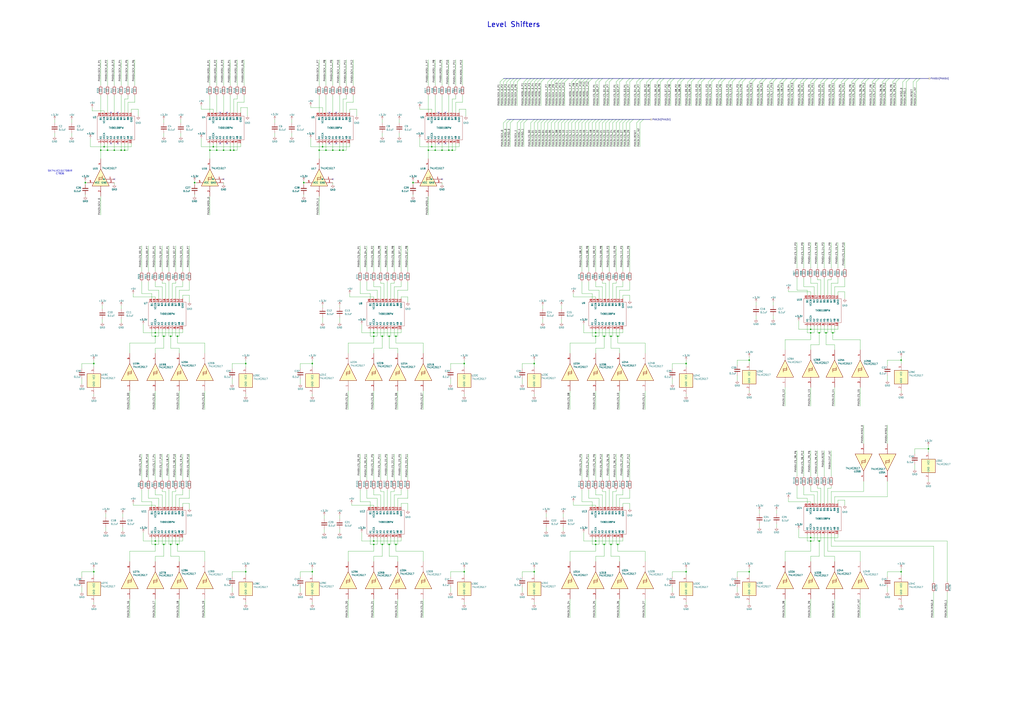
<source format=kicad_sch>
(kicad_sch (version 20250114) (generator "eeschema") (generator_version "9.0")
  (paper "User" 762 533.4)
  (title_block (title "12-12 Arena Teensy Modular LED Display") (date "2025-02-28") (rev "v10.1") (company "IORodeo for Reiserlab @ Janelia"))
  (text "SN74LVC1G17DBVR\nC7836" (at 44.704 128.27 0) (effects (font (size 1.27 1.27))))
  (text "Level Shifters" (at 362.204 20.574 0) (effects (font (size 3.81 3.81) (thickness 0.508) (bold yes)) (justify left bottom)))
  (junction (at 603.25 245.11))
  (junction (at 619.76 247.65))
  (junction (at 278.13 250.19))
  (junction (at 614.68 247.65))
  (junction (at 278.13 405.13))
  (junction (at 459.74 250.19))
  (junction (at 443.23 250.19))
  (junction (at 77.47 109.22))
  (junction (at 670.56 425.45))
  (junction (at 284.48 405.13))
  (junction (at 242.57 111.76))
  (junction (at 307.34 135.89))
  (junction (at 182.88 270.51))
  (junction (at 609.6 247.65))
  (junction (at 397.51 425.45))
  (junction (at 328.93 111.76))
  (junction (at 156.21 111.76))
  (junction (at 182.88 425.45))
  (junction (at 278.13 402.59))
  (junction (at 284.48 250.19))
  (junction (at 557.53 267.97))
  (junction (at 603.25 247.65))
  (junction (at 670.56 267.97))
  (junction (at 323.85 111.76))
  (junction (at 132.08 405.13))
  (junction (at 132.08 250.19))
  (junction (at 345.44 425.45))
  (junction (at 166.37 111.76))
  (junction (at 171.45 111.76))
  (junction (at 173.99 111.76))
  (junction (at 255.27 111.76))
  (junction (at 247.65 111.76))
  (junction (at 252.73 111.76))
  (junction (at 232.41 270.51))
  (junction (at 294.64 405.13))
  (junction (at 459.74 405.13))
  (junction (at 289.56 250.19))
  (junction (at 443.23 247.65))
  (junction (at 232.41 425.45))
  (junction (at 397.51 270.51))
  (junction (at 449.58 405.13))
  (junction (at 115.57 247.65))
  (junction (at 90.17 111.76))
  (junction (at 121.92 250.19))
  (junction (at 336.55 111.76))
  (junction (at 454.66 250.19))
  (junction (at 345.44 270.51))
  (junction (at 318.77 111.76))
  (junction (at 69.85 425.45))
  (junction (at 121.92 405.13))
  (junction (at 237.49 111.76))
  (junction (at 240.03 109.22))
  (junction (at 161.29 111.76))
  (junction (at 278.13 247.65))
  (junction (at 603.25 402.59))
  (junction (at 144.78 135.89))
  (junction (at 127 405.13))
  (junction (at 321.31 109.22))
  (junction (at 226.06 135.89))
  (junction (at 690.88 334.01))
  (junction (at 454.66 405.13))
  (junction (at 289.56 405.13))
  (junction (at 69.85 270.51))
  (junction (at 334.01 111.76))
  (junction (at 80.01 111.76))
  (junction (at 443.23 402.59))
  (junction (at 127 250.19))
  (junction (at 603.25 400.05))
  (junction (at 74.93 111.76))
  (junction (at 115.57 250.19))
  (junction (at 294.64 250.19))
  (junction (at 510.54 270.51))
  (junction (at 63.5 135.89))
  (junction (at 92.71 111.76))
  (junction (at 158.75 109.22))
  (junction (at 85.09 111.76))
  (junction (at 115.57 402.59))
  (junction (at 510.54 425.45))
  (junction (at 557.53 425.45))
  (junction (at 443.23 405.13))
  (junction (at 609.6 402.59))
  (junction (at 115.57 405.13))
  (junction (at 449.58 250.19))
  (no_connect (at 163.83 83.82))
  (no_connect (at 85.09 133.35))
  (no_connect (at 326.39 83.82))
  (no_connect (at 250.19 106.68))
  (no_connect (at 163.83 106.68))
  (no_connect (at 168.91 106.68))
  (no_connect (at 331.47 83.82))
  (no_connect (at 326.39 106.68))
  (no_connect (at 87.63 106.68))
  (no_connect (at 82.55 83.82))
  (no_connect (at 166.37 133.35))
  (no_connect (at 247.65 133.35))
  (no_connect (at 245.11 83.82))
  (no_connect (at 331.47 106.68))
  (no_connect (at 82.55 106.68))
  (no_connect (at 168.91 83.82))
  (no_connect (at 250.19 83.82))
  (no_connect (at 245.11 106.68))
  (no_connect (at 328.93 133.35))
  (no_connect (at 87.63 83.82))
  (bus_entry (at 588.01 60.96) (size 2.54 -2.54))
  (bus_entry (at 422.91 91.44) (size 2.54 -2.54))
  (bus_entry (at 621.03 60.96) (size 2.54 -2.54))
  (bus_entry (at 544.83 60.96) (size 2.54 -2.54))
  (bus_entry (at 473.71 91.44) (size 2.54 -2.54))
  (bus_entry (at 425.45 91.44) (size 2.54 -2.54))
  (bus_entry (at 626.11 60.96) (size 2.54 -2.54))
  (bus_entry (at 455.93 91.44) (size 2.54 -2.54))
  (bus_entry (at 415.29 60.96) (size 2.54 -2.54))
  (bus_entry (at 400.05 91.44) (size 2.54 -2.54))
  (bus_entry (at 521.97 60.96) (size 2.54 -2.54))
  (bus_entry (at 468.63 91.44) (size 2.54 -2.54))
  (bus_entry (at 377.19 60.96) (size 2.54 -2.54))
  (bus_entry (at 506.73 60.96) (size 2.54 -2.54))
  (bus_entry (at 466.09 91.44) (size 2.54 -2.54))
  (bus_entry (at 430.53 60.96) (size 2.54 -2.54))
  (bus_entry (at 671.83 60.96) (size 2.54 -2.54))
  (bus_entry (at 417.83 60.96) (size 2.54 -2.54))
  (bus_entry (at 534.67 60.96) (size 2.54 -2.54))
  (bus_entry (at 453.39 60.96) (size 2.54 -2.54))
  (bus_entry (at 461.01 60.96) (size 2.54 -2.54))
  (bus_entry (at 613.41 60.96) (size 2.54 -2.54))
  (bus_entry (at 537.21 60.96) (size 2.54 -2.54))
  (bus_entry (at 420.37 91.44) (size 2.54 -2.54))
  (bus_entry (at 402.59 91.44) (size 2.54 -2.54))
  (bus_entry (at 443.23 91.44) (size 2.54 -2.54))
  (bus_entry (at 499.11 60.96) (size 2.54 -2.54))
  (bus_entry (at 427.99 60.96) (size 2.54 -2.54))
  (bus_entry (at 445.77 91.44) (size 2.54 -2.54))
  (bus_entry (at 582.93 60.96) (size 2.54 -2.54))
  (bus_entry (at 445.77 60.96) (size 2.54 -2.54))
  (bus_entry (at 440.69 91.44) (size 2.54 -2.54))
  (bus_entry (at 603.25 60.96) (size 2.54 -2.54))
  (bus_entry (at 458.47 60.96) (size 2.54 -2.54))
  (bus_entry (at 382.27 60.96) (size 2.54 -2.54))
  (bus_entry (at 392.43 60.96) (size 2.54 -2.54))
  (bus_entry (at 595.63 60.96) (size 2.54 -2.54))
  (bus_entry (at 379.73 60.96) (size 2.54 -2.54))
  (bus_entry (at 641.35 60.96) (size 2.54 -2.54))
  (bus_entry (at 598.17 60.96) (size 2.54 -2.54))
  (bus_entry (at 463.55 91.44) (size 2.54 -2.54))
  (bus_entry (at 412.75 60.96) (size 2.54 -2.54))
  (bus_entry (at 450.85 60.96) (size 2.54 -2.54))
  (bus_entry (at 394.97 60.96) (size 2.54 -2.54))
  (bus_entry (at 433.07 60.96) (size 2.54 -2.54))
  (bus_entry (at 450.85 91.44) (size 2.54 -2.54))
  (bus_entry (at 648.97 60.96) (size 2.54 -2.54))
  (bus_entry (at 430.53 91.44) (size 2.54 -2.54))
  (bus_entry (at 384.81 91.44) (size 2.54 -2.54))
  (bus_entry (at 496.57 60.96) (size 2.54 -2.54))
  (bus_entry (at 481.33 60.96) (size 2.54 -2.54))
  (bus_entry (at 394.97 91.44) (size 2.54 -2.54))
  (bus_entry (at 679.45 60.96) (size 2.54 -2.54))
  (bus_entry (at 435.61 91.44) (size 2.54 -2.54))
  (bus_entry (at 453.39 91.44) (size 2.54 -2.54))
  (bus_entry (at 389.89 60.96) (size 2.54 -2.54))
  (bus_entry (at 402.59 60.96) (size 2.54 -2.54))
  (bus_entry (at 427.99 91.44) (size 2.54 -2.54))
  (bus_entry (at 389.89 91.44) (size 2.54 -2.54))
  (bus_entry (at 405.13 91.44) (size 2.54 -2.54))
  (bus_entry (at 580.39 60.96) (size 2.54 -2.54))
  (bus_entry (at 610.87 60.96) (size 2.54 -2.54))
  (bus_entry (at 417.83 91.44) (size 2.54 -2.54))
  (bus_entry (at 448.31 91.44) (size 2.54 -2.54))
  (bus_entry (at 387.35 91.44) (size 2.54 -2.54))
  (bus_entry (at 466.09 60.96) (size 2.54 -2.54))
  (bus_entry (at 420.37 60.96) (size 2.54 -2.54))
  (bus_entry (at 410.21 60.96) (size 2.54 -2.54))
  (bus_entry (at 372.11 60.96) (size 2.54 -2.54))
  (bus_entry (at 643.89 60.96) (size 2.54 -2.54))
  (bus_entry (at 384.81 60.96) (size 2.54 -2.54))
  (bus_entry (at 519.43 60.96) (size 2.54 -2.54))
  (bus_entry (at 618.49 60.96) (size 2.54 -2.54))
  (bus_entry (at 476.25 60.96) (size 2.54 -2.54))
  (bus_entry (at 511.81 60.96) (size 2.54 -2.54))
  (bus_entry (at 575.31 60.96) (size 2.54 -2.54))
  (bus_entry (at 483.87 60.96) (size 2.54 -2.54))
  (bus_entry (at 504.19 60.96) (size 2.54 -2.54))
  (bus_entry (at 458.47 91.44) (size 2.54 -2.54))
  (bus_entry (at 377.19 91.44) (size 2.54 -2.54))
  (bus_entry (at 397.51 60.96) (size 2.54 -2.54))
  (bus_entry (at 651.51 60.96) (size 2.54 -2.54))
  (bus_entry (at 433.07 91.44) (size 2.54 -2.54))
  (bus_entry (at 435.61 60.96) (size 2.54 -2.54))
  (bus_entry (at 565.15 60.96) (size 2.54 -2.54))
  (bus_entry (at 674.37 60.96) (size 2.54 -2.54))
  (bus_entry (at 461.01 91.44) (size 2.54 -2.54))
  (bus_entry (at 557.53 60.96) (size 2.54 -2.54))
  (bus_entry (at 527.05 60.96) (size 2.54 -2.54))
  (bus_entry (at 443.23 60.96) (size 2.54 -2.54))
  (bus_entry (at 374.65 60.96) (size 2.54 -2.54))
  (bus_entry (at 379.73 91.44) (size 2.54 -2.54))
  (bus_entry (at 681.99 60.96) (size 2.54 -2.54))
  (bus_entry (at 397.51 91.44) (size 2.54 -2.54))
  (bus_entry (at 473.71 60.96) (size 2.54 -2.54))
  (bus_entry (at 407.67 60.96) (size 2.54 -2.54))
  (bus_entry (at 488.95 60.96) (size 2.54 -2.54))
  (bus_entry (at 514.35 60.96) (size 2.54 -2.54))
  (bus_entry (at 666.75 60.96) (size 2.54 -2.54))
  (bus_entry (at 468.63 60.96) (size 2.54 -2.54))
  (bus_entry (at 549.91 60.96) (size 2.54 -2.54))
  (bus_entry (at 659.13 60.96) (size 2.54 -2.54))
  (bus_entry (at 374.65 91.44) (size 2.54 -2.54))
  (bus_entry (at 438.15 91.44) (size 2.54 -2.54))
  (bus_entry (at 567.69 60.96) (size 2.54 -2.54))
  (bus_entry (at 633.73 60.96) (size 2.54 -2.54))
  (bus_entry (at 590.55 60.96) (size 2.54 -2.54))
  (bus_entry (at 476.25 91.44) (size 2.54 -2.54))
  (bus_entry (at 664.21 60.96) (size 2.54 -2.54))
  (bus_entry (at 572.77 60.96) (size 2.54 -2.54))
  (bus_entry (at 425.45 60.96) (size 2.54 -2.54))
  (bus_entry (at 605.79 60.96) (size 2.54 -2.54))
  (bus_entry (at 552.45 60.96) (size 2.54 -2.54))
  (bus_entry (at 628.65 60.96) (size 2.54 -2.54))
  (bus_entry (at 491.49 60.96) (size 2.54 -2.54))
  (bus_entry (at 410.21 91.44) (size 2.54 -2.54))
  (bus_entry (at 400.05 60.96) (size 2.54 -2.54))
  (bus_entry (at 412.75 91.44) (size 2.54 -2.54))
  (bus_entry (at 560.07 60.96) (size 2.54 -2.54))
  (bus_entry (at 438.15 60.96) (size 2.54 -2.54))
  (bus_entry (at 636.27 60.96) (size 2.54 -2.54))
  (bus_entry (at 529.59 60.96) (size 2.54 -2.54))
  (bus_entry (at 407.67 91.44) (size 2.54 -2.54))
  (bus_entry (at 542.29 60.96) (size 2.54 -2.54))
  (bus_entry (at 415.29 91.44) (size 2.54 -2.54))
  (bus_entry (at 656.59 60.96) (size 2.54 -2.54))
  (wire (pts (xy 295.91 400.05) (xy 295.91 405.13)))
  (wire (pts (xy 608.33 335.28) (xy 608.33 354.33)))
  (wire (pts (xy 133.35 215.9) (xy 140.97 215.9)))
  (wire (pts (xy 461.01 91.44) (xy 461.01 109.22)))
  (wire (pts (xy 534.67 60.96) (xy 534.67 78.74)))
  (wire (pts (xy 278.13 262.89) (xy 278.13 259.08)))
  (wire (pts (xy 77.47 106.68) (xy 77.47 109.22)))
  (wire (pts (xy 68.58 82.55) (xy 68.58 80.01)))
  (bus (pts (xy 420.37 58.42) (xy 422.91 58.42)))
  (wire (pts (xy 130.81 250.19) (xy 132.08 250.19)))
  (wire (pts (xy 312.42 109.22) (xy 321.31 109.22)))
  (wire (pts (xy 284.48 414.02) (xy 284.48 405.13)))
  (wire (pts (xy 603.25 397.51) (xy 603.25 400.05)))
  (bus (pts (xy 392.43 88.9) (xy 397.51 88.9)))
  (wire (pts (xy 448.31 365.76) (xy 450.85 365.76)))
  (wire (pts (xy 140.97 182.88) (xy 140.97 201.93)))
  (wire (pts (xy 120.65 337.82) (xy 120.65 356.87)))
  (wire (pts (xy 278.13 250.19) (xy 278.13 255.27)))
  (wire (pts (xy 67.31 102.87) (xy 67.31 109.22)))
  (wire (pts (xy 443.23 405.13) (xy 443.23 410.21)))
  (wire (pts (xy 410.21 60.96) (xy 410.21 78.74)))
  (wire (pts (xy 295.91 215.9) (xy 303.53 215.9)))
  (wire (pts (xy 132.08 405.13) (xy 132.08 410.21)))
  (wire (pts (xy 382.27 60.96) (xy 382.27 78.74)))
  (wire (pts (xy 278.13 337.82) (xy 278.13 356.87)))
  (wire (pts (xy 95.25 76.2) (xy 100.33 76.2)))
  (wire (pts (xy 293.37 245.11) (xy 293.37 250.19)))
  (wire (pts (xy 336.55 111.76) (xy 336.55 106.68)))
  (wire (pts (xy 448.31 182.88) (xy 448.31 201.93)))
  (wire (pts (xy 443.23 402.59) (xy 463.55 402.59)))
  (wire (pts (xy 156.21 44.45) (xy 156.21 63.5)))
  (bus (pts (xy 476.25 58.42) (xy 478.79 58.42)))
  (wire (pts (xy 120.65 365.76) (xy 123.19 365.76)))
  (wire (pts (xy 60.96 270.51) (xy 69.85 270.51)))
  (wire (pts (xy 598.17 368.3) (xy 605.79 368.3)))
  (wire (pts (xy 610.87 60.96) (xy 610.87 78.74)))
  (wire (pts (xy 613.41 247.65) (xy 614.68 247.65)))
  (wire (pts (xy 74.93 111.76) (xy 80.01 111.76)))
  (wire (pts (xy 110.49 182.88) (xy 110.49 201.93)))
  (wire (pts (xy 339.09 73.66) (xy 339.09 71.12)))
  (wire (pts (xy 334.01 111.76) (xy 334.01 106.68)))
  (bus (pts (xy 575.31 58.42) (xy 577.85 58.42)))
  (wire (pts (xy 120.65 213.36) (xy 120.65 222.25)))
  (wire (pts (xy 608.33 247.65) (xy 609.6 247.65)))
  (wire (pts (xy 125.73 182.88) (xy 125.73 201.93)))
  (wire (pts (xy 303.53 374.65) (xy 303.53 379.73)))
  (wire (pts (xy 217.17 88.9) (xy 217.17 91.44)))
  (wire (pts (xy 603.25 402.59) (xy 605.79 402.59)))
  (wire (pts (xy 105.41 218.44) (xy 105.41 209.55)))
  (wire (pts (xy 466.09 91.44) (xy 466.09 109.22)))
  (wire (pts (xy 232.41 422.91) (xy 232.41 425.45)))
  (wire (pts (xy 584.2 288.29) (xy 584.2 302.26)))
  (wire (pts (xy 450.85 210.82) (xy 450.85 222.25)))
  (bus (pts (xy 425.45 88.9) (xy 427.99 88.9)))
  (wire (pts (xy 110.49 370.84) (xy 118.11 370.84)))
  (wire (pts (xy 318.77 44.45) (xy 318.77 63.5)))
  (wire (pts (xy 63.5 134.62) (xy 63.5 135.89)))
  (wire (pts (xy 608.33 397.51) (xy 608.33 402.59)))
  (wire (pts (xy 323.85 111.76) (xy 328.93 111.76)))
  (wire (pts (xy 130.81 245.11) (xy 130.81 250.19)))
  (wire (pts (xy 85.09 71.12) (xy 85.09 83.82)))
  (wire (pts (xy 443.23 247.65) (xy 463.55 247.65)))
  (wire (pts (xy 443.23 400.05) (xy 443.23 402.59)))
  (wire (pts (xy 379.73 91.44) (xy 379.73 109.22)))
  (wire (pts (xy 265.43 81.28) (xy 265.43 86.36)))
  (wire (pts (xy 323.85 44.45) (xy 323.85 63.5)))
  (wire (pts (xy 96.52 290.83) (xy 96.52 304.8)))
  (wire (pts (xy 674.37 60.96) (xy 674.37 78.74)))
  (bus (pts (xy 552.45 58.42) (xy 554.99 58.42)))
  (bus (pts (xy 478.79 58.42) (xy 483.87 58.42)))
  (wire (pts (xy 458.47 210.82) (xy 458.47 209.55)))
  (bus (pts (xy 415.29 58.42) (xy 417.83 58.42)))
  (wire (pts (xy 659.13 60.96) (xy 659.13 78.74)))
  (wire (pts (xy 463.55 337.82) (xy 463.55 356.87)))
  (wire (pts (xy 594.36 393.7) (xy 594.36 400.05)))
  (bus (pts (xy 577.85 58.42) (xy 582.93 58.42)))
  (wire (pts (xy 463.55 213.36) (xy 463.55 209.55)))
  (wire (pts (xy 453.39 364.49) (xy 453.39 377.19)))
  (wire (pts (xy 120.65 405.13) (xy 121.92 405.13)))
  (wire (pts (xy 120.65 365.76) (xy 120.65 364.49)))
  (wire (pts (xy 278.13 405.13) (xy 278.13 410.21)))
  (wire (pts (xy 671.83 60.96) (xy 671.83 78.74)))
  (wire (pts (xy 176.53 44.45) (xy 176.53 63.5)))
  (wire (pts (xy 603.25 260.35) (xy 603.25 256.54)))
  (wire (pts (xy 231.14 109.22) (xy 240.03 109.22)))
  (wire (pts (xy 392.43 60.96) (xy 392.43 78.74)))
  (wire (pts (xy 289.56 259.08) (xy 295.91 259.08)))
  (wire (pts (xy 422.91 91.44) (xy 422.91 109.22)))
  (wire (pts (xy 247.65 71.12) (xy 247.65 83.82)))
  (wire (pts (xy 491.49 60.96) (xy 491.49 78.74)))
  (wire (pts (xy 278.13 259.08) (xy 284.48 259.08)))
  (bus (pts (xy 382.27 88.9) (xy 387.35 88.9)))
  (wire (pts (xy 134.62 99.06) (xy 134.62 101.6)))
  (wire (pts (xy 255.27 83.82) (xy 255.27 73.66)))
  (wire (pts (xy 435.61 91.44) (xy 435.61 109.22)))
  (wire (pts (xy 443.23 377.19) (xy 443.23 375.92)))
  (wire (pts (xy 598.17 180.34) (xy 598.17 199.39)))
  (wire (pts (xy 623.57 372.11) (xy 628.65 372.11)))
  (wire (pts (xy 92.71 83.82) (xy 92.71 73.66)))
  (wire (pts (xy 628.65 60.96) (xy 628.65 78.74)))
  (bus (pts (xy 463.55 58.42) (xy 468.63 58.42)))
  (wire (pts (xy 610.87 247.65) (xy 610.87 242.57)))
  (wire (pts (xy 448.31 210.82) (xy 450.85 210.82)))
  (wire (pts (xy 298.45 368.3) (xy 298.45 364.49)))
  (wire (pts (xy 473.71 60.96) (xy 473.71 78.74)))
  (wire (pts (xy 285.75 405.13) (xy 285.75 400.05)))
  (wire (pts (xy 140.97 370.84) (xy 140.97 364.49)))
  (wire (pts (xy 269.24 402.59) (xy 278.13 402.59)))
  (wire (pts (xy 424.18 445.77) (xy 424.18 459.74)))
  (wire (pts (xy 280.67 405.13) (xy 280.67 400.05)))
  (wire (pts (xy 283.21 210.82) (xy 285.75 210.82)))
  (wire (pts (xy 298.45 374.65) (xy 303.53 374.65)))
  (bus (pts (xy 615.95 58.42) (xy 621.03 58.42)))
  (wire (pts (xy 158.75 109.22) (xy 179.07 109.22)))
  (wire (pts (xy 450.85 365.76) (xy 450.85 377.19)))
  (wire (pts (xy 294.64 410.21) (xy 314.96 410.21)))
  (wire (pts (xy 275.59 222.25) (xy 275.59 218.44)))
  (wire (pts (xy 468.63 182.88) (xy 468.63 201.93)))
  (wire (pts (xy 242.57 111.76) (xy 247.65 111.76)))
  (wire (pts (xy 115.57 364.49) (xy 115.57 368.3)))
  (wire (pts (xy 600.71 219.71) (xy 600.71 215.9)))
  (wire (pts (xy 240.03 227.33) (xy 240.03 228.6)))
  (wire (pts (xy 640.08 410.21) (xy 640.08 417.83)))
  (wire (pts (xy 448.31 365.76) (xy 448.31 364.49)))
  (wire (pts (xy 314.96 255.27) (xy 314.96 262.89)))
  (wire (pts (xy 293.37 337.82) (xy 293.37 356.87)))
  (wire (pts (xy 130.81 405.13) (xy 132.08 405.13)))
  (wire (pts (xy 273.05 209.55) (xy 273.05 215.9)))
  (wire (pts (xy 397.51 425.45) (xy 397.51 427.99)))
  (wire (pts (xy 69.85 293.37) (xy 69.85 294.64)))
  (wire (pts (xy 397.51 91.44) (xy 397.51 109.22)))
  (wire (pts (xy 134.62 88.9) (xy 134.62 91.44)))
  (wire (pts (xy 135.89 245.11) (xy 135.89 247.65)))
  (wire (pts (xy 453.39 209.55) (xy 453.39 222.25)))
  (wire (pts (xy 455.93 210.82) (xy 458.47 210.82)))
  (wire (pts (xy 500.38 285.75) (xy 500.38 281.94)))
  (wire (pts (xy 179.07 80.01) (xy 184.15 80.01)))
  (bus (pts (xy 407.67 88.9) (xy 410.21 88.9)))
  (wire (pts (xy 252.73 227.33) (xy 252.73 228.6)))
  (bus (pts (xy 554.99 58.42) (xy 560.07 58.42)))
  (wire (pts (xy 565.15 389.89) (xy 565.15 392.43)))
  (wire (pts (xy 223.52 270.51) (xy 232.41 270.51)))
  (wire (pts (xy 426.72 220.98) (xy 426.72 218.44)))
  (wire (pts (xy 293.37 213.36) (xy 298.45 213.36)))
  (wire (pts (xy 476.25 91.44) (xy 476.25 109.22)))
  (wire (pts (xy 461.01 60.96) (xy 461.01 78.74)))
  (wire (pts (xy 100.33 76.2) (xy 100.33 71.12)))
  (wire (pts (xy 133.35 370.84) (xy 140.97 370.84)))
  (wire (pts (xy 255.27 73.66) (xy 257.81 73.66)))
  (wire (pts (xy 231.14 78.74) (xy 231.14 80.01)))
  (wire (pts (xy 565.15 379.73) (xy 565.15 382.27)))
  (wire (pts (xy 582.93 60.96) (xy 582.93 78.74)))
  (bus (pts (xy 600.71 58.42) (xy 605.79 58.42)))
  (wire (pts (xy 269.24 396.24) (xy 269.24 402.59)))
  (bus (pts (xy 560.07 58.42) (xy 562.61 58.42)))
  (wire (pts (xy 603.25 410.21) (xy 584.2 410.21)))
  (wire (pts (xy 125.73 400.05) (xy 125.73 405.13)))
  (wire (pts (xy 455.93 377.19) (xy 455.93 365.76)))
  (wire (pts (xy 115.57 247.65) (xy 135.89 247.65)))
  (wire (pts (xy 557.53 267.97) (xy 557.53 270.51)))
  (wire (pts (xy 549.91 60.96) (xy 549.91 78.74)))
  (bus (pts (xy 654.05 58.42) (xy 659.13 58.42)))
  (wire (pts (xy 328.93 137.16) (xy 328.93 135.89)))
  (wire (pts (xy 278.13 250.19) (xy 280.67 250.19)))
  (wire (pts (xy 419.1 392.43) (xy 419.1 394.97)))
  (wire (pts (xy 166.37 111.76) (xy 171.45 111.76)))
  (wire (pts (xy 294.64 250.19) (xy 294.64 255.27)))
  (bus (pts (xy 417.83 88.9) (xy 420.37 88.9)))
  (wire (pts (xy 288.29 245.11) (xy 288.29 250.19)))
  (wire (pts (xy 666.75 60.96) (xy 666.75 78.74)))
  (wire (pts (xy 69.85 270.51) (xy 69.85 273.05)))
  (wire (pts (xy 680.72 334.01) (xy 680.72 337.82)))
  (wire (pts (xy 323.85 71.12) (xy 323.85 83.82)))
  (wire (pts (xy 90.17 237.49) (xy 90.17 240.03)))
  (bus (pts (xy 377.19 58.42) (xy 379.73 58.42)))
  (bus (pts (xy 570.23 58.42) (xy 575.31 58.42)))
  (wire (pts (xy 135.89 374.65) (xy 140.97 374.65)))
  (wire (pts (xy 445.77 370.84) (xy 445.77 377.19)))
  (wire (pts (xy 298.45 220.98) (xy 303.53 220.98)))
  (wire (pts (xy 609.6 247.65) (xy 610.87 247.65)))
  (wire (pts (xy 293.37 405.13) (xy 294.64 405.13)))
  (wire (pts (xy 267.97 182.88) (xy 267.97 201.93)))
  (wire (pts (xy 278.13 209.55) (xy 278.13 213.36)))
  (wire (pts (xy 600.71 247.65) (xy 603.25 247.65)))
  (wire (pts (xy 318.77 106.68) (xy 318.77 111.76)))
  (wire (pts (xy 278.13 417.83) (xy 278.13 414.02)))
  (wire (pts (xy 118.11 370.84) (xy 118.11 377.19)))
  (wire (pts (xy 123.19 405.13) (xy 123.19 400.05)))
  (wire (pts (xy 389.89 91.44) (xy 389.89 109.22)))
  (wire (pts (xy 323.85 111.76) (xy 323.85 106.68)))
  (wire (pts (xy 600.71 215.9) (xy 593.09 215.9)))
  (wire (pts (xy 321.31 83.82) (xy 321.31 81.28)))
  (wire (pts (xy 593.09 215.9) (xy 593.09 207.01)))
  (wire (pts (xy 603.25 365.76) (xy 608.33 365.76)))
  (bus (pts (xy 661.67 58.42) (xy 666.75 58.42)))
  (wire (pts (xy 135.89 377.19) (xy 135.89 374.65)))
  (wire (pts (xy 307.34 134.62) (xy 307.34 135.89)))
  (wire (pts (xy 450.85 60.96) (xy 450.85 78.74)))
  (wire (pts (xy 519.43 60.96) (xy 519.43 78.74)))
  (wire (pts (xy 127 414.02) (xy 133.35 414.02)))
  (wire (pts (xy 115.57 337.82) (xy 115.57 356.87)))
  (wire (pts (xy 443.23 250.19) (xy 445.77 250.19)))
  (wire (pts (xy 461.01 377.19) (xy 461.01 370.84)))
  (bus (pts (xy 547.37 58.42) (xy 552.45 58.42)))
  (wire (pts (xy 433.07 218.44) (xy 433.07 209.55)))
  (wire (pts (xy 445.77 250.19) (xy 445.77 245.11)))
  (wire (pts (xy 85.09 44.45) (xy 85.09 63.5)))
  (wire (pts (xy 615.95 410.21) (xy 640.08 410.21)))
  (wire (pts (xy 660.4 267.97) (xy 670.56 267.97)))
  (wire (pts (xy 415.29 60.96) (xy 415.29 78.74)))
  (wire (pts (xy 172.72 425.45) (xy 182.88 425.45)))
  (wire (pts (xy 603.25 335.28) (xy 603.25 354.33)))
  (bus (pts (xy 394.97 58.42) (xy 397.51 58.42)))
  (wire (pts (xy 278.13 402.59) (xy 298.45 402.59)))
  (wire (pts (xy 130.81 400.05) (xy 130.81 405.13)))
  (wire (pts (xy 618.49 335.28) (xy 618.49 354.33)))
  (wire (pts (xy 298.45 222.25) (xy 298.45 220.98)))
  (wire (pts (xy 377.19 60.96) (xy 377.19 78.74)))
  (wire (pts (xy 468.63 219.71) (xy 468.63 223.52)))
  (wire (pts (xy 240.03 236.22) (xy 240.03 240.03)))
  (wire (pts (xy 529.59 60.96) (xy 529.59 78.74)))
  (wire (pts (xy 345.44 425.45) (xy 345.44 427.99)))
  (wire (pts (xy 648.97 60.96) (xy 648.97 78.74)))
  (wire (pts (xy 105.41 182.88) (xy 105.41 201.93)))
  (wire (pts (xy 610.87 402.59) (xy 610.87 397.51)))
  (wire (pts (xy 510.54 425.45) (xy 510.54 427.99)))
  (wire (pts (xy 120.65 210.82) (xy 123.19 210.82)))
  (wire (pts (xy 425.45 60.96) (xy 425.45 78.74)))
  (wire (pts (xy 443.23 245.11) (xy 443.23 247.65)))
  (wire (pts (xy 321.31 106.68) (xy 321.31 109.22)))
  (wire (pts (xy 458.47 245.11) (xy 458.47 250.19)))
  (wire (pts (xy 453.39 400.05) (xy 453.39 405.13)))
  (wire (pts (xy 115.57 405.13) (xy 115.57 410.21)))
  (wire (pts (xy 443.23 368.3) (xy 448.31 368.3)))
  (wire (pts (xy 443.23 250.19) (xy 443.23 255.27)))
  (wire (pts (xy 459.74 255.27) (xy 480.06 255.27)))
  (wire (pts (xy 463.55 182.88) (xy 463.55 201.93)))
  (wire (pts (xy 125.73 337.82) (xy 125.73 356.87)))
  (wire (pts (xy 90.17 227.33) (xy 90.17 229.87)))
  (wire (pts (xy 321.31 109.22) (xy 341.63 109.22)))
  (wire (pts (xy 172.72 270.51) (xy 172.72 274.32)))
  (wire (pts (xy 284.48 405.13) (xy 285.75 405.13)))
  (wire (pts (xy 255.27 111.76) (xy 257.81 111.76)))
  (wire (pts (xy 252.73 111.76) (xy 255.27 111.76)))
  (wire (pts (xy 619.76 247.65) (xy 621.03 247.65)))
  (wire (pts (xy 434.34 241.3) (xy 434.34 247.65)))
  (wire (pts (xy 453.39 182.88) (xy 453.39 201.93)))
  (bus (pts (xy 422.91 88.9) (xy 425.45 88.9)))
  (wire (pts (xy 438.15 182.88) (xy 438.15 201.93)))
  (wire (pts (xy 455.93 365.76) (xy 458.47 365.76)))
  (wire (pts (xy 97.79 83.82) (xy 97.79 81.28)))
  (bus (pts (xy 608.33 58.42) (xy 613.41 58.42)))
  (wire (pts (xy 623.57 219.71) (xy 623.57 217.17)))
  (wire (pts (xy 90.17 111.76) (xy 92.71 111.76)))
  (wire (pts (xy 595.63 60.96) (xy 595.63 78.74)))
  (wire (pts (xy 458.47 60.96) (xy 458.47 78.74)))
  (wire (pts (xy 85.09 111.76) (xy 85.09 106.68)))
  (wire (pts (xy 449.58 414.02) (xy 449.58 405.13)))
  (wire (pts (xy 161.29 44.45) (xy 161.29 63.5)))
  (bus (pts (xy 415.29 88.9) (xy 417.83 88.9)))
  (wire (pts (xy 267.97 218.44) (xy 267.97 209.55)))
  (wire (pts (xy 259.08 255.27) (xy 259.08 262.89)))
  (wire (pts (xy 182.88 267.97) (xy 182.88 270.51)))
  (wire (pts (xy 74.93 71.12) (xy 74.93 83.82)))
  (wire (pts (xy 433.07 91.44) (xy 433.07 109.22)))
  (wire (pts (xy 130.81 365.76) (xy 130.81 364.49)))
  (wire (pts (xy 176.53 73.66) (xy 176.53 71.12)))
  (wire (pts (xy 572.77 60.96) (xy 572.77 78.74)))
  (wire (pts (xy 463.55 222.25) (xy 463.55 219.71)))
  (wire (pts (xy 127 405.13) (xy 127 414.02)))
  (wire (pts (xy 458.47 182.88) (xy 458.47 201.93)))
  (wire (pts (xy 133.35 290.83) (xy 133.35 304.8)))
  (wire (pts (xy 60.96 425.45) (xy 69.85 425.45)))
  (wire (pts (xy 628.65 217.17) (xy 628.65 222.25)))
  (wire (pts (xy 560.07 60.96) (xy 560.07 78.74)))
  (wire (pts (xy 334.01 71.12) (xy 334.01 83.82)))
  (wire (pts (xy 387.35 91.44) (xy 387.35 109.22)))
  (wire (pts (xy 640.08 445.77) (xy 640.08 459.74)))
  (wire (pts (xy 463.55 91.44) (xy 463.55 109.22)))
  (wire (pts (xy 500.38 440.69) (xy 500.38 436.88)))
  (wire (pts (xy 280.67 250.19) (xy 280.67 245.11)))
  (wire (pts (xy 252.73 44.45) (xy 252.73 63.5)))
  (wire (pts (xy 430.53 91.44) (xy 430.53 109.22)))
  (wire (pts (xy 480.06 410.21) (xy 480.06 417.83)))
  (wire (pts (xy 603.25 445.77) (xy 603.25 459.74)))
  (bus (pts (xy 651.51 58.42) (xy 654.05 58.42)))
  (wire (pts (xy 614.68 247.65) (xy 614.68 256.54)))
  (wire (pts (xy 290.83 210.82) (xy 293.37 210.82)))
  (wire (pts (xy 115.57 414.02) (xy 121.92 414.02)))
  (wire (pts (xy 77.47 82.55) (xy 68.58 82.55)))
  (wire (pts (xy 454.66 250.19) (xy 454.66 259.08)))
  (wire (pts (xy 140.97 215.9) (xy 140.97 209.55)))
  (wire (pts (xy 237.49 146.05) (xy 237.49 160.02)))
  (wire (pts (xy 455.93 91.44) (xy 455.93 109.22)))
  (wire (pts (xy 92.71 111.76) (xy 92.71 106.68)))
  (wire (pts (xy 115.57 250.19) (xy 118.11 250.19)))
  (wire (pts (xy 458.47 222.25) (xy 458.47 213.36)))
  (wire (pts (xy 135.89 222.25) (xy 135.89 219.71)))
  (wire (pts (xy 443.23 255.27) (xy 424.18 255.27)))
  (wire (pts (xy 443.23 414.02) (xy 449.58 414.02)))
  (wire (pts (xy 283.21 213.36) (xy 283.21 222.25)))
  (wire (pts (xy 459.74 250.19) (xy 459.74 255.27)))
  (wire (pts (xy 125.73 209.55) (xy 125.73 222.25)))
  (wire (pts (xy 643.89 60.96) (xy 643.89 78.74)))
  (bus (pts (xy 435.61 88.9) (xy 438.15 88.9)))
  (wire (pts (xy 295.91 245.11) (xy 295.91 250.19)))
  (bus (pts (xy 445.77 58.42) (xy 448.31 58.42)))
  (wire (pts (xy 321.31 81.28) (xy 312.42 81.28)))
  (bus (pts (xy 674.37 58.42) (xy 676.91 58.42)))
  (bus (pts (xy 384.81 58.42) (xy 387.35 58.42)))
  (wire (pts (xy 397.51 270.51) (xy 397.51 273.05)))
  (wire (pts (xy 156.21 146.05) (xy 156.21 160.02)))
  (wire (pts (xy 307.34 144.78) (xy 307.34 146.05)))
  (wire (pts (xy 537.21 60.96) (xy 537.21 78.74)))
  (wire (pts (xy 603.25 256.54) (xy 609.6 256.54)))
  (bus (pts (xy 593.09 58.42) (xy 598.17 58.42)))
  (wire (pts (xy 261.62 375.92) (xy 261.62 374.65)))
  (wire (pts (xy 623.57 180.34) (xy 623.57 199.39)))
  (wire (pts (xy 298.45 377.19) (xy 298.45 374.65)))
  (wire (pts (xy 557.53 60.96) (xy 557.53 78.74)))
  (wire (pts (xy 318.77 111.76) (xy 323.85 111.76)))
  (wire (pts (xy 278.13 220.98) (xy 260.35 220.98)))
  (bus (pts (xy 499.11 58.42) (xy 501.65 58.42)))
  (wire (pts (xy 344.17 44.45) (xy 344.17 63.5)))
  (wire (pts (xy 335.28 285.75) (xy 335.28 281.94)))
  (wire (pts (xy 420.37 91.44) (xy 420.37 109.22)))
  (wire (pts (xy 278.13 400.05) (xy 278.13 402.59)))
  (wire (pts (xy 480.06 445.77) (xy 480.06 459.74)))
  (wire (pts (xy 427.99 91.44) (xy 427.99 109.22)))
  (wire (pts (xy 273.05 182.88) (xy 273.05 201.93)))
  (wire (pts (xy 438.15 337.82) (xy 438.15 356.87)))
  (wire (pts (xy 473.71 91.44) (xy 473.71 109.22)))
  (wire (pts (xy 603.25 180.34) (xy 603.25 199.39)))
  (wire (pts (xy 176.53 76.2) (xy 181.61 76.2)))
  (wire (pts (xy 608.33 363.22) (xy 610.87 363.22)))
  (wire (pts (xy 172.72 270.51) (xy 182.88 270.51)))
  (wire (pts (xy 128.27 365.76) (xy 130.81 365.76)))
  (wire (pts (xy 121.92 259.08) (xy 121.92 250.19)))
  (wire (pts (xy 115.57 182.88) (xy 115.57 201.93)))
  (wire (pts (xy 453.39 91.44) (xy 453.39 109.22)))
  (wire (pts (xy 618.49 365.76) (xy 642.62 365.76)))
  (wire (pts (xy 204.47 99.06) (xy 204.47 101.6)))
  (wire (pts (xy 96.52 255.27) (xy 96.52 262.89)))
  (bus (pts (xy 438.15 88.9) (xy 440.69 88.9)))
  (wire (pts (xy 80.01 111.76) (xy 85.09 111.76)))
  (wire (pts (xy 603.25 217.17) (xy 586.74 217.17)))
  (wire (pts (xy 434.34 247.65) (xy 443.23 247.65)))
  (wire (pts (xy 290.83 365.76) (xy 293.37 365.76)))
  (bus (pts (xy 410.21 58.42) (xy 412.75 58.42)))
  (wire (pts (xy 562.61 234.95) (xy 562.61 237.49)))
  (wire (pts (xy 63.5 135.89) (xy 64.77 135.89)))
  (wire (pts (xy 130.81 222.25) (xy 130.81 213.36)))
  (wire (pts (xy 255.27 111.76) (xy 255.27 106.68)))
  (wire (pts (xy 237.49 44.45) (xy 237.49 63.5)))
  (wire (pts (xy 461.01 290.83) (xy 461.01 304.8)))
  (bus (pts (xy 638.81 58.42) (xy 643.89 58.42)))
  (bus (pts (xy 643.89 58.42) (xy 646.43 58.42)))
  (wire (pts (xy 278.13 245.11) (xy 278.13 247.65)))
  (wire (pts (xy 443.23 220.98) (xy 426.72 220.98)))
  (wire (pts (xy 290.83 245.11) (xy 290.83 250.19)))
  (wire (pts (xy 448.31 405.13) (xy 449.58 405.13)))
  (wire (pts (xy 115.57 405.13) (xy 118.11 405.13)))
  (bus (pts (xy 529.59 58.42) (xy 532.13 58.42)))
  (wire (pts (xy 149.86 102.87) (xy 149.86 109.22)))
  (wire (pts (xy 608.33 208.28) (xy 610.87 208.28)))
  (wire (pts (xy 500.38 425.45) (xy 510.54 425.45)))
  (wire (pts (xy 128.27 400.05) (xy 128.27 405.13)))
  (wire (pts (xy 290.83 222.25) (xy 290.83 210.82)))
  (wire (pts (xy 318.77 146.05) (xy 318.77 160.02)))
  (wire (pts (xy 335.28 270.51) (xy 335.28 274.32)))
  (wire (pts (xy 278.13 368.3) (xy 283.21 368.3)))
  (wire (pts (xy 577.85 389.89) (xy 577.85 392.43)))
  (wire (pts (xy 443.23 91.44) (xy 443.23 109.22)))
  (wire (pts (xy 295.91 259.08) (xy 295.91 262.89)))
  (wire (pts (xy 483.87 60.96) (xy 483.87 78.74)))
  (wire (pts (xy 468.63 215.9) (xy 468.63 209.55)))
  (wire (pts (xy 226.06 135.89) (xy 226.06 137.16)))
  (wire (pts (xy 459.74 250.19) (xy 461.01 250.19)))
  (wire (pts (xy 548.64 267.97) (xy 548.64 271.78)))
  (wire (pts (xy 113.03 250.19) (xy 115.57 250.19)))
  (wire (pts (xy 252.73 236.22) (xy 252.73 240.03)))
  (wire (pts (xy 435.61 60.96) (xy 435.61 78.74)))
  (wire (pts (xy 182.88 448.31) (xy 182.88 449.58)))
  (wire (pts (xy 278.13 213.36) (xy 283.21 213.36)))
  (wire (pts (xy 133.35 445.77) (xy 133.35 459.74)))
  (wire (pts (xy 544.83 60.96) (xy 544.83 78.74)))
  (wire (pts (xy 621.03 213.36) (xy 628.65 213.36)))
  (wire (pts (xy 128.27 245.11) (xy 128.27 250.19)))
  (wire (pts (xy 303.53 370.84) (xy 303.53 364.49)))
  (bus (pts (xy 412.75 58.42) (xy 415.29 58.42)))
  (wire (pts (xy 242.57 111.76) (xy 242.57 106.68)))
  (wire (pts (xy 480.06 290.83) (xy 480.06 304.8)))
  (wire (pts (xy 278.13 405.13) (xy 280.67 405.13)))
  (wire (pts (xy 577.85 379.73) (xy 577.85 382.27)))
  (wire (pts (xy 603.25 417.83) (xy 603.25 414.02)))
  (wire (pts (xy 223.52 270.51) (xy 223.52 274.32)))
  (wire (pts (xy 434.34 402.59) (xy 443.23 402.59)))
  (wire (pts (xy 140.97 374.65) (xy 140.97 378.46)))
  (wire (pts (xy 242.57 71.12) (xy 242.57 83.82)))
  (wire (pts (xy 461.01 215.9) (xy 468.63 215.9)))
  (wire (pts (xy 257.81 111.76) (xy 257.81 106.68)))
  (bus (pts (xy 669.29 58.42) (xy 674.37 58.42)))
  (wire (pts (xy 410.21 91.44) (xy 410.21 109.22)))
  (wire (pts (xy 120.65 250.19) (xy 121.92 250.19)))
  (wire (pts (xy 275.59 218.44) (xy 267.97 218.44)))
  (wire (pts (xy 603.25 374.65) (xy 603.25 373.38)))
  (wire (pts (xy 288.29 250.19) (xy 289.56 250.19)))
  (wire (pts (xy 293.37 400.05) (xy 293.37 405.13)))
  (wire (pts (xy 120.65 245.11) (xy 120.65 250.19)))
  (wire (pts (xy 128.27 222.25) (xy 128.27 210.82)))
  (wire (pts (xy 158.75 81.28) (xy 149.86 81.28)))
  (wire (pts (xy 241.3 393.7) (xy 241.3 396.24)))
  (wire (pts (xy 615.95 242.57) (xy 615.95 247.65)))
  (wire (pts (xy 660.4 283.21) (xy 660.4 279.4)))
  (wire (pts (xy 670.56 267.97) (xy 670.56 270.51)))
  (wire (pts (xy 450.85 250.19) (xy 450.85 245.11)))
  (wire (pts (xy 312.42 81.28) (xy 312.42 80.01)))
  (wire (pts (xy 260.35 220.98) (xy 260.35 218.44)))
  (bus (pts (xy 412.75 88.9) (xy 415.29 88.9)))
  (wire (pts (xy 425.45 91.44) (xy 425.45 109.22)))
  (wire (pts (xy 289.56 250.19) (xy 290.83 250.19)))
  (wire (pts (xy 575.31 224.79) (xy 575.31 227.33)))
  (wire (pts (xy 621.03 219.71) (xy 621.03 213.36)))
  (wire (pts (xy 434.34 396.24) (xy 434.34 402.59)))
  (wire (pts (xy 586.74 217.17) (xy 586.74 215.9)))
  (wire (pts (xy 430.53 60.96) (xy 430.53 78.74)))
  (wire (pts (xy 557.53 422.91) (xy 557.53 425.45)))
  (wire (pts (xy 388.62 440.69) (xy 388.62 436.88)))
  (wire (pts (xy 448.31 337.82) (xy 448.31 356.87)))
  (wire (pts (xy 448.31 400.05) (xy 448.31 405.13)))
  (wire (pts (xy 384.81 60.96) (xy 384.81 78.74)))
  (wire (pts (xy 463.55 377.19) (xy 463.55 374.65)))
  (bus (pts (xy 427.99 58.42) (xy 430.53 58.42)))
  (wire (pts (xy 115.57 375.92) (xy 99.06 375.92)))
  (wire (pts (xy 181.61 76.2) (xy 181.61 71.12)))
  (wire (pts (xy 433.07 337.82) (xy 433.07 356.87)))
  (wire (pts (xy 288.29 400.05) (xy 288.29 405.13)))
  (wire (pts (xy 240.03 106.68) (xy 240.03 109.22)))
  (wire (pts (xy 448.31 245.11) (xy 448.31 250.19)))
  (wire (pts (xy 63.5 144.78) (xy 63.5 146.05)))
  (bus (pts (xy 471.17 88.9) (xy 476.25 88.9)))
  (wire (pts (xy 113.03 400.05) (xy 113.03 405.13)))
  (wire (pts (xy 125.73 364.49) (xy 125.73 377.19)))
  (bus (pts (xy 422.91 58.42) (xy 427.99 58.42)))
  (wire (pts (xy 288.29 337.82) (xy 288.29 356.87)))
  (wire (pts (xy 407.67 91.44) (xy 407.67 109.22)))
  (wire (pts (xy 232.41 267.97) (xy 232.41 270.51)))
  (bus (pts (xy 400.05 88.9) (xy 402.59 88.9)))
  (wire (pts (xy 443.23 209.55) (xy 443.23 213.36)))
  (wire (pts (xy 173.99 73.66) (xy 176.53 73.66)))
  (wire (pts (xy 433.07 60.96) (xy 433.07 78.74)))
  (wire (pts (xy 557.53 448.31) (xy 557.53 449.58)))
  (bus (pts (xy 666.75 58.42) (xy 669.29 58.42)))
  (wire (pts (xy 204.47 88.9) (xy 204.47 91.44)))
  (wire (pts (xy 130.81 377.19) (xy 130.81 368.3)))
  (wire (pts (xy 285.75 210.82) (xy 285.75 222.25)))
  (wire (pts (xy 443.23 60.96) (xy 443.23 78.74)))
  (bus (pts (xy 524.51 58.42) (xy 529.59 58.42)))
  (wire (pts (xy 603.25 247.65) (xy 603.25 252.73)))
  (wire (pts (xy 95.25 73.66) (xy 95.25 71.12)))
  (wire (pts (xy 294.64 405.13) (xy 295.91 405.13)))
  (bus (pts (xy 389.89 88.9) (xy 392.43 88.9)))
  (wire (pts (xy 113.03 245.11) (xy 113.03 250.19)))
  (wire (pts (xy 609.6 256.54) (xy 609.6 247.65)))
  (wire (pts (xy 605.79 213.36) (xy 605.79 219.71)))
  (wire (pts (xy 610.87 208.28) (xy 610.87 219.71)))
  (wire (pts (xy 283.21 337.82) (xy 283.21 356.87)))
  (wire (pts (xy 598.17 60.96) (xy 598.17 78.74)))
  (wire (pts (xy 468.63 337.82) (xy 468.63 356.87)))
  (bus (pts (xy 402.59 58.42) (xy 405.13 58.42)))
  (wire (pts (xy 628.65 180.34) (xy 628.65 199.39)))
  (wire (pts (xy 267.97 337.82) (xy 267.97 356.87)))
  (wire (pts (xy 298.45 182.88) (xy 298.45 201.93)))
  (wire (pts (xy 257.81 73.66) (xy 257.81 71.12)))
  (wire (pts (xy 125.73 405.13) (xy 127 405.13)))
  (wire (pts (xy 680.72 334.01) (xy 690.88 334.01)))
  (wire (pts (xy 295.91 377.19) (xy 295.91 370.84)))
  (wire (pts (xy 132.08 250.19) (xy 132.08 255.27)))
  (wire (pts (xy 466.09 60.96) (xy 466.09 78.74)))
  (wire (pts (xy 226.06 144.78) (xy 226.06 146.05)))
  (wire (pts (xy 135.89 368.3) (xy 135.89 364.49)))
  (wire (pts (xy 158.75 81.28) (xy 158.75 83.82)))
  (wire (pts (xy 615.95 397.51) (xy 615.95 410.21)))
  (wire (pts (xy 514.35 60.96) (xy 514.35 78.74)))
  (bus (pts (xy 544.83 58.42) (xy 547.37 58.42)))
  (wire (pts (xy 548.64 267.97) (xy 557.53 267.97)))
  (bus (pts (xy 562.61 58.42) (xy 567.69 58.42)))
  (wire (pts (xy 95.25 44.45) (xy 95.25 63.5)))
  (wire (pts (xy 240.03 80.01) (xy 231.14 80.01)))
  (wire (pts (xy 74.93 44.45) (xy 74.93 63.5)))
  (wire (pts (xy 615.95 208.28) (xy 618.49 208.28)))
  (wire (pts (xy 156.21 111.76) (xy 161.29 111.76)))
  (wire (pts (xy 184.15 80.01) (xy 184.15 86.36)))
  (wire (pts (xy 278.13 375.92) (xy 261.62 375.92)))
  (wire (pts (xy 133.35 377.19) (xy 133.35 370.84)))
  (wire (pts (xy 344.17 76.2) (xy 344.17 71.12)))
  (wire (pts (xy 128.27 377.19) (xy 128.27 365.76)))
  (wire (pts (xy 463.55 374.65) (xy 468.63 374.65)))
  (wire (pts (xy 237.49 106.68) (xy 237.49 111.76)))
  (wire (pts (xy 603.25 210.82) (xy 608.33 210.82)))
  (wire (pts (xy 182.88 422.91) (xy 182.88 425.45)))
  (wire (pts (xy 132.08 255.27) (xy 152.4 255.27)))
  (wire (pts (xy 260.35 106.68) (xy 260.35 109.22)))
  (wire (pts (xy 557.53 425.45) (xy 557.53 427.99)))
  (wire (pts (xy 105.41 337.82) (xy 105.41 356.87)))
  (bus (pts (xy 397.51 88.9) (xy 400.05 88.9)))
  (wire (pts (xy 91.44 382.27) (xy 91.44 384.81)))
  (wire (pts (xy 171.45 71.12) (xy 171.45 83.82)))
  (wire (pts (xy 115.57 259.08) (xy 121.92 259.08)))
  (wire (pts (xy 463.55 400.05) (xy 463.55 402.59)))
  (wire (pts (xy 161.29 111.76) (xy 166.37 111.76)))
  (wire (pts (xy 450.85 405.13) (xy 450.85 400.05)))
  (wire (pts (xy 106.68 402.59) (xy 115.57 402.59)))
  (wire (pts (xy 613.41 414.02) (xy 621.03 414.02)))
  (wire (pts (xy 510.54 270.51) (xy 510.54 273.05)))
  (wire (pts (xy 295.91 222.25) (xy 295.91 215.9)))
  (wire (pts (xy 156.21 71.12) (xy 156.21 83.82)))
  (wire (pts (xy 120.65 210.82) (xy 120.65 209.55)))
  (wire (pts (xy 115.57 445.77) (xy 115.57 459.74)))
  (wire (pts (xy 603.25 252.73) (xy 584.2 252.73)))
  (wire (pts (xy 121.92 250.19) (xy 123.19 250.19)))
  (wire (pts (xy 608.33 210.82) (xy 608.33 219.71)))
  (wire (pts (xy 152.4 290.83) (xy 152.4 304.8)))
  (wire (pts (xy 593.09 180.34) (xy 593.09 199.39)))
  (wire (pts (xy 90.17 71.12) (xy 90.17 83.82)))
  (wire (pts (xy 92.71 73.66) (xy 95.25 73.66)))
  (bus (pts (xy 400.05 58.42) (xy 402.59 58.42)))
  (wire (pts (xy 303.53 337.82) (xy 303.53 356.87)))
  (wire (pts (xy 144.78 135.89) (xy 144.78 137.16)))
  (wire (pts (xy 314.96 445.77) (xy 314.96 459.74)))
  (wire (pts (xy 453.39 60.96) (xy 453.39 78.74)))
  (wire (pts (xy 603.25 288.29) (xy 603.25 302.26)))
  (wire (pts (xy 598.17 207.01) (xy 598.17 213.36)))
  (bus (pts (xy 539.75 58.42) (xy 544.83 58.42)))
  (wire (pts (xy 69.85 267.97) (xy 69.85 270.51)))
  (wire (pts (xy 173.99 111.76) (xy 173.99 106.68)))
  (wire (pts (xy 133.35 259.08) (xy 133.35 262.89)))
  (wire (pts (xy 623.57 374.65) (xy 623.57 372.11)))
  (wire (pts (xy 346.71 81.28) (xy 346.71 86.36)))
  (wire (pts (xy 458.47 377.19) (xy 458.47 368.3)))
  (wire (pts (xy 499.11 60.96) (xy 499.11 78.74)))
  (wire (pts (xy 113.03 405.13) (xy 115.57 405.13)))
  (bus (pts (xy 448.31 58.42) (xy 453.39 58.42)))
  (wire (pts (xy 293.37 365.76) (xy 293.37 364.49)))
  (bus (pts (xy 405.13 58.42) (xy 410.21 58.42)))
  (wire (pts (xy 417.83 237.49) (xy 417.83 240.03)))
  (wire (pts (xy 130.81 368.3) (xy 135.89 368.3)))
  (wire (pts (xy 237.49 111.76) (xy 242.57 111.76)))
  (wire (pts (xy 461.01 445.77) (xy 461.01 459.74)))
  (wire (pts (xy 345.44 267.97) (xy 345.44 270.51)))
  (wire (pts (xy 618.49 242.57) (xy 618.49 247.65)))
  (wire (pts (xy 603.25 414.02) (xy 609.6 414.02)))
  (wire (pts (xy 504.19 60.96) (xy 504.19 78.74)))
  (bus (pts (xy 623.57 58.42) (xy 628.65 58.42)))
  (wire (pts (xy 293.37 368.3) (xy 298.45 368.3)))
  (bus (pts (xy 430.53 88.9) (xy 433.07 88.9)))
  (wire (pts (xy 293.37 210.82) (xy 293.37 209.55)))
  (bus (pts (xy 598.17 58.42) (xy 600.71 58.42)))
  (wire (pts (xy 618.49 247.65) (xy 619.76 247.65)))
  (wire (pts (xy 603.25 361.95) (xy 603.25 365.76)))
  (wire (pts (xy 510.54 267.97) (xy 510.54 270.51)))
  (wire (pts (xy 96.52 445.77) (xy 96.52 459.74)))
  (wire (pts (xy 341.63 106.68) (xy 341.63 109.22)))
  (wire (pts (xy 237.49 71.12) (xy 237.49 83.82)))
  (wire (pts (xy 80.01 44.45) (xy 80.01 63.5)))
  (wire (pts (xy 614.68 256.54) (xy 621.03 256.54)))
  (wire (pts (xy 600.71 374.65) (xy 600.71 370.84)))
  (wire (pts (xy 275.59 373.38) (xy 267.97 373.38)))
  (bus (pts (xy 382.27 58.42) (xy 384.81 58.42)))
  (wire (pts (xy 106.68 247.65) (xy 115.57 247.65)))
  (wire (pts (xy 259.08 410.21) (xy 259.08 417.83)))
  (bus (pts (xy 621.03 58.42) (xy 623.57 58.42)))
  (wire (pts (xy 500.38 270.51) (xy 510.54 270.51)))
  (wire (pts (xy 115.57 410.21) (xy 96.52 410.21)))
  (wire (pts (xy 118.11 215.9) (xy 118.11 222.25)))
  (wire (pts (xy 463.55 219.71) (xy 468.63 219.71)))
  (wire (pts (xy 618.49 60.96) (xy 618.49 78.74)))
  (wire (pts (xy 621.03 374.65) (xy 621.03 369.57)))
  (wire (pts (xy 618.49 406.4) (xy 694.69 406.4)))
  (wire (pts (xy 95.25 83.82) (xy 95.25 76.2)))
  (wire (pts (xy 128.27 210.82) (xy 130.81 210.82)))
  (wire (pts (xy 388.62 270.51) (xy 397.51 270.51)))
  (wire (pts (xy 584.2 410.21) (xy 584.2 417.83)))
  (wire (pts (xy 115.57 402.59) (xy 135.89 402.59)))
  (wire (pts (xy 125.73 250.19) (xy 127 250.19)))
  (wire (pts (xy 133.35 222.25) (xy 133.35 215.9)))
  (wire (pts (xy 76.2 227.33) (xy 76.2 229.87)))
  (wire (pts (xy 121.92 405.13) (xy 123.19 405.13)))
  (wire (pts (xy 53.34 88.9) (xy 53.34 91.44)))
  (wire (pts (xy 182.88 270.51) (xy 182.88 273.05)))
  (wire (pts (xy 223.52 425.45) (xy 223.52 429.26)))
  (bus (pts (xy 514.35 58.42) (xy 516.89 58.42)))
  (wire (pts (xy 293.37 182.88) (xy 293.37 201.93)))
  (wire (pts (xy 158.75 106.68) (xy 158.75 109.22)))
  (wire (pts (xy 458.47 365.76) (xy 458.47 364.49)))
  (wire (pts (xy 60.96 270.51) (xy 60.96 274.32)))
  (wire (pts (xy 121.92 99.06) (xy 121.92 101.6)))
  (wire (pts (xy 260.35 81.28) (xy 265.43 81.28)))
  (wire (pts (xy 458.47 337.82) (xy 458.47 356.87)))
  (wire (pts (xy 63.5 135.89) (xy 63.5 137.16)))
  (wire (pts (xy 651.51 60.96) (xy 651.51 78.74)))
  (bus (pts (xy 466.09 88.9) (xy 468.63 88.9)))
  (bus (pts (xy 402.59 88.9) (xy 405.13 88.9)))
  (wire (pts (xy 293.37 377.19) (xy 293.37 368.3)))
  (wire (pts (xy 461.01 400.05) (xy 461.01 405.13)))
  (wire (pts (xy 433.07 373.38) (xy 433.07 364.49)))
  (wire (pts (xy 152.4 410.21) (xy 152.4 417.83)))
  (wire (pts (xy 590.55 60.96) (xy 590.55 78.74)))
  (wire (pts (xy 618.49 180.34) (xy 618.49 199.39)))
  (wire (pts (xy 603.25 207.01) (xy 603.25 210.82)))
  (wire (pts (xy 118.11 250.19) (xy 118.11 245.11)))
  (wire (pts (xy 598.17 213.36) (xy 605.79 213.36)))
  (wire (pts (xy 548.64 440.69) (xy 548.64 436.88)))
  (wire (pts (xy 99.06 220.98) (xy 99.06 218.44)))
  (wire (pts (xy 92.71 111.76) (xy 95.25 111.76)))
  (wire (pts (xy 295.91 414.02) (xy 295.91 417.83)))
  (wire (pts (xy 600.71 402.59) (xy 603.25 402.59)))
  (wire (pts (xy 80.01 111.76) (xy 80.01 106.68)))
  (wire (pts (xy 548.64 425.45) (xy 548.64 429.26)))
  (bus (pts (xy 537.21 58.42) (xy 539.75 58.42)))
  (wire (pts (xy 283.21 405.13) (xy 284.48 405.13)))
  (wire (pts (xy 618.49 210.82) (xy 623.57 210.82)))
  (wire (pts (xy 454.66 250.19) (xy 455.93 250.19)))
  (wire (pts (xy 328.93 71.12) (xy 328.93 83.82)))
  (wire (pts (xy 626.11 60.96) (xy 626.11 78.74)))
  (wire (pts (xy 294.64 255.27) (xy 314.96 255.27)))
  (wire (pts (xy 445.77 60.96) (xy 445.77 78.74)))
  (wire (pts (xy 289.56 405.13) (xy 290.83 405.13)))
  (wire (pts (xy 438.15 60.96) (xy 438.15 78.74)))
  (wire (pts (xy 377.19 91.44) (xy 377.19 109.22)))
  (wire (pts (xy 100.33 44.45) (xy 100.33 63.5)))
  (bus (pts (xy 463.55 88.9) (xy 466.09 88.9)))
  (wire (pts (xy 257.81 44.45) (xy 257.81 63.5)))
  (wire (pts (xy 226.06 134.62) (xy 226.06 135.89)))
  (wire (pts (xy 586.74 373.38) (xy 586.74 370.84)))
  (wire (pts (xy 152.4 255.27) (xy 152.4 262.89)))
  (wire (pts (xy 594.36 238.76) (xy 594.36 245.11)))
  (wire (pts (xy 278.13 182.88) (xy 278.13 201.93)))
  (wire (pts (xy 135.89 219.71) (xy 140.97 219.71)))
  (wire (pts (xy 307.34 135.89) (xy 308.61 135.89)))
  (wire (pts (xy 257.81 83.82) (xy 257.81 76.2)))
  (wire (pts (xy 69.85 448.31) (xy 69.85 449.58)))
  (wire (pts (xy 619.76 247.65) (xy 619.76 252.73)))
  (bus (pts (xy 582.93 58.42) (xy 585.47 58.42)))
  (wire (pts (xy 500.38 270.51) (xy 500.38 274.32)))
  (wire (pts (xy 77.47 83.82) (xy 77.47 82.55)))
  (wire (pts (xy 336.55 111.76) (xy 339.09 111.76)))
  (wire (pts (xy 613.41 335.28) (xy 613.41 354.33)))
  (wire (pts (xy 443.23 182.88) (xy 443.23 201.93)))
  (wire (pts (xy 284.48 88.9) (xy 284.48 91.44)))
  (wire (pts (xy 298.45 400.05) (xy 298.45 402.59)))
  (wire (pts (xy 172.72 285.75) (xy 172.72 281.94)))
  (wire (pts (xy 438.15 364.49) (xy 438.15 370.84)))
  (wire (pts (xy 440.69 250.19) (xy 443.23 250.19)))
  (wire (pts (xy 90.17 111.76) (xy 90.17 106.68)))
  (wire (pts (xy 613.41 180.34) (xy 613.41 199.39)))
  (wire (pts (xy 105.41 373.38) (xy 105.41 364.49)))
  (wire (pts (xy 448.31 250.19) (xy 449.58 250.19)))
  (bus (pts (xy 410.21 88.9) (xy 412.75 88.9)))
  (wire (pts (xy 600.71 397.51) (xy 600.71 402.59)))
  (wire (pts (xy 341.63 81.28) (xy 346.71 81.28)))
  (wire (pts (xy 681.99 60.96) (xy 681.99 78.74)))
  (wire (pts (xy 412.75 60.96) (xy 412.75 78.74)))
  (wire (pts (xy 679.45 60.96) (xy 679.45 78.74)))
  (wire (pts (xy 298.45 337.82) (xy 298.45 356.87)))
  (wire (pts (xy 295.91 445.77) (xy 295.91 459.74)))
  (wire (pts (xy 336.55 73.66) (xy 339.09 73.66)))
  (wire (pts (xy 454.66 405.13) (xy 455.93 405.13)))
  (wire (pts (xy 283.21 182.88) (xy 283.21 201.93)))
  (wire (pts (xy 594.36 245.11) (xy 603.25 245.11)))
  (wire (pts (xy 173.99 83.82) (xy 173.99 73.66)))
  (wire (pts (xy 618.49 397.51) (xy 618.49 406.4)))
  (wire (pts (xy 130.81 337.82) (xy 130.81 356.87)))
  (wire (pts (xy 419.1 382.27) (xy 419.1 384.81)))
  (wire (pts (xy 690.88 334.01) (xy 690.88 336.55)))
  (wire (pts (xy 443.23 337.82) (xy 443.23 356.87)))
  (wire (pts (xy 113.03 373.38) (xy 105.41 373.38)))
  (bus (pts (xy 491.49 58.42) (xy 494.03 58.42)))
  (wire (pts (xy 60.96 440.69) (xy 60.96 436.88)))
  (wire (pts (xy 468.63 60.96) (xy 468.63 78.74)))
  (wire (pts (xy 613.41 207.01) (xy 613.41 219.71)))
  (wire (pts (xy 102.87 81.28) (xy 102.87 86.36)))
  (wire (pts (xy 557.53 265.43) (xy 557.53 267.97)))
  (wire (pts (xy 510.54 293.37) (xy 510.54 294.64)))
  (wire (pts (xy 74.93 106.68) (xy 74.93 111.76)))
  (bus (pts (xy 676.91 58.42) (xy 681.99 58.42)))
  (bus (pts (xy 483.87 58.42) (xy 486.41 58.42)))
  (wire (pts (xy 609.6 414.02) (xy 609.6 402.59)))
  (wire (pts (xy 289.56 405.13) (xy 289.56 414.02)))
  (wire (pts (xy 312.42 102.87) (xy 312.42 109.22)))
  (wire (pts (xy 670.56 448.31) (xy 670.56 449.58)))
  (wire (pts (xy 140.97 219.71) (xy 140.97 224.79)))
  (wire (pts (xy 445.77 91.44) (xy 445.77 109.22)))
  (wire (pts (xy 278.13 364.49) (xy 278.13 368.3)))
  (wire (pts (xy 133.35 400.05) (xy 133.35 405.13)))
  (wire (pts (xy 166.37 71.12) (xy 166.37 83.82)))
  (wire (pts (xy 660.4 425.45) (xy 660.4 429.26)))
  (wire (pts (xy 455.93 222.25) (xy 455.93 210.82)))
  (wire (pts (xy 438.15 91.44) (xy 438.15 109.22)))
  (wire (pts (xy 440.69 218.44) (xy 433.07 218.44)))
  (wire (pts (xy 172.72 425.45) (xy 172.72 429.26)))
  (bus (pts (xy 438.15 58.42) (xy 440.69 58.42)))
  (wire (pts (xy 664.21 60.96) (xy 664.21 78.74)))
  (wire (pts (xy 598.17 361.95) (xy 598.17 368.3)))
  (wire (pts (xy 339.09 83.82) (xy 339.09 76.2)))
  (wire (pts (xy 603.25 245.11) (xy 623.57 245.11)))
  (wire (pts (xy 293.37 222.25) (xy 293.37 213.36)))
  (wire (pts (xy 603.25 400.05) (xy 623.57 400.05)))
  (bus (pts (xy 458.47 88.9) (xy 461.01 88.9)))
  (wire (pts (xy 118.11 405.13) (xy 118.11 400.05)))
  (bus (pts (xy 681.99 58.42) (xy 684.53 58.42)))
  (wire (pts (xy 284.48 250.19) (xy 285.75 250.19)))
  (wire (pts (xy 77.47 109.22) (xy 97.79 109.22)))
  (wire (pts (xy 303.53 182.88) (xy 303.53 201.93)))
  (wire (pts (xy 450.85 91.44) (xy 450.85 109.22)))
  (bus (pts (xy 501.65 58.42) (xy 506.73 58.42)))
  (wire (pts (xy 388.62 285.75) (xy 388.62 281.94)))
  (wire (pts (xy 660.4 425.45) (xy 670.56 425.45)))
  (wire (pts (xy 288.29 364.49) (xy 288.29 377.19)))
  (wire (pts (xy 74.93 146.05) (xy 74.93 160.02)))
  (wire (pts (xy 443.23 222.25) (xy 443.23 220.98)))
  (wire (pts (xy 252.73 393.7) (xy 252.73 396.24)))
  (wire (pts (xy 240.03 80.01) (xy 240.03 83.82)))
  (wire (pts (xy 463.55 368.3) (xy 463.55 364.49)))
  (wire (pts (xy 152.4 445.77) (xy 152.4 459.74)))
  (wire (pts (xy 161.29 111.76) (xy 161.29 106.68)))
  (wire (pts (xy 85.09 111.76) (xy 90.17 111.76)))
  (wire (pts (xy 298.45 245.11) (xy 298.45 247.65)))
  (wire (pts (xy 288.29 209.55) (xy 288.29 222.25)))
  (wire (pts (xy 407.67 60.96) (xy 407.67 78.74)))
  (wire (pts (xy 440.69 245.11) (xy 440.69 250.19)))
  (wire (pts (xy 642.62 330.2) (xy 642.62 316.23)))
  (wire (pts (xy 237.49 111.76) (xy 237.49 118.11)))
  (wire (pts (xy 293.37 250.19) (xy 294.64 250.19)))
  (wire (pts (xy 443.23 262.89) (xy 443.23 259.08)))
  (wire (pts (xy 328.93 111.76) (xy 334.01 111.76)))
  (wire (pts (xy 438.15 209.55) (xy 438.15 215.9)))
  (wire (pts (xy 273.05 337.82) (xy 273.05 356.87)))
  (wire (pts (xy 144.78 134.62) (xy 144.78 135.89)))
  (bus (pts (xy 427.99 88.9) (xy 430.53 88.9)))
  (wire (pts (xy 424.18 410.21) (xy 424.18 417.83)))
  (bus (pts (xy 476.25 88.9) (xy 478.79 88.9)))
  (bus (pts (xy 494.03 58.42) (xy 499.11 58.42)))
  (bus (pts (xy 430.53 58.42) (xy 433.07 58.42)))
  (wire (pts (xy 273.05 215.9) (xy 280.67 215.9)))
  (wire (pts (xy 621.03 402.59) (xy 704.85 402.59)))
  (wire (pts (xy 454.66 414.02) (xy 461.01 414.02)))
  (wire (pts (xy 335.28 425.45) (xy 345.44 425.45)))
  (bus (pts (xy 585.47 58.42) (xy 590.55 58.42)))
  (wire (pts (xy 603.25 219.71) (xy 603.25 217.17)))
  (wire (pts (xy 297.18 99.06) (xy 297.18 101.6)))
  (wire (pts (xy 621.03 397.51) (xy 621.03 402.59)))
  (wire (pts (xy 608.33 242.57) (xy 608.33 247.65)))
  (wire (pts (xy 182.88 425.45) (xy 182.88 427.99)))
  (wire (pts (xy 443.23 259.08) (xy 449.58 259.08)))
  (wire (pts (xy 283.21 210.82) (xy 283.21 209.55)))
  (wire (pts (xy 127 259.08) (xy 133.35 259.08)))
  (wire (pts (xy 552.45 60.96) (xy 552.45 78.74)))
  (bus (pts (xy 516.89 58.42) (xy 521.97 58.42)))
  (wire (pts (xy 318.77 111.76) (xy 318.77 118.11)))
  (wire (pts (xy 603.25 402.59) (xy 603.25 410.21)))
  (wire (pts (xy 500.38 425.45) (xy 500.38 429.26)))
  (wire (pts (xy 297.18 88.9) (xy 297.18 91.44)))
  (wire (pts (xy 173.99 111.76) (xy 176.53 111.76)))
  (wire (pts (xy 53.34 99.06) (xy 53.34 101.6)))
  (wire (pts (xy 445.77 215.9) (xy 445.77 222.25)))
  (wire (pts (xy 615.95 374.65) (xy 615.95 363.22)))
  (wire (pts (xy 181.61 44.45) (xy 181.61 63.5)))
  (bus (pts (xy 509.27 58.42) (xy 514.35 58.42)))
  (wire (pts (xy 603.25 60.96) (xy 603.25 78.74)))
  (wire (pts (xy 621.03 242.57) (xy 621.03 247.65)))
  (wire (pts (xy 295.91 290.83) (xy 295.91 304.8)))
  (wire (pts (xy 640.08 252.73) (xy 640.08 260.35)))
  (wire (pts (xy 448.31 213.36) (xy 448.31 222.25)))
  (wire (pts (xy 461.01 414.02) (xy 461.01 417.83)))
  (wire (pts (xy 278.13 445.77) (xy 278.13 459.74)))
  (wire (pts (xy 345.44 293.37) (xy 345.44 294.64)))
  (wire (pts (xy 115.57 213.36) (xy 120.65 213.36)))
  (wire (pts (xy 680.72 349.25) (xy 680.72 345.44)))
  (wire (pts (xy 240.03 109.22) (xy 260.35 109.22)))
  (wire (pts (xy 458.47 91.44) (xy 458.47 109.22)))
  (wire (pts (xy 345.44 270.51) (xy 345.44 273.05)))
  (wire (pts (xy 298.45 213.36) (xy 298.45 209.55)))
  (wire (pts (xy 232.41 425.45) (xy 232.41 427.99)))
  (wire (pts (xy 621.03 60.96) (xy 621.03 78.74)))
  (bus (pts (xy 455.93 58.42) (xy 461.01 58.42)))
  (wire (pts (xy 115.57 368.3) (xy 120.65 368.3)))
  (wire (pts (xy 424.18 290.83) (xy 424.18 304.8)))
  (wire (pts (xy 458.47 405.13) (xy 459.74 405.13)))
  (wire (pts (xy 481.33 60.96) (xy 481.33 78.74)))
  (wire (pts (xy 510.54 422.91) (xy 510.54 425.45)))
  (bus (pts (xy 405.13 88.9) (xy 407.67 88.9)))
  (wire (pts (xy 443.23 213.36) (xy 448.31 213.36)))
  (wire (pts (xy 123.19 250.19) (xy 123.19 245.11)))
  (wire (pts (xy 280.67 215.9) (xy 280.67 222.25)))
  (wire (pts (xy 120.65 400.05) (xy 120.65 405.13)))
  (bus (pts (xy 471.17 58.42) (xy 476.25 58.42)))
  (wire (pts (xy 232.41 293.37) (xy 232.41 294.64)))
  (wire (pts (xy 605.79 368.3) (xy 605.79 374.65)))
  (wire (pts (xy 443.23 364.49) (xy 443.23 368.3)))
  (wire (pts (xy 110.49 337.82) (xy 110.49 356.87)))
  (wire (pts (xy 600.71 242.57) (xy 600.71 247.65)))
  (wire (pts (xy 278.13 290.83) (xy 278.13 304.8)))
  (wire (pts (xy 278.13 410.21) (xy 259.08 410.21)))
  (wire (pts (xy 95.25 111.76) (xy 95.25 106.68)))
  (wire (pts (xy 182.88 293.37) (xy 182.88 294.64)))
  (wire (pts (xy 567.69 60.96) (xy 567.69 78.74)))
  (wire (pts (xy 247.65 111.76) (xy 252.73 111.76)))
  (wire (pts (xy 405.13 91.44) (xy 405.13 109.22)))
  (wire (pts (xy 252.73 111.76) (xy 252.73 106.68)))
  (bus (pts (xy 521.97 58.42) (xy 524.51 58.42)))
  (wire (pts (xy 610.87 363.22) (xy 610.87 374.65)))
  (wire (pts (xy 121.92 88.9) (xy 121.92 91.44)))
  (wire (pts (xy 127 250.19) (xy 127 259.08)))
  (wire (pts (xy 660.4 267.97) (xy 660.4 271.78)))
  (wire (pts (xy 85.09 137.16) (xy 85.09 135.89)))
  (wire (pts (xy 345.44 422.91) (xy 345.44 425.45)))
  (wire (pts (xy 232.41 448.31) (xy 232.41 449.58)))
  (wire (pts (xy 605.79 60.96) (xy 605.79 78.74)))
  (wire (pts (xy 445.77 405.13) (xy 445.77 400.05)))
  (wire (pts (xy 542.29 60.96) (xy 542.29 78.74)))
  (wire (pts (xy 339.09 44.45) (xy 339.09 63.5)))
  (wire (pts (xy 468.63 374.65) (xy 468.63 378.46)))
  (bus (pts (xy 448.31 88.9) (xy 450.85 88.9)))
  (wire (pts (xy 106.68 396.24) (xy 106.68 402.59)))
  (wire (pts (xy 284.48 99.06) (xy 284.48 101.6)))
  (wire (pts (xy 294.64 250.19) (xy 295.91 250.19)))
  (wire (pts (xy 113.03 222.25) (xy 113.03 218.44)))
  (bus (pts (xy 387.35 88.9) (xy 389.89 88.9)))
  (wire (pts (xy 690.88 331.47) (xy 690.88 334.01)))
  (wire (pts (xy 275.59 405.13) (xy 278.13 405.13)))
  (wire (pts (xy 67.31 109.22) (xy 77.47 109.22)))
  (bus (pts (xy 387.35 58.42) (xy 392.43 58.42)))
  (wire (pts (xy 283.21 365.76) (xy 283.21 364.49)))
  (wire (pts (xy 166.37 111.76) (xy 166.37 106.68)))
  (bus (pts (xy 377.19 88.9) (xy 379.73 88.9)))
  (wire (pts (xy 318.77 71.12) (xy 318.77 83.82)))
  (wire (pts (xy 608.33 363.22) (xy 608.33 361.95)))
  (wire (pts (xy 458.47 368.3) (xy 463.55 368.3)))
  (wire (pts (xy 314.96 410.21) (xy 314.96 417.83)))
  (wire (pts (xy 704.85 459.74) (xy 704.85 440.69)))
  (bus (pts (xy 532.13 58.42) (xy 537.21 58.42)))
  (wire (pts (xy 704.85 402.59) (xy 704.85 433.07)))
  (wire (pts (xy 260.35 83.82) (xy 260.35 81.28)))
  (bus (pts (xy 417.83 58.42) (xy 420.37 58.42)))
  (wire (pts (xy 511.81 60.96) (xy 511.81 78.74)))
  (wire (pts (xy 476.25 60.96) (xy 476.25 78.74)))
  (bus (pts (xy 455.93 88.9) (xy 458.47 88.9)))
  (wire (pts (xy 448.31 91.44) (xy 448.31 109.22)))
  (bus (pts (xy 433.07 88.9) (xy 435.61 88.9)))
  (wire (pts (xy 608.33 180.34) (xy 608.33 199.39)))
  (wire (pts (xy 115.57 255.27) (xy 96.52 255.27)))
  (bus (pts (xy 468.63 58.42) (xy 471.17 58.42)))
  (bus (pts (xy 374.65 58.42) (xy 377.19 58.42)))
  (wire (pts (xy 438.15 370.84) (xy 445.77 370.84)))
  (wire (pts (xy 115.57 262.89) (xy 115.57 259.08)))
  (wire (pts (xy 615.95 219.71) (xy 615.95 208.28)))
  (wire (pts (xy 123.19 365.76) (xy 123.19 377.19)))
  (wire (pts (xy 339.09 76.2) (xy 344.17 76.2)))
  (wire (pts (xy 438.15 215.9) (xy 445.77 215.9)))
  (wire (pts (xy 69.85 422.91) (xy 69.85 425.45)))
  (wire (pts (xy 314.96 290.83) (xy 314.96 304.8)))
  (wire (pts (xy 623.57 397.51) (xy 623.57 400.05)))
  (bus (pts (xy 397.51 58.42) (xy 400.05 58.42)))
  (wire (pts (xy 468.63 370.84) (xy 468.63 364.49)))
  (wire (pts (xy 608.33 365.76) (xy 608.33 374.65)))
  (wire (pts (xy 307.34 135.89) (xy 307.34 137.16)))
  (wire (pts (xy 259.08 290.83) (xy 259.08 304.8)))
  (wire (pts (xy 588.01 60.96) (xy 588.01 78.74)))
  (wire (pts (xy 335.28 425.45) (xy 335.28 429.26)))
  (wire (pts (xy 166.37 44.45) (xy 166.37 63.5)))
  (wire (pts (xy 461.01 259.08) (xy 461.01 262.89)))
  (wire (pts (xy 97.79 106.68) (xy 97.79 109.22)))
  (wire (pts (xy 123.19 210.82) (xy 123.19 222.25)))
  (wire (pts (xy 374.65 60.96) (xy 374.65 78.74)))
  (wire (pts (xy 96.52 410.21) (xy 96.52 417.83)))
  (wire (pts (xy 397.51 422.91) (xy 397.51 425.45)))
  (wire (pts (xy 176.53 111.76) (xy 176.53 106.68)))
  (wire (pts (xy 440.69 405.13) (xy 443.23 405.13)))
  (wire (pts (xy 618.49 219.71) (xy 618.49 210.82)))
  (wire (pts (xy 149.86 78.74) (xy 149.86 81.28)))
  (wire (pts (xy 335.28 440.69) (xy 335.28 436.88)))
  (wire (pts (xy 443.23 375.92) (xy 426.72 375.92)))
  (wire (pts (xy 135.89 400.05) (xy 135.89 402.59)))
  (wire (pts (xy 406.4 382.27) (xy 406.4 384.81)))
  (wire (pts (xy 289.56 250.19) (xy 289.56 259.08)))
  (wire (pts (xy 60.96 285.75) (xy 60.96 281.94)))
  (wire (pts (xy 621.03 445.77) (xy 621.03 459.74)))
  (wire (pts (xy 280.67 370.84) (xy 280.67 377.19)))
  (wire (pts (xy 339.09 111.76) (xy 339.09 106.68)))
  (wire (pts (xy 449.58 405.13) (xy 450.85 405.13)))
  (wire (pts (xy 527.05 60.96) (xy 527.05 78.74)))
  (wire (pts (xy 454.66 405.13) (xy 454.66 414.02)))
  (wire (pts (xy 640.08 288.29) (xy 640.08 302.26)))
  (wire (pts (xy 417.83 227.33) (xy 417.83 229.87)))
  (bus (pts (xy 605.79 58.42) (xy 608.33 58.42)))
  (bus (pts (xy 450.85 88.9) (xy 453.39 88.9)))
  (wire (pts (xy 226.06 135.89) (xy 227.33 135.89)))
  (wire (pts (xy 459.74 405.13) (xy 459.74 410.21)))
  (wire (pts (xy 449.58 250.19) (xy 450.85 250.19)))
  (wire (pts (xy 402.59 91.44) (xy 402.59 109.22)))
  (wire (pts (xy 621.03 288.29) (xy 621.03 302.26)))
  (wire (pts (xy 166.37 137.16) (xy 166.37 135.89)))
  (wire (pts (xy 440.69 377.19) (xy 440.69 373.38)))
  (wire (pts (xy 275.59 250.19) (xy 278.13 250.19)))
  (wire (pts (xy 115.57 220.98) (xy 99.06 220.98)))
  (wire (pts (xy 633.73 60.96) (xy 633.73 78.74)))
  (wire (pts (xy 548.64 425.45) (xy 557.53 425.45)))
  (wire (pts (xy 288.29 182.88) (xy 288.29 201.93)))
  (wire (pts (xy 374.65 91.44) (xy 374.65 109.22)))
  (wire (pts (xy 623.57 210.82) (xy 623.57 207.01)))
  (wire (pts (xy 397.51 448.31) (xy 397.51 449.58)))
  (wire (pts (xy 132.08 405.13) (xy 133.35 405.13)))
  (bus (pts (xy 440.69 88.9) (xy 443.23 88.9)))
  (wire (pts (xy 455.93 400.05) (xy 455.93 405.13)))
  (wire (pts (xy 621.03 256.54) (xy 621.03 260.35)))
  (wire (pts (xy 394.97 60.96) (xy 394.97 78.74)))
  (wire (pts (xy 609.6 402.59) (xy 610.87 402.59)))
  (wire (pts (xy 278.13 222.25) (xy 278.13 220.98)))
  (bus (pts (xy 440.69 58.42) (xy 445.77 58.42)))
  (bus (pts (xy 420.37 88.9) (xy 422.91 88.9)))
  (bus (pts (xy 379.73 58.42) (xy 382.27 58.42)))
  (wire (pts (xy 406.4 392.43) (xy 406.4 394.97)))
  (wire (pts (xy 247.65 44.45) (xy 247.65 63.5)))
  (wire (pts (xy 670.56 422.91) (xy 670.56 425.45)))
  (wire (pts (xy 269.24 241.3) (xy 269.24 247.65)))
  (bus (pts (xy 636.27 58.42) (xy 638.81 58.42)))
  (wire (pts (xy 135.89 337.82) (xy 135.89 356.87)))
  (wire (pts (xy 453.39 337.82) (xy 453.39 356.87)))
  (wire (pts (xy 171.45 111.76) (xy 171.45 106.68)))
  (wire (pts (xy 247.65 137.16) (xy 247.65 135.89)))
  (wire (pts (xy 242.57 44.45) (xy 242.57 63.5)))
  (wire (pts (xy 608.33 402.59) (xy 609.6 402.59)))
  (bus (pts (xy 684.53 58.42) (xy 690.88 58.42)))
  (wire (pts (xy 480.06 255.27) (xy 480.06 262.89)))
  (wire (pts (xy 613.41 397.51) (xy 613.41 414.02)))
  (wire (pts (xy 295.91 370.84) (xy 303.53 370.84)))
  (wire (pts (xy 521.97 60.96) (xy 521.97 78.74)))
  (wire (pts (xy 69.85 425.45) (xy 69.85 427.99)))
  (wire (pts (xy 275.59 245.11) (xy 275.59 250.19)))
  (wire (pts (xy 110.49 364.49) (xy 110.49 370.84)))
  (wire (pts (xy 389.89 60.96) (xy 389.89 78.74)))
  (wire (pts (xy 60.96 425.45) (xy 60.96 429.26)))
  (wire (pts (xy 278.13 377.19) (xy 278.13 375.92)))
  (wire (pts (xy 179.07 83.82) (xy 179.07 80.01)))
  (wire (pts (xy 275.59 400.05) (xy 275.59 405.13)))
  (wire (pts (xy 598.17 335.28) (xy 598.17 354.33)))
  (wire (pts (xy 379.73 60.96) (xy 379.73 78.74)))
  (wire (pts (xy 443.23 417.83) (xy 443.23 414.02)))
  (wire (pts (xy 156.21 106.68) (xy 156.21 111.76)))
  (wire (pts (xy 384.81 91.44) (xy 384.81 109.22)))
  (wire (pts (xy 443.23 445.77) (xy 443.23 459.74)))
  (wire (pts (xy 99.06 375.92) (xy 99.06 374.65)))
  (wire (pts (xy 130.81 213.36) (xy 135.89 213.36)))
  (wire (pts (xy 158.75 109.22) (xy 149.86 109.22)))
  (wire (pts (xy 440.69 222.25) (xy 440.69 218.44)))
  (wire (pts (xy 412.75 91.44) (xy 412.75 109.22)))
  (wire (pts (xy 584.2 445.77) (xy 584.2 459.74)))
  (wire (pts (xy 463.55 245.11) (xy 463.55 247.65)))
  (wire (pts (xy 171.45 44.45) (xy 171.45 63.5)))
  (wire (pts (xy 290.83 400.05) (xy 290.83 405.13)))
  (wire (pts (xy 223.52 440.69) (xy 223.52 436.88)))
  (wire (pts (xy 130.81 182.88) (xy 130.81 201.93)))
  (wire (pts (xy 125.73 245.11) (xy 125.73 250.19)))
  (wire (pts (xy 90.17 44.45) (xy 90.17 63.5)))
  (bus (pts (xy 646.43 58.42) (xy 651.51 58.42)))
  (wire (pts (xy 448.31 368.3) (xy 448.31 377.19)))
  (wire (pts (xy 670.56 425.45) (xy 670.56 427.99)))
  (wire (pts (xy 605.79 402.59) (xy 605.79 397.51)))
  (wire (pts (xy 257.81 76.2) (xy 262.89 76.2)))
  (wire (pts (xy 593.09 370.84) (xy 593.09 361.95)))
  (wire (pts (xy 283.21 368.3) (xy 283.21 377.19)))
  (wire (pts (xy 557.53 290.83) (xy 557.53 292.1)))
  (wire (pts (xy 115.57 250.19) (xy 115.57 255.27)))
  (wire (pts (xy 448.31 210.82) (xy 448.31 209.55)))
  (wire (pts (xy 106.68 241.3) (xy 106.68 247.65)))
  (wire (pts (xy 113.03 377.19) (xy 113.03 373.38)))
  (bus (pts (xy 659.13 58.42) (xy 661.67 58.42)))
  (wire (pts (xy 623.57 242.57) (xy 623.57 245.11)))
  (wire (pts (xy 548.64 283.21) (xy 548.64 279.4)))
  (wire (pts (xy 618.49 374.65) (xy 618.49 365.76)))
  (wire (pts (xy 397.51 293.37) (xy 397.51 294.64)))
  (wire (pts (xy 223.52 285.75) (xy 223.52 281.94)))
  (wire (pts (xy 40.64 88.9) (xy 40.64 91.44)))
  (wire (pts (xy 403.86 227.33) (xy 403.86 229.87)))
  (wire (pts (xy 397.51 267.97) (xy 397.51 270.51)))
  (bus (pts (xy 435.61 58.42) (xy 438.15 58.42)))
  (wire (pts (xy 113.03 218.44) (xy 105.41 218.44)))
  (wire (pts (xy 278.13 247.65) (xy 298.45 247.65)))
  (wire (pts (xy 453.39 250.19) (xy 454.66 250.19)))
  (wire (pts (xy 426.72 375.92) (xy 426.72 373.38)))
  (bus (pts (xy 461.01 58.42) (xy 463.55 58.42)))
  (wire (pts (xy 289.56 414.02) (xy 295.91 414.02)))
  (wire (pts (xy 135.89 213.36) (xy 135.89 209.55)))
  (wire (pts (xy 80.01 71.12) (xy 80.01 83.82)))
  (wire (pts (xy 594.36 400.05) (xy 603.25 400.05)))
  (wire (pts (xy 440.69 400.05) (xy 440.69 405.13)))
  (wire (pts (xy 615.95 363.22) (xy 618.49 363.22)))
  (wire (pts (xy 660.4 440.69) (xy 660.4 436.88)))
  (wire (pts (xy 278.13 255.27) (xy 259.08 255.27)))
  (wire (pts (xy 328.93 44.45) (xy 328.93 63.5)))
  (wire (pts (xy 562.61 224.79) (xy 562.61 227.33)))
  (wire (pts (xy 290.83 377.19) (xy 290.83 365.76)))
  (wire (pts (xy 440.69 373.38) (xy 433.07 373.38)))
  (wire (pts (xy 600.71 370.84) (xy 593.09 370.84)))
  (wire (pts (xy 217.17 99.06) (xy 217.17 101.6)))
  (wire (pts (xy 144.78 144.78) (xy 144.78 146.05)))
  (wire (pts (xy 130.81 210.82) (xy 130.81 209.55)))
  (wire (pts (xy 273.05 364.49) (xy 273.05 370.84)))
  (wire (pts (xy 341.63 83.82) (xy 341.63 81.28)))
  (wire (pts (xy 171.45 111.76) (xy 173.99 111.76)))
  (wire (pts (xy 132.08 250.19) (xy 133.35 250.19)))
  (wire (pts (xy 613.41 60.96) (xy 613.41 78.74)))
  (wire (pts (xy 443.23 290.83) (xy 443.23 304.8)))
  (wire (pts (xy 458.47 250.19) (xy 459.74 250.19)))
  (wire (pts (xy 273.05 370.84) (xy 280.67 370.84)))
  (wire (pts (xy 372.11 60.96) (xy 372.11 78.74)))
  (wire (pts (xy 283.21 400.05) (xy 283.21 405.13)))
  (wire (pts (xy 127 250.19) (xy 128.27 250.19)))
  (wire (pts (xy 303.53 215.9) (xy 303.53 209.55)))
  (wire (pts (xy 454.66 259.08) (xy 461.01 259.08)))
  (wire (pts (xy 259.08 445.77) (xy 259.08 459.74)))
  (wire (pts (xy 613.41 361.95) (xy 613.41 374.65)))
  (wire (pts (xy 506.73 60.96) (xy 506.73 78.74)))
  (wire (pts (xy 334.01 44.45) (xy 334.01 63.5)))
  (wire (pts (xy 336.55 83.82) (xy 336.55 73.66)))
  (wire (pts (xy 91.44 392.43) (xy 91.44 394.97)))
  (wire (pts (xy 694.69 459.74) (xy 694.69 440.69)))
  (bus (pts (xy 478.79 88.9) (xy 483.87 88.9)))
  (bus (pts (xy 433.07 58.42) (xy 435.61 58.42)))
  (wire (pts (xy 603.25 373.38) (xy 586.74 373.38)))
  (wire (pts (xy 115.57 290.83) (xy 115.57 304.8)))
  (bus (pts (xy 567.69 58.42) (xy 570.23 58.42)))
  (wire (pts (xy 580.39 60.96) (xy 580.39 78.74)))
  (wire (pts (xy 140.97 337.82) (xy 140.97 356.87)))
  (wire (pts (xy 121.92 414.02) (xy 121.92 405.13)))
  (bus (pts (xy 468.63 88.9) (xy 471.17 88.9)))
  (wire (pts (xy 303.53 220.98) (xy 303.53 224.79)))
  (wire (pts (xy 328.93 111.76) (xy 328.93 106.68)))
  (wire (pts (xy 285.75 250.19) (xy 285.75 245.11)))
  (wire (pts (xy 40.64 99.06) (xy 40.64 101.6)))
  (bus (pts (xy 631.19 58.42) (xy 636.27 58.42)))
  (wire (pts (xy 78.74 382.27) (xy 78.74 384.81)))
  (wire (pts (xy 488.95 60.96) (xy 488.95 78.74)))
  (wire (pts (xy 241.3 383.54) (xy 241.3 386.08)))
  (wire (pts (xy 690.88 356.87) (xy 690.88 358.14)))
  (wire (pts (xy 642.62 365.76) (xy 642.62 358.14)))
  (wire (pts (xy 459.74 405.13) (xy 461.01 405.13)))
  (wire (pts (xy 132.08 410.21) (xy 152.4 410.21)))
  (wire (pts (xy 284.48 259.08) (xy 284.48 250.19)))
  (wire (pts (xy 179.07 106.68) (xy 179.07 109.22)))
  (wire (pts (xy 127 405.13) (xy 128.27 405.13)))
  (wire (pts (xy 670.56 265.43) (xy 670.56 267.97)))
  (wire (pts (xy 262.89 76.2) (xy 262.89 71.12)))
  (wire (pts (xy 252.73 383.54) (xy 252.73 386.08)))
  (wire (pts (xy 133.35 245.11) (xy 133.35 250.19)))
  (wire (pts (xy 593.09 335.28) (xy 593.09 354.33)))
  (wire (pts (xy 443.23 410.21) (xy 424.18 410.21)))
  (wire (pts (xy 427.99 60.96) (xy 427.99 78.74)))
  (wire (pts (xy 621.03 369.57) (xy 660.4 369.57)))
  (wire (pts (xy 115.57 245.11) (xy 115.57 247.65)))
  (wire (pts (xy 115.57 417.83) (xy 115.57 414.02)))
  (wire (pts (xy 614.68 247.65) (xy 615.95 247.65)))
  (wire (pts (xy 345.44 448.31) (xy 345.44 449.58)))
  (wire (pts (xy 115.57 400.05) (xy 115.57 402.59)))
  (wire (pts (xy 144.78 135.89) (xy 146.05 135.89)))
  (wire (pts (xy 440.69 91.44) (xy 440.69 109.22)))
  (bus (pts (xy 443.23 88.9) (xy 445.77 88.9)))
  (wire (pts (xy 278.13 414.02) (xy 284.48 414.02)))
  (bus (pts (xy 392.43 58.42) (xy 394.97 58.42)))
  (wire (pts (xy 223.52 425.45) (xy 232.41 425.45)))
  (wire (pts (xy 424.18 255.27) (xy 424.18 262.89)))
  (wire (pts (xy 694.69 406.4) (xy 694.69 433.07)))
  (wire (pts (xy 247.65 111.76) (xy 247.65 106.68)))
  (wire (pts (xy 115.57 222.25) (xy 115.57 220.98)))
  (wire (pts (xy 400.05 60.96) (xy 400.05 78.74)))
  (wire (pts (xy 231.14 102.87) (xy 231.14 109.22)))
  (wire (pts (xy 294.64 405.13) (xy 294.64 410.21)))
  (bus (pts (xy 628.65 58.42) (xy 631.19 58.42)))
  (wire (pts (xy 619.76 252.73) (xy 640.08 252.73)))
  (wire (pts (xy 283.21 365.76) (xy 285.75 365.76)))
  (wire (pts (xy 605.79 247.65) (xy 605.79 242.57)))
  (wire (pts (xy 400.05 91.44) (xy 400.05 109.22)))
  (wire (pts (xy 458.47 213.36) (xy 463.55 213.36)))
  (wire (pts (xy 267.97 373.38) (xy 267.97 364.49)))
  (wire (pts (xy 461.01 222.25) (xy 461.01 215.9)))
  (wire (pts (xy 449.58 259.08) (xy 449.58 250.19)))
  (wire (pts (xy 443.23 405.13) (xy 445.77 405.13)))
  (wire (pts (xy 388.62 270.51) (xy 388.62 274.32)))
  (wire (pts (xy 252.73 71.12) (xy 252.73 83.82)))
  (bus (pts (xy 486.41 58.42) (xy 491.49 58.42)))
  (wire (pts (xy 565.15 60.96) (xy 565.15 78.74)))
  (wire (pts (xy 496.57 60.96) (xy 496.57 78.74)))
  (wire (pts (xy 618.49 208.28) (xy 618.49 207.01)))
  (bus (pts (xy 461.01 88.9) (xy 463.55 88.9)))
  (wire (pts (xy 269.24 247.65) (xy 278.13 247.65)))
  (wire (pts (xy 458.47 400.05) (xy 458.47 405.13)))
  (wire (pts (xy 120.65 182.88) (xy 120.65 201.93)))
  (wire (pts (xy 275.59 377.19) (xy 275.59 373.38)))
  (wire (pts (xy 172.72 440.69) (xy 172.72 436.88)))
  (wire (pts (xy 388.62 425.45) (xy 388.62 429.26)))
  (wire (pts (xy 603.25 242.57) (xy 603.25 245.11)))
  (wire (pts (xy 78.74 392.43) (xy 78.74 394.97)))
  (wire (pts (xy 575.31 234.95) (xy 575.31 237.49)))
  (wire (pts (xy 613.41 242.57) (xy 613.41 247.65)))
  (wire (pts (xy 670.56 290.83) (xy 670.56 292.1)))
  (wire (pts (xy 584.2 252.73) (xy 584.2 260.35)))
  (wire (pts (xy 618.49 363.22) (xy 618.49 361.95)))
  (wire (pts (xy 415.29 91.44) (xy 415.29 109.22)))
  (wire (pts (xy 283.21 245.11) (xy 283.21 250.19)))
  (wire (pts (xy 394.97 91.44) (xy 394.97 109.22)))
  (wire (pts (xy 97.79 81.28) (xy 102.87 81.28)))
  (wire (pts (xy 641.35 60.96) (xy 641.35 78.74)))
  (wire (pts (xy 232.41 270.51) (xy 232.41 273.05)))
  (wire (pts (xy 74.93 111.76) (xy 74.93 118.11)))
  (wire (pts (xy 628.65 213.36) (xy 628.65 207.01)))
  (wire (pts (xy 110.49 209.55) (xy 110.49 215.9)))
  (bus (pts (xy 613.41 58.42) (xy 615.95 58.42)))
  (wire (pts (xy 135.89 182.88) (xy 135.89 201.93)))
  (wire (pts (xy 417.83 91.44) (xy 417.83 109.22)))
  (wire (pts (xy 288.29 405.13) (xy 289.56 405.13)))
  (wire (pts (xy 285.75 365.76) (xy 285.75 377.19)))
  (wire (pts (xy 156.21 111.76) (xy 156.21 118.11)))
  (wire (pts (xy 636.27 60.96) (xy 636.27 78.74)))
  (wire (pts (xy 110.49 215.9) (xy 118.11 215.9)))
  (bus (pts (xy 590.55 58.42) (xy 593.09 58.42)))
  (wire (pts (xy 468.63 91.44) (xy 468.63 109.22)))
  (wire (pts (xy 656.59 60.96) (xy 656.59 78.74)))
  (wire (pts (xy 420.37 60.96) (xy 420.37 78.74)))
  (wire (pts (xy 283.21 250.19) (xy 284.48 250.19)))
  (wire (pts (xy 335.28 270.51) (xy 345.44 270.51)))
  (wire (pts (xy 176.53 83.82) (xy 176.53 76.2)))
  (wire (pts (xy 120.65 368.3) (xy 120.65 377.19)))
  (wire (pts (xy 133.35 414.02) (xy 133.35 417.83)))
  (wire (pts (xy 461.01 370.84) (xy 468.63 370.84)))
  (wire (pts (xy 459.74 410.21) (xy 480.06 410.21)))
  (wire (pts (xy 388.62 425.45) (xy 397.51 425.45)))
  (wire (pts (xy 603.25 247.65) (xy 605.79 247.65)))
  (bus (pts (xy 453.39 88.9) (xy 455.93 88.9)))
  (bus (pts (xy 445.77 88.9) (xy 448.31 88.9)))
  (wire (pts (xy 433.07 182.88) (xy 433.07 201.93)))
  (wire (pts (xy 417.83 60.96) (xy 417.83 78.74)))
  (wire (pts (xy 660.4 358.14) (xy 660.4 369.57)))
  (bus (pts (xy 379.73 88.9) (xy 382.27 88.9)))
  (wire (pts (xy 262.89 44.45) (xy 262.89 63.5)))
  (wire (pts (xy 628.65 372.11) (xy 628.65 375.92)))
  (wire (pts (xy 455.93 245.11) (xy 455.93 250.19)))
  (wire (pts (xy 453.39 245.11) (xy 453.39 250.19)))
  (wire (pts (xy 575.31 60.96) (xy 575.31 78.74)))
  (wire (pts (xy 510.54 448.31) (xy 510.54 449.58)))
  (wire (pts (xy 608.33 208.28) (xy 608.33 207.01)))
  (wire (pts (xy 453.39 405.13) (xy 454.66 405.13)))
  (wire (pts (xy 461.01 245.11) (xy 461.01 250.19)))
  (wire (pts (xy 334.01 111.76) (xy 336.55 111.76)))
  (wire (pts (xy 402.59 60.96) (xy 402.59 78.74)))
  (wire (pts (xy 623.57 217.17) (xy 628.65 217.17)))
  (bus (pts (xy 506.73 58.42) (xy 509.27 58.42)))
  (wire (pts (xy 76.2 237.49) (xy 76.2 240.03)))
  (wire (pts (xy 115.57 209.55) (xy 115.57 213.36)))
  (wire (pts (xy 403.86 237.49) (xy 403.86 240.03)))
  (wire (pts (xy 621.03 414.02) (xy 621.03 417.83)))
  (wire (pts (xy 397.51 60.96) (xy 397.51 78.74)))
  (wire (pts (xy 660.4 330.2) (xy 660.4 316.23)))
  (wire (pts (xy 161.29 71.12) (xy 161.29 83.82)))
  (wire (pts (xy 115.57 377.19) (xy 115.57 375.92)))
  (bus (pts (xy 453.39 58.42) (xy 455.93 58.42)))
  (label "PAN5V.SCK_0_P3" (at 85.09 44.45 270))
  (label "PAN5V.CS_29_P6" (at 603.25 335.28 270))
  (label "PAN3V.CS_06" (at 410.21 109.22 90))
  (label "PAN3V.CS_05" (at 407.67 109.22 90))
  (label "PAN5V.CS_08_P8" (at 506.73 78.74 90))
  (label "PAN5V.CS_10_P3" (at 519.43 78.74 90))
  (label "PAN5V.SCK_0_P1" (at 74.93 44.45 270))
  (label "PAN5V.CS_15_P10" (at 628.65 180.34 270))
  (label "PAN5V.CS_06_P8" (at 491.49 78.74 90))
  (label "PAN3V.CS_07" (at 314.96 304.8 90))
  (label "PAN5V.CS_20_P5" (at 595.63 78.74 90))
  (label "PAN5V.CS_11_P9" (at 529.59 78.74 90))
  (label "PAN5V.CS_15_P10" (at 560.07 78.74 90))
  (label "PAN5V.CS_12_P3" (at 534.67 78.74 90))
  (label "PAN5V.CS_12_P9" (at 598.17 180.34 270))
  (label "PAN3V.CS_22" (at 295.91 459.74 90))
  (label "PAN5V.CS_09_P2" (at 443.23 182.88 270))
  (label "PAN3V.CS_06" (at 295.91 304.8 90))
  (label "PAN3V.SCK_1" (at 237.49 160.02 90))
  (label "PAN3V.CS_03" (at 152.4 304.8 90))
  (label "PAN5V.CS_11_P9" (at 468.63 182.88 270))
  (label "PAN5V.CS_13_P3" (at 603.25 180.34 270))
  (label "PAN5V.SCK_0_P2" (at 80.01 44.45 270))
  (label "PAN5V.CS_08_P2" (at 504.19 78.74 90))
  (label "PAN5V.SCK_1_P11" (at 257.81 44.45 270))
  (label "PAN5V.CS_28_P6" (at 656.59 78.74 90))
  (label "PAN5V.CS_02_P1" (at 458.47 78.74 90))
  (label "PAN3V.CS_10" (at 461.01 304.8 90))
  (label "PAN5V.CS_01_P7" (at 120.65 182.88 270))
  (label "PAN5V.MOSI_0_P4" (at 171.45 44.45 270))
  (label "PAN3V.CS_11" (at 422.91 109.22 90))
  (label "PAN5V.MOSI_0_P3" (at 394.97 78.74 90))
  (label "PAN5V.CS_23_P5" (at 618.49 78.74 90))
  (label "PAN5V.MOSI_1_P12" (at 438.15 78.74 90))
  (label "PAN5V.SCK_0_P2" (at 374.65 78.74 90))
  (label "PAN3V.CS_26" (at 461.01 109.22 90))
  (label "PAN3V.CS_16" (at 435.61 109.22 90))
  (label "PAN5V.MOSI_1_P10" (at 334.01 44.45 270))
  (label "PAN3V.CS_29" (at 603.25 459.74 90))
  (label "PAN5V.CS_26_P12" (at 458.47 337.82 270))
  (label "PAN3V.CS_24" (at 455.93 109.22 90))
  (label "PAN3V.CS_12" (at 584.2 302.26 90))
  (label "PAN5V.MOSI_1_P10" (at 433.07 78.74 90))
  (label "PAN5V.SCK_1_P8" (at 410.21 78.74 90))
  (label "PAN5V.CS_11_P3" (at 463.55 182.88 270))
  (label "PAN5V.CS_16_P10" (at 110.49 337.82 270))
  (label "PAN5V.MOSI_1_P8" (at 323.85 44.45 270))
  (label "PAN5V.CS_21_P5" (at 278.13 337.82 270))
  (label "PAN3V.CS_00" (at 394.97 109.22 90))
  (label "PAN3V.CS_20" (at 259.08 459.74 90))
  (label "PAN5V.CS_15_P4" (at 623.57 180.34 270))
  (label "PAN5V.CS_27_P6" (at 648.97 78.74 90))
  (label "PAN5V.CS_14_P9" (at 552.45 78.74 90))
  (label "PAN5V.CS_14_P3" (at 549.91 78.74 90))
  (label "PAN3V.CS_07" (at 412.75 109.22 90))
  (label "PAN5V.CS_05_P2" (at 278.13 182.88 270))
  (label "PAN5V.CS_03_P1" (at 135.89 182.88 270))
  (label "PAN3V.CS_27" (at 463.55 109.22 90))
  (label "PAN5V.CS_03_P7" (at 468.63 78.74 90))
  (label "PAN5V.MOSI_0_P5" (at 400.05 78.74 90))
  (label "PAN5V.CS_10_P9" (at 521.97 78.74 90))
  (label "PAN3V.CS_26" (at 461.01 459.74 90))
  (label "PAN5V.CS_21_P11" (at 605.79 78.74 90))
  (label "PAN5V.CS_09_P8" (at 448.31 182.88 270))
  (label "PAN5V.CS_14_P3" (at 613.41 180.34 270))
  (label "PAN3V.CS_23" (at 453.39 109.22 90))
  (label "PAN5V.CS_23_P11" (at 303.53 337.82 270))
  (label "PAN3V.CS_14" (at 430.53 109.22 90))
  (label "PAN5V.CS_17_P4" (at 115.57 337.82 270))
  (label "PAN5V.CS_04_P7" (at 273.05 182.88 270))
  (label "PAN5V.EXT_INT" (at 618.49 335.28 270))
  (label "PAN5V.MOSI_1_P11" (at 339.09 44.45 270))
  (label "PAN3V.CS_01" (at 397.51 109.22 90))
  (label "PAN5V.CS_18_P4" (at 580.39 78.74 90))
  (label "PAN3V.CS_17" (at 115.57 459.74 90))
  (label "PAN5V.CS_00_P7" (at 110.49 182.88 270))
  (label "PAN5V.SCK_0_P6" (at 100.33 44.45 270))
  (label "PAN5V.MOSI_0_P6" (at 181.61 44.45 270))
  (label "PAN3V.CS_00" (at 96.52 304.8 90))
  (label "PAN3V.CS_28" (at 466.09 109.22 90))
  (label "PAN5V.CS_01_P1" (at 450.85 78.74 90))
  (label "PAN5V.CS_08_P2" (at 433.07 182.88 270))
  (label "PAN5V.CS_29_P6" (at 664.21 78.74 90))
  (label "PAN3V.CS_17" (at 438.15 109.22 90))
  (label "PAN5V.CS_05_P8" (at 283.21 182.88 270))
  (label "PAN5V.CS_12_P9" (at 537.21 78.74 90))
  (label "PAN5V.SCK_1_P12" (at 262.89 44.45 270))
  (label "PAN5V.MOSI_1_P11" (at 435.61 78.74 90))
  (label "PAN5V.SCK_1_P7" (at 407.67 78.74 90))
  (label "PAN5V.MOSI_1_P7" (at 425.45 78.74 90))
  (label "PAN5V.SCK_1_P12" (at 420.37 78.74 90))
  (label "PAN5V.SCK_0_P4" (at 379.73 78.74 90))
  (label "PAN5V.CS_18_P4" (at 125.73 337.82 270))
  (label "PAN3V.CS_15" (at 640.08 302.26 90))
  (label "PAN5V.MISO_1" (at 660.4 316.23 270))
  (label "PAN5V.RESET" (at 679.45 78.74 90))
  (label "PAN3V.SCK_1" (at 384.81 109.22 90))
  (label "PAN5V.MISO_1" (at 674.37 78.74 90))
  (label "PAN5V.MOSI_0_P6" (at 402.59 78.74 90))
  (label "PAN3V.CS_04" (at 405.13 109.22 90))
  (label "PAN5V.CS_25_P12" (at 636.27 78.74 90))
  (label "PAN5V.SCK_0_P1" (at 372.11 78.74 90))
  (label "PAN5V.CS_28_P12" (at 598.17 335.28 270))
  (label "PAN3V.EXT_INT" (at 640.08 459.74 90))
  (label "PAN5V.CS_24_P5" (at 433.07 337.82 270))
  (label "PAN5V.CS_16_P10" (at 567.69 78.74 90))
  (label "PAN5V.CS_16_P4" (at 105.41 337.82 270))
  (label "PAN5V.CS_07_P2" (at 298.45 182.88 270))
  (label "PAN3V.MOSI_1" (at 387.35 109.22 90))
  (label "PAN5V.SCK_0_P4" (at 90.17 44.45 270))
  (label "PAN5V.SCK_1_P10" (at 252.73 44.45 270))
  (label "PAN5V.CS_19_P10" (at 590.55 78.74 90))
  (label "PAN5V.CS_20_P11" (at 273.05 337.82 270))
  (label "PAN5V.CS_05_P8" (at 483.87 78.74 90))
  (label "PAN5V.CS_25_P6" (at 633.73 78.74 90))
  (label "PAN5V.MOSI_0_P4" (at 397.51 78.74 90))
  (label "PAN5V.CS_07_P2" (at 496.57 78.74 90))
  (label "PAN5V.CS_03_P7" (at 140.97 182.88 270))
  (label "PAN5V.CS_20_P11" (at 598.17 78.74 90))
  (label "PAN5V.CS_19_P4" (at 588.01 78.74 90))
  (label "PAN5V.CS_07_P8" (at 499.11 78.74 90))
  (label "PAN3V.CS_18" (at 440.69 109.22 90))
  (label "PAN3V.CS_15" (at 433.07 109.22 90))
  (label "PAN5V.CS_10_P9" (at 458.47 182.88 270))
  (label "PAN5V.CS_11_P3" (at 527.05 78.74 90))
  (label "PAN5V.CS_22_P11" (at 293.37 337.82 270))
  (label "PAN5V.CS_26_P12" (at 643.89 78.74 90))
  (label "PAN5V.EXT_INT" (at 681.99 78.74 90))
  (label "PAN3V.CS_08" (at 424.18 304.8 90))
  (label "PAN5V.MOSI_1_P7" (at 318.77 44.45 270))
  (label "PAN5V.CS_13_P3" (at 542.29 78.74 90))
  (label "PAN5V.MOSI_0_P1" (at 156.21 44.45 270))
  (label "PAN5V.CS_18_P10" (at 130.81 337.82 270))
  (label "PAN3V.MISO_0" (at 694.69 459.74 90))
  (label "PAN5V.CS_22_P5" (at 288.29 337.82 270))
  (label "PAN5V.CS_14_P9" (at 618.49 180.34 270))
  (label "PAN5V.SCK_0_P5" (at 382.27 78.74 90))
  (label "PAN3V.CS_18" (at 133.35 459.74 90))
  (label "PAN5V.CS_27_P12" (at 651.51 78.74 90))
  (label "PAN5V.SCK_1_P9" (at 247.65 44.45 270))
  (label "PAN3V.RESET" (at 621.03 459.74 90))
  (label "PAN3V.CS_05" (at 278.13 304.8 90))
  (label "PAN3V.CS_13" (at 427.99 109.22 90))
  (label "PAN5V.CS_19_P10" (at 140.97 337.82 270))
  (label "PAN3V.CS_02" (at 400.05 109.22 90))
  (label "PAN5V.CS_09_P8" (at 514.35 78.74 90))
  (label "PAN3V.CS_22" (at 450.85 109.22 90))
  (label "PAN3V.CS_19" (at 443.23 109.22 90))
  (label "PAN5V.CS_00_P1" (at 105.41 182.88 270))
  (label "PAN5V.CS_05_P2" (at 481.33 78.74 90))
  (label "PAN5V.CS_29_P12" (at 666.75 78.74 90))
  (label "PAN5V.CS_21_P11" (at 283.21 337.82 270))
  (label "PAN5V.MOSI_1_P12" (at 344.17 44.45 270))
  (label "PAN5V.CS_24_P11" (at 438.15 337.82 270))
  (label "PAN5V.CS_24_P11" (at 628.65 78.74 90))
  (label "PAN5V.MISO_0" (at 642.62 316.23 270))
  (label "PAN3V.MISO_1" (at 704.85 459.74 90))
  (label "PAN5V.CS_22_P11" (at 613.41 78.74 90))
  (label "PAN5V.CS_23_P11" (at 621.03 78.74 90))
  (label "PAN3V.CS_12" (at 425.45 109.22 90))
  (label "PAN5V.CS_27_P12" (at 468.63 337.82 270))
  (label "PAN5V.MISO_0" (at 671.83 78.74 90))
  (label "PAN3V.CS_04" (at 259.08 304.8 90))
  (label "PAN5V.RESET" (at 613.41 335.28 270))
  (label "PAN5V.MOSI_0_P2" (at 392.43 78.74 90))
  (label "PAN5V.SCK_1_P10" (at 415.29 78.74 90))
  (label "PAN5V.CS_26_P6" (at 453.39 337.82 270))
  (label "PAN5V.SCK_1_P8" (at 242.57 44.45 270))
  (label "PAN3V.CS_01" (at 115.57 304.8 90))
  (label "PAN3V.MISO_1" (at 389.89 109.22 90))
  (label "PAN5V.CS_25_P6" (at 443.23 337.82 270))
  (label "PAN5V.CS_01_P7" (at 453.39 78.74 90))
  (label "PAN3V.MISO_0" (at 379.73 109.22 90))
  (label "PAN3V.CS_10" (at 420.37 109.22 90))
  (label "PAN5V.MOSI_1_P9" (at 430.53 78.74 90))
  (label "PAN5V.CS_17_P4" (at 572.77 78.74 90))
  (label "PAN5V.MOSI_0_P5" (at 176.53 44.45 270))
  (label "PAN5V.MOSI_1_P8" (at 427.99 78.74 90))
  (label "PAN5V.CS_04_P1" (at 267.97 182.88 270))
  (label "PAN3V.CS_21" (at 448.31 109.22 90))
  (label "PAN3V.EXT_INT" (at 476.25 109.22 90))
  (label "PAN3V.CS_09" (at 443.23 304.8 90))
  (label "PAN3V.CS_25" (at 443.23 459.74 90))
  (label "PAN5V.CS_03_P1" (at 466.09 78.74 90))
  (label "PAN5V.CS_13_P9" (at 544.83 78.74 90))
  (label "PAN3V.CS_08" (at 415.29 109.22 90))
  (label "PAN3V.CS_28" (at 584.2 459.74 90))
  (label "PAN5V.CS_00_P7" (at 445.77 78.74 90))
  (label "PAN5V.CS_10_P3" (at 453.39 182.88 270))
  (label "PAN5V.SCK_0_P5" (at 95.25 44.45 270))
  (label "PAN3V.CS_13" (at 603.25 302.26 90))
  (label "PAN5V.CS_22_P5" (at 610.87 78.74 90))
  (label "PAN5V.CS_28_P12" (at 659.13 78.74 90))
  (label "PAN5V.CS_07_P8" (at 303.53 182.88 270))
  (label "PAN3V.CS_27" (at 480.06 459.74 90))
  (label "PAN5V.CS_04_P1" (at 473.71 78.74 90))
  (label "PAN5V.CS_17_P10" (at 575.31 78.74 90))
  (label "PAN5V.CS_25_P12" (at 448.31 337.82 270))
  (label "PAN5V.CS_17_P10" (at 120.65 337.82 270))
  (label "PAN5V.CS_21_P5" (at 603.25 78.74 90))
  (label "PAN5V.CS_06_P8" (at 293.37 182.88 270))
  (label "PAN3V.CS_25" (at 458.47 109.22 90))
  (label "PAN5V.CS_02_P7" (at 130.81 182.88 270))
  (label "PAN5V.CS_23_P5" (at 298.45 337.82 270))
  (label "PAN5V.CS_26_P6" (at 641.35 78.74 90))
  (label "PAN5V.CS_20_P5" (at 267.97 337.82 270))
  (label "PAN5V.MOSI_0_P2" (at 161.29 44.45 270))
  (label "PAN3V.SCK_0" (at 74.93 160.02 90))
  (label "PAN5V.CS_19_P4" (at 135.89 337.82 270))
  (label "PAN5V.SCK_0_P3" (at 377.19 78.74 90))
  (label "PAN3V.CS_02" (at 133.35 304.8 90))
  (label "PAN5V.CS_24_P5" (at 626.11 78.74 90))
  (label "PAN5V.SCK_1_P11" (at 417.83 78.74 90))
  (label "PAN5V.CS_06_P2" (at 488.95 78.74 90))
  (label "PAN5V.CS_12_P3" (at 593.09 180.34 270))
  (label "PAN3V.CS_21" (at 278.13 459.74 90))
  (label "PAN5V.SCK_1_P7" (at 237.49 44.45 270))
  (label "PAN5V.CS_09_P2" (at 511.81 78.74 90))
  (label "PAN5V.CS_27_P6" (at 463.55 337.82 270))
  (label "PAN3V.CS_09" (at 417.83 109.22 90))
  (label "PAN3V.CS_16" (at 96.52 459.74 90))
  (label "PAN5V.CS_28_P6" (at 593.09 335.28 270))
  (label "PAN3V.CS_29" (at 468.63 109.22 90))
  (label "PAN3V.MOSI_0" (at 377.19 109.22 90))
  (label "PAN5V.CS_08_P8" (at 438.15 182.88 270))
  (label "PAN3V.CS_24" (at 424.18 459.74 90))
  (label "PAN3V.CS_14" (at 621.03 302.26 90))
  (label "PAN5V.CS_02_P7" (at 461.01 78.74 90))
  (label "PAN3V.RESET" (at 473.71 109.22 90))
  (label "PAN5V.SCK_0_P6" (at 384.81 78.74 90))
  (label "PAN5V.MOSI_0_P3" (at 166.37 44.45 270))
  (label "PAN3V.CS_11" (at 480.06 304.8 90))
  (label "PAN3V.SCK_0" (at 374.65 109.22 90))
  (label "PAN5V.MOSI_0_P1" (at 389.89 78.74 90))
  (label "PAN5V.CS_04_P7" (at 476.25 78.74 90))
  (label "PAN3V.MOSI_0" (at 156.21 160.02 90))
  (label "PAN5V.CS_02_P1" (at 125.73 182.88 270))
  (label "PAN5V.CS_29_P12" (at 608.33 335.28 270))
  (label "PAN5V.MOSI_1_P9" (at 328.93 44.45 270))
  (label "PAN5V.CS_16_P4" (at 565.15 78.74 90))
  (label "PAN5V.CS_18_P10" (at 582.93 78.74 90))
  (label "PAN3V.CS_23" (at 314.96 459.74 90))
  (label "PAN5V.CS_15_P4" (at 557.53 78.74 90))
  (label "PAN5V.CS_13_P9" (at 608.33 180.34 270))
  (label "PAN3V.CS_19" (at 152.4 459.74 90))
  (label "PAN5V.SCK_1_P9" (at 412.75 78.74 90))
  (label "PAN5V.CS_00_P1" (at 443.23 78.74 90))
  (label "PAN5V.CS_01_P1" (at 115.57 182.88 270))
  (label "PAN5V.CS_06_P2" (at 288.29 182.88 270))
  (label "PAN3V.CS_03" (at 402.59 109.22 90))
  (label "PAN3V.MOSI_1" (at 318.77 160.02 90))
  (label "PAN3V.CS_20" (at 445.77 109.22 90))
  (hierarchical_label "PAN3V{PAN3V}" (shape bidirectional) (at 483.87 88.9 0))
  (hierarchical_label "PAN5V{PAN5V}" (shape bidirectional) (at 690.88 58.42 0))
  (symbol (lib_id "power:+3.3V") (at 434.34 396.24 0) (unit 1)
    (property "Reference" "#PWR0189" (effects (hide yes)))
    (property "Value" "+3.3V" (at 434.34 392.811 0))
  )
  (symbol (lib_id "power:GND") (at 297.18 101.6 0) (unit 1)
    (property "Reference" "#PWR060" (effects (hide yes)))
    (property "Value" "GND" (at 297.18 105.283 0))
  )
  (symbol (lib_id "TXB0108:TXB0108PW") (at 612.14 231.14 90) (unit 1)
    (property "Reference" "U10" (at 592.836 223.012 90) (effects (justify right)))
    (property "Value" "TXB0108PW" (at 606.679 231.013 90) (effects (justify right)))
    (property "Footprint" "Package_SO:TSSOP-20_4.4x6.5mm_P0.65mm" (effects (hide yes)))
  )
  (symbol (lib_id "power:+3.3V") (at 307.34 134.62 0) (unit 1)
    (property "Reference" "#PWR0116" (effects (hide yes)))
    (property "Value" "+3.3V" (at 307.34 131.191 0))
  )
  (symbol (lib_id "Device:C") (at 252.73 232.41 0) (unit 1)
    (property "Reference" "C13" (at 256.54 231.1399 0) (effects (justify left)))
    (property "Value" "0.1uF" (at 256.54 233.6799 0) (effects (justify left)))
    (property "Footprint" "Capacitor_SMD:C_0402_1005Metric" (effects (hide yes)))
  )
  (symbol (lib_id "power:GND") (at 78.74 394.97 0) (unit 1)
    (property "Reference" "#PWR0220" (effects (hide yes)))
    (property "Value" "GND" (at 78.74 398.653 0))
  )
  (symbol (lib_id "power:GND") (at 406.4 394.97 0) (unit 1)
    (property "Reference" "#PWR0228" (effects (hide yes)))
    (property "Value" "GND" (at 406.4 398.653 0))
  )
  (symbol (lib_id "Device:C") (at 335.28 278.13 0) (mirror y) (unit 1)
    (property "Reference" "C33" (at 334.772 276.098 0) (effects (justify left)))
    (property "Value" "0.1uF" (at 334.772 280.416 0) (effects (justify left)))
    (property "Footprint" "Capacitor_SMD:C_0402_1005Metric" (effects (hide yes)))
  )
  (symbol (lib_id "power:+3.3V") (at 670.56 422.91 0) (unit 1)
    (property "Reference" "#PWR0175" (effects (hide yes)))
    (property "Value" "+3.3V" (at 670.56 419.481 0))
  )
  (symbol (lib_id "power:+5V") (at 426.72 218.44 0) (unit 1)
    (property "Reference" "#PWR0144" (effects (hide yes)))
    (property "Value" "+5V" (at 426.72 214.884 0))
  )
  (symbol (lib_id "power:+5V") (at 586.74 215.9 0) (unit 1)
    (property "Reference" "#PWR0155" (effects (hide yes)))
    (property "Value" "+5V" (at 586.74 212.344 0))
  )
  (symbol (lib_id "Device:R") (at 318.77 67.31 0) (unit 1)
    (property "Reference" "R57" (at 316.738 69.342 90) (effects (justify left)))
    (property "Value" "33" (at 318.77 68.58 90) (effects (justify left)))
    (property "Footprint" "Resistor_SMD:R_0402_1005Metric" (effects (hide yes)))
    (property "Description" "Resistor" (effects (hide yes)))
  )
  (symbol (lib_id "power:GND") (at 240.03 240.03 0) (unit 1)
    (property "Reference" "#PWR0208" (effects (hide yes)))
    (property "Value" "GND" (at 240.03 243.713 0))
  )
  (symbol (lib_id "power:+3.3V") (at 241.3 383.54 0) (unit 1)
    (property "Reference" "#PWR0223" (effects (hide yes)))
    (property "Value" "+3.3V" (at 241.3 380.111 0))
  )
  (symbol (lib_id "Device:R") (at 608.33 358.14 0) (unit 1)
    (property "Reference" "R122" (at 606.298 360.172 90) (effects (justify left)))
    (property "Value" "33" (at 608.33 359.41 90) (effects (justify left)))
    (property "Footprint" "Resistor_SMD:R_0402_1005Metric" (effects (hide yes)))
    (property "Description" "Resistor" (effects (hide yes)))
  )
  (symbol (lib_id "power:+3.3V") (at 240.03 227.33 0) (unit 1)
    (property "Reference" "#PWR0207" (effects (hide yes)))
    (property "Value" "+3.3V" (at 240.03 223.901 0))
  )
  (symbol (lib_id "power:+3.3V") (at 226.06 134.62 0) (unit 1)
    (property "Reference" "#PWR0114" (effects (hide yes)))
    (property "Value" "+3.3V" (at 226.06 131.191 0))
  )
  (symbol (lib_id "power:+3.3V") (at 269.24 241.3 0) (unit 1)
    (property "Reference" "#PWR0134" (effects (hide yes)))
    (property "Value" "+3.3V" (at 269.24 237.871 0))
  )
  (symbol (lib_id "74xGxx:74LVC2G17") (at 443.23 275.59 90) (unit 2)
    (property "Reference" "U23" (at 446.024 271.272 90) (effects (justify right)))
    (property "Value" "74LVC2G17" (at 445.516 273.304 90) (effects (justify right)))
    (property "Footprint" "Package_TO_SOT_SMD:SOT-23-6" (effects (hide yes)))
    (property "Datasheet" "http://www.ti.com/lit/sg/scyt129e/scyt129e.pdf" (effects (hide yes)))
    (property "Description" "Dual Buffer Schmitt Triggered, Low-Voltage CMOS" (effects (hide yes)))
  )
  (symbol (lib_id "Device:R") (at 140.97 360.68 0) (unit 1)
    (property "Reference" "R102" (at 138.938 362.712 90) (effects (justify left)))
    (property "Value" "33" (at 140.97 361.95 90) (effects (justify left)))
    (property "Footprint" "Resistor_SMD:R_0402_1005Metric" (effects (hide yes)))
    (property "Description" "Resistor" (effects (hide yes)))
  )
  (symbol (lib_id "power:+3.3V") (at 562.61 224.79 0) (unit 1)
    (property "Reference" "#PWR0215" (effects (hide yes)))
    (property "Value" "+3.3V" (at 562.61 221.361 0))
  )
  (symbol (lib_id "Device:R") (at 468.63 205.74 0) (unit 1)
    (property "Reference" "R86" (at 466.598 207.772 90) (effects (justify left)))
    (property "Value" "33" (at 468.63 207.01 90) (effects (justify left)))
    (property "Footprint" "Resistor_SMD:R_0402_1005Metric" (effects (hide yes)))
    (property "Description" "Resistor" (effects (hide yes)))
  )
  (symbol (lib_id "Device:R") (at 293.37 360.68 0) (unit 1)
    (property "Reference" "R108" (at 291.338 362.712 90) (effects (justify left)))
    (property "Value" "33" (at 293.37 361.95 90) (effects (justify left)))
    (property "Footprint" "Resistor_SMD:R_0402_1005Metric" (effects (hide yes)))
    (property "Description" "Resistor" (effects (hide yes)))
  )
  (symbol (lib_id "Device:C") (at 388.62 278.13 0) (mirror y) (unit 1)
    (property "Reference" "C34" (at 388.112 276.098 0) (effects (justify left)))
    (property "Value" "0.1uF" (at 388.112 280.416 0) (effects (justify left)))
    (property "Footprint" "Capacitor_SMD:C_0402_1005Metric" (effects (hide yes)))
  )
  (symbol (lib_id "Device:R") (at 247.65 67.31 0) (unit 1)
    (property "Reference" "R53" (at 245.618 69.342 90) (effects (justify left)))
    (property "Value" "33" (at 247.65 68.58 90) (effects (justify left)))
    (property "Footprint" "Resistor_SMD:R_0402_1005Metric" (effects (hide yes)))
    (property "Description" "Resistor" (effects (hide yes)))
  )
  (symbol (lib_id "Device:R") (at 288.29 360.68 0) (unit 1)
    (property "Reference" "R107" (at 286.258 362.712 90) (effects (justify left)))
    (property "Value" "33" (at 288.29 361.95 90) (effects (justify left)))
    (property "Footprint" "Resistor_SMD:R_0402_1005Metric" (effects (hide yes)))
    (property "Description" "Resistor" (effects (hide yes)))
  )
  (symbol (lib_id "Device:R") (at 115.57 205.74 0) (unit 1)
    (property "Reference" "R64" (at 113.538 207.772 90) (effects (justify left)))
    (property "Value" "33" (at 115.57 207.01 90) (effects (justify left)))
    (property "Footprint" "Resistor_SMD:R_0402_1005Metric" (effects (hide yes)))
    (property "Description" "Resistor" (effects (hide yes)))
  )
  (symbol (lib_id "Device:R") (at 433.07 205.74 0) (unit 1)
    (property "Reference" "R79" (at 431.038 207.772 90) (effects (justify left)))
    (property "Value" "33" (at 433.07 207.01 90) (effects (justify left)))
    (property "Footprint" "Resistor_SMD:R_0402_1005Metric" (effects (hide yes)))
    (property "Description" "Resistor" (effects (hide yes)))
  )
  (symbol (lib_id "Device:C") (at 284.48 95.25 0) (unit 1)
    (property "Reference" "C8" (at 287.528 93.9799 0) (effects (justify left)))
    (property "Value" "0.1uF" (at 287.528 96.5199 0) (effects (justify left)))
    (property "Footprint" "Capacitor_SMD:C_0402_1005Metric" (effects (hide yes)))
  )
  (symbol (lib_id "Device:R") (at 618.49 203.2 0) (unit 1)
    (property "Reference" "R92" (at 616.458 205.232 90) (effects (justify left)))
    (property "Value" "33" (at 618.49 204.47 90) (effects (justify left)))
    (property "Footprint" "Resistor_SMD:R_0402_1005Metric" (effects (hide yes)))
    (property "Description" "Resistor" (effects (hide yes)))
  )
  (symbol (lib_id "power:GND") (at 252.73 240.03 0) (unit 1)
    (property "Reference" "#PWR0210" (effects (hide yes)))
    (property "Value" "GND" (at 252.73 243.713 0))
  )
  (symbol (lib_id "power:+5V") (at 426.72 373.38 0) (unit 1)
    (property "Reference" "#PWR0188" (effects (hide yes)))
    (property "Value" "+5V" (at 426.72 369.824 0))
  )
  (symbol (lib_id "Device:R") (at 278.13 205.74 0) (unit 1)
    (property "Reference" "R73" (at 276.098 207.772 90) (effects (justify left)))
    (property "Value" "33" (at 278.13 207.01 90) (effects (justify left)))
    (property "Footprint" "Resistor_SMD:R_0402_1005Metric" (effects (hide yes)))
    (property "Description" "Resistor" (effects (hide yes)))
  )
  (symbol (lib_id "74xGxx:74LVC2G17") (at 621.03 273.05 90) (unit 1)
    (property "Reference" "U25" (at 623.316 267.97 90) (effects (justify right)))
    (property "Value" "74LVC2G17" (at 623.316 270.51 90) (effects (justify right)))
    (property "Footprint" "Package_TO_SOT_SMD:SOT-23-6" (effects (hide yes)))
    (property "Datasheet" "http://www.ti.com/lit/sg/scyt129e/scyt129e.pdf" (effects (hide yes)))
    (property "Description" "Dual Buffer Schmitt Triggered, Low-Voltage CMOS" (effects (hide yes)))
  )
  (symbol (lib_id "Device:C") (at 403.86 233.68 0) (unit 1)
    (property "Reference" "C14" (at 406.908 232.4099 0) (effects (justify left)))
    (property "Value" "0.1uF" (at 406.908 234.9499 0) (effects (justify left)))
    (property "Footprint" "Capacitor_SMD:C_0402_1005Metric" (effects (hide yes)))
  )
  (symbol (lib_id "power:GND") (at 628.65 222.25 0) (unit 1)
    (property "Reference" "#PWR0159" (effects (hide yes)))
    (property "Value" "GND" (at 628.65 227.33 0))
  )
  (symbol (lib_id "power:+3.3V") (at 76.2 227.33 0) (unit 1)
    (property "Reference" "#PWR069" (effects (hide yes)))
    (property "Value" "+3.3V" (at 76.2 223.901 0))
  )
  (symbol (lib_id "power:GND") (at 91.44 394.97 0) (unit 1)
    (property "Reference" "#PWR0222" (effects (hide yes)))
    (property "Value" "GND" (at 91.44 398.653 0))
  )
  (symbol (lib_id "power:+3.3V") (at 232.41 267.97 0) (unit 1)
    (property "Reference" "#PWR0123" (effects (hide yes)))
    (property "Value" "+3.3V" (at 232.41 264.541 0))
  )
  (symbol (lib_id "TXB0108:TXB0108PW") (at 612.14 386.08 90) (unit 1)
    (property "Reference" "U14" (at 592.836 377.952 90) (effects (justify right)))
    (property "Value" "TXB0108PW" (at 606.679 385.953 90) (effects (justify right)))
    (property "Footprint" "Package_SO:TSSOP-20_4.4x6.5mm_P0.65mm" (effects (hide yes)))
  )
  (symbol (lib_id "Device:R") (at 453.39 205.74 0) (unit 1)
    (property "Reference" "R83" (at 451.358 207.772 90) (effects (justify left)))
    (property "Value" "33" (at 453.39 207.01 90) (effects (justify left)))
    (property "Footprint" "Resistor_SMD:R_0402_1005Metric" (effects (hide yes)))
    (property "Description" "Resistor" (effects (hide yes)))
  )
  (symbol (lib_id "74xGxx:74LVC2G17") (at 182.88 283.21 0) (unit 3)
    (property "Reference" "U20" (at 188.214 279.4 0) (effects (justify left)))
    (property "Value" "74LVC2G17" (at 188.468 281.94 0) (effects (justify left)))
    (property "Footprint" "Package_TO_SOT_SMD:SOT-23-6" (effects (hide yes)))
    (property "Datasheet" "http://www.ti.com/lit/sg/scyt129e/scyt129e.pdf" (effects (hide yes)))
    (property "Description" "Dual Buffer Schmitt Triggered, Low-Voltage CMOS" (effects (hide yes)))
  )
  (symbol (lib_id "power:+3.3V") (at 397.51 267.97 0) (unit 1)
    (property "Reference" "#PWR0130" (effects (hide yes)))
    (property "Value" "+3.3V" (at 397.51 264.541 0))
  )
  (symbol (lib_id "power:+3.3V") (at 204.47 88.9 0) (unit 1)
    (property "Reference" "#PWR035" (effects (hide yes)))
    (property "Value" "+3.3V" (at 204.216 85.09 0))
  )
  (symbol (lib_id "Device:R") (at 298.45 205.74 0) (unit 1)
    (property "Reference" "R77" (at 296.418 207.772 90) (effects (justify left)))
    (property "Value" "33" (at 298.45 207.01 90) (effects (justify left)))
    (property "Footprint" "Resistor_SMD:R_0402_1005Metric" (effects (hide yes)))
    (property "Description" "Resistor" (effects (hide yes)))
  )
  (symbol (lib_id "74xGxx:74LVC2G17") (at 259.08 275.59 90) (unit 1)
    (property "Reference" "U22" (at 260.604 269.494 90) (effects (justify right)))
    (property "Value" "74LVC2G17" (at 260.604 272.034 90) (effects (justify right)))
    (property "Footprint" "Package_TO_SOT_SMD:SOT-23-6" (effects (hide yes)))
    (property "Datasheet" "http://www.ti.com/lit/sg/scyt129e/scyt129e.pdf" (effects (hide yes)))
    (property "Description" "Dual Buffer Schmitt Triggered, Low-Voltage CMOS" (effects (hide yes)))
  )
  (symbol (lib_id "Device:R") (at 458.47 360.68 0) (unit 1)
    (property "Reference" "R116" (at 456.438 362.712 90) (effects (justify left)))
    (property "Value" "33" (at 458.47 361.95 90) (effects (justify left)))
    (property "Footprint" "Resistor_SMD:R_0402_1005Metric" (effects (hide yes)))
    (property "Description" "Resistor" (effects (hide yes)))
  )
  (symbol (lib_id "power:+5V") (at 68.58 80.01 0) (unit 1)
    (property "Reference" "#PWR063" (effects (hide yes)))
    (property "Value" "+5V" (at 68.58 76.454 0))
  )
  (symbol (lib_id "Device:R") (at 135.89 205.74 0) (unit 1)
    (property "Reference" "R68" (at 133.858 207.772 90) (effects (justify left)))
    (property "Value" "33" (at 135.89 207.01 90) (effects (justify left)))
    (property "Footprint" "Resistor_SMD:R_0402_1005Metric" (effects (hide yes)))
    (property "Description" "Resistor" (effects (hide yes)))
  )
  (symbol (lib_id "power:GND") (at 63.5 146.05 0) (mirror y) (unit 1)
    (property "Reference" "#PWR0236" (effects (hide yes)))
    (property "Value" "GND" (at 63.5 149.733 0))
  )
  (symbol (lib_id "74xGxx:74LVC2G17") (at 182.88 438.15 0) (unit 3)
    (property "Reference" "U28" (at 188.214 434.34 0) (effects (justify left)))
    (property "Value" "74LVC2G17" (at 188.468 436.88 0) (effects (justify left)))
    (property "Footprint" "Package_TO_SOT_SMD:SOT-23-6" (effects (hide yes)))
    (property "Datasheet" "http://www.ti.com/lit/sg/scyt129e/scyt129e.pdf" (effects (hide yes)))
    (property "Description" "Dual Buffer Schmitt Triggered, Low-Voltage CMOS" (effects (hide yes)))
  )
  (symbol (lib_id "power:GND") (at 468.63 223.52 0) (unit 1)
    (property "Reference" "#PWR0148" (effects (hide yes)))
    (property "Value" "GND" (at 468.63 228.6 0))
  )
  (symbol (lib_id "power:+3.3V") (at 78.74 382.27 0) (unit 1)
    (property "Reference" "#PWR0219" (effects (hide yes)))
    (property "Value" "+3.3V" (at 78.74 378.841 0))
  )
  (symbol (lib_id "Device:R") (at 303.53 205.74 0) (unit 1)
    (property "Reference" "R78" (at 301.498 207.772 90) (effects (justify left)))
    (property "Value" "33" (at 303.53 207.01 90) (effects (justify left)))
    (property "Footprint" "Resistor_SMD:R_0402_1005Metric" (effects (hide yes)))
    (property "Description" "Resistor" (effects (hide yes)))
  )
  (symbol (lib_id "74xGxx:74LVC2G17") (at 133.35 430.53 90) (unit 1)
    (property "Reference" "U28" (at 134.874 424.434 90) (effects (justify right)))
    (property "Value" "74LVC2G17" (at 134.874 426.974 90) (effects (justify right)))
    (property "Footprint" "Package_TO_SOT_SMD:SOT-23-6" (effects (hide yes)))
    (property "Datasheet" "http://www.ti.com/lit/sg/scyt129e/scyt129e.pdf" (effects (hide yes)))
    (property "Description" "Dual Buffer Schmitt Triggered, Low-Voltage CMOS" (effects (hide yes)))
  )
  (symbol (lib_id "74xGxx:74LVC2G17") (at 232.41 283.21 0) (unit 3)
    (property "Reference" "U21" (at 237.744 278.892 0) (effects (justify left)))
    (property "Value" "74LVC2G17" (at 237.49 281.432 0) (effects (justify left)))
    (property "Footprint" "Package_TO_SOT_SMD:SOT-23-6" (effects (hide yes)))
    (property "Datasheet" "http://www.ti.com/lit/sg/scyt129e/scyt129e.pdf" (effects (hide yes)))
    (property "Description" "Dual Buffer Schmitt Triggered, Low-Voltage CMOS" (effects (hide yes)))
  )
  (symbol (lib_id "power:+5V") (at 99.06 218.44 0) (unit 1)
    (property "Reference" "#PWR039" (effects (hide yes)))
    (property "Value" "+5V" (at 99.06 214.884 0))
  )
  (symbol (lib_id "power:GND") (at 241.3 396.24 0) (unit 1)
    (property "Reference" "#PWR0224" (effects (hide yes)))
    (property "Value" "GND" (at 241.3 399.923 0))
  )
  (symbol (lib_id "Device:C") (at 91.44 388.62 0) (unit 1)
    (property "Reference" "C19" (at 94.742 387.3499 0) (effects (justify left)))
    (property "Value" "0.1uF" (at 94.742 389.8899 0) (effects (justify left)))
    (property "Footprint" "Capacitor_SMD:C_0402_1005Metric" (effects (hide yes)))
  )
  (symbol (lib_id "74xGxx:74LVC2G17") (at 603.25 430.53 90) (unit 2)
    (property "Reference" "U33" (at 606.044 426.212 90) (effects (justify right)))
    (property "Value" "74LVC2G17" (at 605.536 428.244 90) (effects (justify right)))
    (property "Footprint" "Package_TO_SOT_SMD:SOT-23-6" (effects (hide yes)))
    (property "Datasheet" "http://www.ti.com/lit/sg/scyt129e/scyt129e.pdf" (effects (hide yes)))
    (property "Description" "Dual Buffer Schmitt Triggered, Low-Voltage CMOS" (effects (hide yes)))
  )
  (symbol (lib_id "74xGxx:74LVC2G17") (at 295.91 430.53 90) (unit 1)
    (property "Reference" "U30" (at 297.434 424.434 90) (effects (justify right)))
    (property "Value" "74LVC2G17" (at 297.434 426.974 90) (effects (justify right)))
    (property "Footprint" "Package_TO_SOT_SMD:SOT-23-6" (effects (hide yes)))
    (property "Datasheet" "http://www.ti.com/lit/sg/scyt129e/scyt129e.pdf" (effects (hide yes)))
    (property "Description" "Dual Buffer Schmitt Triggered, Low-Voltage CMOS" (effects (hide yes)))
  )
  (symbol (lib_id "power:GND") (at 670.56 449.58 0) (mirror y) (unit 1)
    (property "Reference" "#PWR0176" (effects (hide yes)))
    (property "Value" "GND" (at 670.56 453.263 0))
  )
  (symbol (lib_id "power:GND") (at 690.88 358.14 0) (mirror y) (unit 1)
    (property "Reference" "#PWR068" (effects (hide yes)))
    (property "Value" "GND" (at 690.88 361.823 0))
  )
  (symbol (lib_id "74xGxx:74LVC2G17") (at 660.4 345.44 270) (unit 1)
    (property "Reference" "U35" (at 658.876 351.536 90) (effects (justify right)))
    (property "Value" "74LVC2G17" (at 658.876 348.996 90) (effects (justify right)))
    (property "Footprint" "Package_TO_SOT_SMD:SOT-23-6" (effects (hide yes)))
    (property "Datasheet" "http://www.ti.com/lit/sg/scyt129e/scyt129e.pdf" (effects (hide yes)))
    (property "Description" "Dual Buffer Schmitt Triggered, Low-Voltage CMOS" (effects (hide yes)))
  )
  (symbol (lib_id "Device:R") (at 704.85 436.88 180) (unit 1)
    (property "Reference" "R126" (at 706.882 434.848 90) (effects (justify left)))
    (property "Value" "33" (at 704.85 435.61 90) (effects (justify left)))
    (property "Footprint" "Resistor_SMD:R_0402_1005Metric" (effects (hide yes)))
    (property "Description" "Resistor" (effects (hide yes)))
  )
  (symbol (lib_id "Device:R") (at 328.93 67.31 0) (unit 1)
    (property "Reference" "R59" (at 326.898 69.342 90) (effects (justify left)))
    (property "Value" "33" (at 328.93 68.58 90) (effects (justify left)))
    (property "Footprint" "Resistor_SMD:R_0402_1005Metric" (effects (hide yes)))
    (property "Description" "Resistor" (effects (hide yes)))
  )
  (symbol (lib_id "TXB0108:TXB0108PW") (at 452.12 388.62 90) (unit 1)
    (property "Reference" "U13" (at 432.816 380.492 90) (effects (justify right)))
    (property "Value" "TXB0108PW" (at 446.659 388.493 90) (effects (justify right)))
    (property "Footprint" "Package_SO:TSSOP-20_4.4x6.5mm_P0.65mm" (effects (hide yes)))
  )
  (symbol (lib_id "power:+5V") (at 297.18 88.9 0) (unit 1)
    (property "Reference" "#PWR042" (effects (hide yes)))
    (property "Value" "+5V" (at 297.18 85.471 0))
  )
  (symbol (lib_id "Device:R") (at 95.25 67.31 0) (unit 1)
    (property "Reference" "R43" (at 93.218 69.342 90) (effects (justify left)))
    (property "Value" "33" (at 95.25 68.58 90) (effects (justify left)))
    (property "Footprint" "Resistor_SMD:R_0402_1005Metric" (effects (hide yes)))
    (property "Description" "Resistor" (effects (hide yes)))
  )
  (symbol (lib_id "74xGxx:74LVC2G17") (at 69.85 438.15 0) (unit 3)
    (property "Reference" "U27" (at 75.184 433.832 0) (effects (justify left)))
    (property "Value" "74LVC2G17" (at 74.93 436.372 0) (effects (justify left)))
    (property "Footprint" "Package_TO_SOT_SMD:SOT-23-6" (effects (hide yes)))
    (property "Datasheet" "http://www.ti.com/lit/sg/scyt129e/scyt129e.pdf" (effects (hide yes)))
    (property "Description" "Dual Buffer Schmitt Triggered, Low-Voltage CMOS" (effects (hide yes)))
  )
  (symbol (lib_id "74xGxx:74LVC2G17") (at 557.53 438.15 0) (unit 3)
    (property "Reference" "U33" (at 562.864 433.832 0) (effects (justify left)))
    (property "Value" "74LVC2G17" (at 562.61 436.372 0) (effects (justify left)))
    (property "Footprint" "Package_TO_SOT_SMD:SOT-23-6" (effects (hide yes)))
    (property "Datasheet" "http://www.ti.com/lit/sg/scyt129e/scyt129e.pdf" (effects (hide yes)))
    (property "Description" "Dual Buffer Schmitt Triggered, Low-Voltage CMOS" (effects (hide yes)))
  )
  (symbol (lib_id "power:+3.3V") (at 434.34 241.3 0) (unit 1)
    (property "Reference" "#PWR0145" (effects (hide yes)))
    (property "Value" "+3.3V" (at 434.34 237.871 0))
  )
  (symbol (lib_id "74xGxx:74LVC2G17") (at 621.03 430.53 90) (unit 1)
    (property "Reference" "U34" (at 622.554 424.434 90) (effects (justify right)))
    (property "Value" "74LVC2G17" (at 622.554 426.974 90) (effects (justify right)))
    (property "Footprint" "Package_TO_SOT_SMD:SOT-23-6" (effects (hide yes)))
    (property "Datasheet" "http://www.ti.com/lit/sg/scyt129e/scyt129e.pdf" (effects (hide yes)))
    (property "Description" "Dual Buffer Schmitt Triggered, Low-Voltage CMOS" (effects (hide yes)))
  )
  (symbol (lib_id "power:+5V") (at 231.14 78.74 0) (unit 1)
    (property "Reference" "#PWR031" (effects (hide yes)))
    (property "Value" "+5V" (at 231.14 75.184 0))
  )
  (symbol (lib_id "Device:R") (at 115.57 360.68 0) (unit 1)
    (property "Reference" "R97" (at 113.538 362.712 90) (effects (justify left)))
    (property "Value" "33" (at 115.57 361.95 90) (effects (justify left)))
    (property "Footprint" "Resistor_SMD:R_0402_1005Metric" (effects (hide yes)))
    (property "Description" "Resistor" (effects (hide yes)))
  )
  (symbol (lib_id "power:GND") (at 307.34 146.05 0) (mirror y) (unit 1)
    (property "Reference" "#PWR0238" (effects (hide yes)))
    (property "Value" "GND" (at 307.34 149.733 0))
  )
  (symbol (lib_id "power:+3.3V") (at 690.88 331.47 0) (unit 1)
    (property "Reference" "#PWR067" (effects (hide yes)))
    (property "Value" "+3.3V" (at 690.88 328.041 0))
  )
  (symbol (lib_id "power:GND") (at 53.34 101.6 0) (unit 1)
    (property "Reference" "#PWR017" (effects (hide yes)))
    (property "Value" "GND" (at 53.34 105.283 0))
  )
  (symbol (lib_id "Device:C") (at 388.62 433.07 0) (mirror y) (unit 1)
    (property "Reference" "C42" (at 388.112 431.038 0) (effects (justify left)))
    (property "Value" "0.1uF" (at 388.112 435.356 0) (effects (justify left)))
    (property "Footprint" "Capacitor_SMD:C_0402_1005Metric" (effects (hide yes)))
  )
  (symbol (lib_id "Device:R") (at 161.29 67.31 0) (unit 1)
    (property "Reference" "R46" (at 159.258 69.342 90) (effects (justify left)))
    (property "Value" "33" (at 161.29 68.58 90) (effects (justify left)))
    (property "Footprint" "Resistor_SMD:R_0402_1005Metric" (effects (hide yes)))
    (property "Description" "Resistor" (effects (hide yes)))
  )
  (symbol (lib_id "power:GND") (at 172.72 440.69 0) (mirror y) (unit 1)
    (property "Reference" "#PWR0150" (effects (hide yes)))
    (property "Value" "GND" (at 172.72 444.373 0))
  )
  (symbol (lib_id "power:GND") (at 232.41 294.64 0) (mirror y) (unit 1)
    (property "Reference" "#PWR0125" (effects (hide yes)))
    (property "Value" "GND" (at 232.41 298.323 0))
  )
  (symbol (lib_id "Device:C") (at 144.78 140.97 0) (mirror y) (unit 1)
    (property "Reference" "C27" (at 141.732 139.6999 0) (effects (justify left)))
    (property "Value" "0.1uF" (at 141.732 142.2399 0) (effects (justify left)))
    (property "Footprint" "Capacitor_SMD:C_0402_1005Metric" (effects (hide yes)))
  )
  (symbol (lib_id "74xGxx:74LVC2G17") (at 314.96 275.59 90) (unit 2)
    (property "Reference" "U21" (at 317.754 271.272 90) (effects (justify right)))
    (property "Value" "74LVC2G17" (at 317.246 273.304 90) (effects (justify right)))
    (property "Footprint" "Package_TO_SOT_SMD:SOT-23-6" (effects (hide yes)))
    (property "Datasheet" "http://www.ti.com/lit/sg/scyt129e/scyt129e.pdf" (effects (hide yes)))
    (property "Description" "Dual Buffer Schmitt Triggered, Low-Voltage CMOS" (effects (hide yes)))
  )
  (symbol (lib_id "power:+5V") (at 577.85 379.73 0) (unit 1)
    (property "Reference" "#PWR0233" (effects (hide yes)))
    (property "Value" "+5V" (at 577.85 376.301 0))
  )
  (symbol (lib_id "power:+5V") (at 575.31 224.79 0) (unit 1)
    (property "Reference" "#PWR0217" (effects (hide yes)))
    (property "Value" "+5V" (at 575.31 221.361 0))
  )
  (symbol (lib_id "TXB0108:TXB0108PW") (at 86.36 95.25 90) (unit 1)
    (property "Reference" "U3" (at 68.961 87.249 90) (effects (justify right)))
    (property "Value" "TXB0108PW" (at 80.899 95.123 90) (effects (justify right)))
    (property "Footprint" "Package_SO:TSSOP-20_4.4x6.5mm_P0.65mm" (effects (hide yes)))
  )
  (symbol (lib_id "Device:R") (at 453.39 360.68 0) (unit 1)
    (property "Reference" "R115" (at 451.358 362.712 90) (effects (justify left)))
    (property "Value" "33" (at 453.39 361.95 90) (effects (justify left)))
    (property "Footprint" "Resistor_SMD:R_0402_1005Metric" (effects (hide yes)))
    (property "Description" "Resistor" (effects (hide yes)))
  )
  (symbol (lib_id "Device:R") (at 458.47 205.74 0) (unit 1)
    (property "Reference" "R84" (at 456.438 207.772 90) (effects (justify left)))
    (property "Value" "33" (at 458.47 207.01 90) (effects (justify left)))
    (property "Footprint" "Resistor_SMD:R_0402_1005Metric" (effects (hide yes)))
    (property "Description" "Resistor" (effects (hide yes)))
  )
  (symbol (lib_id "power:GND") (at 397.51 294.64 0) (mirror y) (unit 1)
    (property "Reference" "#PWR0131" (effects (hide yes)))
    (property "Value" "GND" (at 397.51 298.323 0))
  )
  (symbol (lib_id "Device:R") (at 273.05 360.68 0) (unit 1)
    (property "Reference" "R104" (at 271.018 362.712 90) (effects (justify left)))
    (property "Value" "33" (at 273.05 361.95 90) (effects (justify left)))
    (property "Footprint" "Resistor_SMD:R_0402_1005Metric" (effects (hide yes)))
    (property "Description" "Resistor" (effects (hide yes)))
  )
  (symbol (lib_id "Device:R") (at 344.17 67.31 0) (unit 1)
    (property "Reference" "R62" (at 342.138 69.342 90) (effects (justify left)))
    (property "Value" "33" (at 344.17 68.58 90) (effects (justify left)))
    (property "Footprint" "Resistor_SMD:R_0402_1005Metric" (effects (hide yes)))
    (property "Description" "Resistor" (effects (hide yes)))
  )
  (symbol (lib_id "power:GND") (at 252.73 396.24 0) (unit 1)
    (property "Reference" "#PWR0226" (effects (hide yes)))
    (property "Value" "GND" (at 252.73 399.923 0))
  )
  (symbol (lib_id "74xGxx:74LVC2G17") (at 397.51 438.15 0) (unit 3)
    (property "Reference" "U31" (at 402.844 433.832 0) (effects (justify left)))
    (property "Value" "74LVC2G17" (at 402.59 436.372 0) (effects (justify left)))
    (property "Footprint" "Package_TO_SOT_SMD:SOT-23-6" (effects (hide yes)))
    (property "Datasheet" "http://www.ti.com/lit/sg/scyt129e/scyt129e.pdf" (effects (hide yes)))
    (property "Description" "Dual Buffer Schmitt Triggered, Low-Voltage CMOS" (effects (hide yes)))
  )
  (symbol (lib_id "74xGxx:74LVC2G17") (at 345.44 438.15 0) (unit 3)
    (property "Reference" "U30" (at 350.774 434.34 0) (effects (justify left)))
    (property "Value" "74LVC2G17" (at 351.028 436.88 0) (effects (justify left)))
    (property "Footprint" "Package_TO_SOT_SMD:SOT-23-6" (effects (hide yes)))
    (property "Datasheet" "http://www.ti.com/lit/sg/scyt129e/scyt129e.pdf" (effects (hide yes)))
    (property "Description" "Dual Buffer Schmitt Triggered, Low-Voltage CMOS" (effects (hide yes)))
  )
  (symbol (lib_id "power:GND") (at 510.54 449.58 0) (mirror y) (unit 1)
    (property "Reference" "#PWR0169" (effects (hide yes)))
    (property "Value" "GND" (at 510.54 453.263 0))
  )
  (symbol (lib_id "TXB0108:TXB0108PW") (at 452.12 233.68 90) (unit 1)
    (property "Reference" "U9" (at 432.816 225.552 90) (effects (justify right)))
    (property "Value" "TXB0108PW" (at 446.659 233.553 90) (effects (justify right)))
    (property "Footprint" "Package_SO:TSSOP-20_4.4x6.5mm_P0.65mm" (effects (hide yes)))
  )
  (symbol (lib_id "Device:R") (at 171.45 67.31 0) (unit 1)
    (property "Reference" "R48" (at 169.418 69.342 90) (effects (justify left)))
    (property "Value" "33" (at 171.45 68.58 90) (effects (justify left)))
    (property "Footprint" "Resistor_SMD:R_0402_1005Metric" (effects (hide yes)))
    (property "Description" "Resistor" (effects (hide yes)))
  )
  (symbol (lib_id "power:+5V") (at 586.74 370.84 0) (unit 1)
    (property "Reference" "#PWR0199" (effects (hide yes)))
    (property "Value" "+5V" (at 586.74 367.284 0))
  )
  (symbol (lib_id "Device:R") (at 130.81 205.74 0) (unit 1)
    (property "Reference" "R67" (at 128.778 207.772 90) (effects (justify left)))
    (property "Value" "33" (at 130.81 207.01 90) (effects (justify left)))
    (property "Footprint" "Resistor_SMD:R_0402_1005Metric" (effects (hide yes)))
    (property "Description" "Resistor" (effects (hide yes)))
  )
  (symbol (lib_id "Device:C") (at 680.72 341.63 0) (mirror y) (unit 1)
    (property "Reference" "C46" (at 680.212 339.598 0) (effects (justify left)))
    (property "Value" "0.1uF" (at 680.212 343.916 0) (effects (justify left)))
    (property "Footprint" "Capacitor_SMD:C_0402_1005Metric" (effects (hide yes)))
  )
  (symbol (lib_id "power:+3.3V") (at 345.44 422.91 0) (unit 1)
    (property "Reference" "#PWR0160" (effects (hide yes)))
    (property "Value" "+3.3V" (at 345.44 419.481 0))
  )
  (symbol (lib_id "power:GND") (at 182.88 294.64 0) (mirror y) (unit 1)
    (property "Reference" "#PWR0104" (effects (hide yes)))
    (property "Value" "GND" (at 182.88 298.323 0))
  )
  (symbol (lib_id "Device:R") (at 694.69 436.88 180) (unit 1)
    (property "Reference" "R125" (at 696.722 434.848 90) (effects (justify left)))
    (property "Value" "33" (at 694.69 435.61 90) (effects (justify left)))
    (property "Footprint" "Resistor_SMD:R_0402_1005Metric" (effects (hide yes)))
    (property "Description" "Resistor" (effects (hide yes)))
  )
  (symbol (lib_id "Device:R") (at 242.57 67.31 0) (unit 1)
    (property "Reference" "R52" (at 240.538 69.342 90) (effects (justify left)))
    (property "Value" "33" (at 242.57 68.58 90) (effects (justify left)))
    (property "Footprint" "Resistor_SMD:R_0402_1005Metric" (effects (hide yes)))
    (property "Description" "Resistor" (effects (hide yes)))
  )
  (symbol (lib_id "Device:R") (at 74.93 67.31 0) (unit 1)
    (property "Reference" "R39" (at 72.898 69.342 90) (effects (justify left)))
    (property "Value" "33" (at 74.93 68.58 90) (effects (justify left)))
    (property "Footprint" "Resistor_SMD:R_0402_1005Metric" (effects (hide yes)))
    (property "Description" "Resistor" (effects (hide yes)))
  )
  (symbol (lib_id "74xGxx:74LVC2G17") (at 670.56 438.15 0) (unit 3)
    (property "Reference" "U34" (at 675.894 434.34 0) (effects (justify left)))
    (property "Value" "74LVC2G17" (at 676.148 436.88 0) (effects (justify left)))
    (property "Footprint" "Package_TO_SOT_SMD:SOT-23-6" (effects (hide yes)))
    (property "Datasheet" "http://www.ti.com/lit/sg/scyt129e/scyt129e.pdf" (effects (hide yes)))
    (property "Description" "Dual Buffer Schmitt Triggered, Low-Voltage CMOS" (effects (hide yes)))
  )
  (symbol (lib_id "Device:R") (at 298.45 360.68 0) (unit 1)
    (property "Reference" "R109" (at 296.418 362.712 90) (effects (justify left)))
    (property "Value" "33" (at 298.45 361.95 90) (effects (justify left)))
    (property "Footprint" "Resistor_SMD:R_0402_1005Metric" (effects (hide yes)))
    (property "Description" "Resistor" (effects (hide yes)))
  )
  (symbol (lib_id "Device:R") (at 603.25 203.2 0) (unit 1)
    (property "Reference" "R89" (at 601.218 205.232 90) (effects (justify left)))
    (property "Value" "33" (at 603.25 204.47 90) (effects (justify left)))
    (property "Footprint" "Resistor_SMD:R_0402_1005Metric" (effects (hide yes)))
    (property "Description" "Resistor" (effects (hide yes)))
  )
  (symbol (lib_id "Device:C") (at 53.34 95.25 0) (unit 1)
    (property "Reference" "C3" (at 57.15 93.9799 0) (effects (justify left)))
    (property "Value" "0.1uF" (at 57.15 96.5199 0) (effects (justify left)))
    (property "Footprint" "Capacitor_SMD:C_0402_1005Metric" (effects (hide yes)))
  )
  (symbol (lib_id "power:GND") (at 500.38 440.69 0) (mirror y) (unit 1)
    (property "Reference" "#PWR0165" (effects (hide yes)))
    (property "Value" "GND" (at 500.38 444.373 0))
  )
  (symbol (lib_id "Device:R") (at 293.37 205.74 0) (unit 1)
    (property "Reference" "R76" (at 291.338 207.772 90) (effects (justify left)))
    (property "Value" "33" (at 293.37 207.01 90) (effects (justify left)))
    (property "Footprint" "Resistor_SMD:R_0402_1005Metric" (effects (hide yes)))
    (property "Description" "Resistor" (effects (hide yes)))
  )
  (symbol (lib_id "Device:C") (at 90.17 233.68 0) (unit 1)
    (property "Reference" "C11" (at 93.98 232.4099 0) (effects (justify left)))
    (property "Value" "0.1uF" (at 93.98 234.9499 0) (effects (justify left)))
    (property "Footprint" "Capacitor_SMD:C_0402_1005Metric" (effects (hide yes)))
  )
  (symbol (lib_id "Device:C") (at 417.83 233.68 0) (unit 1)
    (property "Reference" "C15" (at 421.64 232.4099 0) (effects (justify left)))
    (property "Value" "0.1uF" (at 421.64 234.9499 0) (effects (justify left)))
    (property "Footprint" "Capacitor_SMD:C_0402_1005Metric" (effects (hide yes)))
  )
  (symbol (lib_id "power:GND") (at 468.63 378.46 0) (unit 1)
    (property "Reference" "#PWR0192" (effects (hide yes)))
    (property "Value" "GND" (at 468.63 383.54 0))
  )
  (symbol (lib_id "74xGxx:74LVC2G17") (at 115.57 275.59 90) (unit 2)
    (property "Reference" "U19" (at 118.364 271.272 90) (effects (justify right)))
    (property "Value" "74LVC2G17" (at 117.856 273.304 90) (effects (justify right)))
    (property "Footprint" "Package_TO_SOT_SMD:SOT-23-6" (effects (hide yes)))
    (property "Datasheet" "http://www.ti.com/lit/sg/scyt129e/scyt129e.pdf" (effects (hide yes)))
    (property "Description" "Dual Buffer Schmitt Triggered, Low-Voltage CMOS" (effects (hide yes)))
  )
  (symbol (lib_id "74xGxx:74LVC2G17") (at 314.96 430.53 90) (unit 2)
    (property "Reference" "U30" (at 316.992 425.196 90) (effects (justify right)))
    (property "Value" "74LVC2G17" (at 317.5 427.482 90) (effects (justify right)))
    (property "Footprint" "Package_TO_SOT_SMD:SOT-23-6" (effects (hide yes)))
    (property "Datasheet" "http://www.ti.com/lit/sg/scyt129e/scyt129e.pdf" (effects (hide yes)))
    (property "Description" "Dual Buffer Schmitt Triggered, Low-Voltage CMOS" (effects (hide yes)))
  )
  (symbol (lib_id "74xGxx:74LVC2G17") (at 295.91 275.59 90) (unit 1)
    (property "Reference" "U21" (at 298.196 270.51 90) (effects (justify right)))
    (property "Value" "74LVC2G17" (at 298.196 273.05 90) (effects (justify right)))
    (property "Footprint" "Package_TO_SOT_SMD:SOT-23-6" (effects (hide yes)))
    (property "Datasheet" "http://www.ti.com/lit/sg/scyt129e/scyt129e.pdf" (effects (hide yes)))
    (property "Description" "Dual Buffer Schmitt Triggered, Low-Voltage CMOS" (effects (hide yes)))
  )
  (symbol (lib_id "Device:R") (at 110.49 360.68 0) (unit 1)
    (property "Reference" "R96" (at 108.458 362.712 90) (effects (justify left)))
    (property "Value" "33" (at 110.49 361.95 90) (effects (justify left)))
    (property "Footprint" "Resistor_SMD:R_0402_1005Metric" (effects (hide yes)))
    (property "Description" "Resistor" (effects (hide yes)))
  )
  (symbol (lib_id "power:GND") (at 388.62 285.75 0) (mirror y) (unit 1)
    (property "Reference" "#PWR0129" (effects (hide yes)))
    (property "Value" "GND" (at 388.62 289.433 0))
  )
  (symbol (lib_id "74xGxx:74LVC2G17") (at 584.2 273.05 90) (unit 1)
    (property "Reference" "U26" (at 585.724 266.954 90) (effects (justify right)))
    (property "Value" "74LVC2G17" (at 585.724 269.494 90) (effects (justify right)))
    (property "Footprint" "Package_TO_SOT_SMD:SOT-23-6" (effects (hide yes)))
    (property "Datasheet" "http://www.ti.com/lit/sg/scyt129e/scyt129e.pdf" (effects (hide yes)))
    (property "Description" "Dual Buffer Schmitt Triggered, Low-Voltage CMOS" (effects (hide yes)))
  )
  (symbol (lib_id "Device:C") (at 40.64 95.25 0) (unit 1)
    (property "Reference" "C2" (at 43.688 93.9799 0) (effects (justify left)))
    (property "Value" "0.1uF" (at 43.688 96.5199 0) (effects (justify left)))
    (property "Footprint" "Capacitor_SMD:C_0402_1005Metric" (effects (hide yes)))
  )
  (symbol (lib_id "Device:C") (at 577.85 386.08 0) (unit 1)
    (property "Reference" "C25" (at 581.66 384.8099 0) (effects (justify left)))
    (property "Value" "0.1uF" (at 581.66 387.3499 0) (effects (justify left)))
    (property "Footprint" "Capacitor_SMD:C_0402_1005Metric" (effects (hide yes)))
  )
  (symbol (lib_id "Device:R") (at 125.73 205.74 0) (unit 1)
    (property "Reference" "R66" (at 123.698 207.772 90) (effects (justify left)))
    (property "Value" "33" (at 125.73 207.01 90) (effects (justify left)))
    (property "Footprint" "Resistor_SMD:R_0402_1005Metric" (effects (hide yes)))
    (property "Description" "Resistor" (effects (hide yes)))
  )
  (symbol (lib_id "power:+3.3V") (at 182.88 267.97 0) (unit 1)
    (property "Reference" "#PWR0107" (effects (hide yes)))
    (property "Value" "+3.3V" (at 182.88 264.541 0))
  )
  (symbol (lib_id "power:GND") (at 284.48 101.6 0) (unit 1)
    (property "Reference" "#PWR043" (effects (hide yes)))
    (property "Value" "GND" (at 284.48 105.283 0))
  )
  (symbol (lib_id "74xGxx:74LVC2G17") (at 642.62 345.44 270) (unit 2)
    (property "Reference" "U35" (at 640.588 350.774 90) (effects (justify right)))
    (property "Value" "74LVC2G17" (at 640.08 348.488 90) (effects (justify right)))
    (property "Footprint" "Package_TO_SOT_SMD:SOT-23-6" (effects (hide yes)))
    (property "Datasheet" "http://www.ti.com/lit/sg/scyt129e/scyt129e.pdf" (effects (hide yes)))
    (property "Description" "Dual Buffer Schmitt Triggered, Low-Voltage CMOS" (effects (hide yes)))
  )
  (symbol (lib_id "power:GND") (at 85.09 137.16 0) (unit 1)
    (property "Reference" "#PWR0111" (effects (hide yes)))
    (property "Value" "GND" (at 85.09 140.97 0))
  )
  (symbol (lib_id "power:GND") (at 575.31 237.49 0) (unit 1)
    (property "Reference" "#PWR0218" (effects (hide yes)))
    (property "Value" "GND" (at 575.31 241.173 0))
  )
  (symbol (lib_id "Device:C") (at 548.64 275.59 0) (mirror y) (unit 1)
    (property "Reference" "C36" (at 548.132 273.558 0) (effects (justify left)))
    (property "Value" "0.1uF" (at 548.132 277.876 0) (effects (justify left)))
    (property "Footprint" "Capacitor_SMD:C_0402_1005Metric" (effects (hide yes)))
  )
  (symbol (lib_id "power:GND") (at 510.54 294.64 0) (mirror y) (unit 1)
    (property "Reference" "#PWR0136" (effects (hide yes)))
    (property "Value" "GND" (at 510.54 298.323 0))
  )
  (symbol (lib_id "power:GND") (at 403.86 240.03 0) (unit 1)
    (property "Reference" "#PWR0212" (effects (hide yes)))
    (property "Value" "GND" (at 403.86 243.713 0))
  )
  (symbol (lib_id "Device:C") (at 204.47 95.25 0) (unit 1)
    (property "Reference" "C6" (at 207.518 93.9799 0) (effects (justify left)))
    (property "Value" "0.1uF" (at 207.518 96.5199 0) (effects (justify left)))
    (property "Footprint" "Capacitor_SMD:C_0402_1005Metric" (effects (hide yes)))
  )
  (symbol (lib_id "power:+3.3V") (at 121.92 88.9 0) (unit 1)
    (property "Reference" "#PWR028" (effects (hide yes)))
    (property "Value" "+3.3V" (at 121.92 85.471 0))
  )
  (symbol (lib_id "Device:R") (at 283.21 205.74 0) (unit 1)
    (property "Reference" "R74" (at 281.178 207.772 90) (effects (justify left)))
    (property "Value" "33" (at 283.21 207.01 90) (effects (justify left)))
    (property "Footprint" "Resistor_SMD:R_0402_1005Metric" (effects (hide yes)))
    (property "Description" "Resistor" (effects (hide yes)))
  )
  (symbol (lib_id "power:+3.3V") (at 284.48 88.9 0) (unit 1)
    (property "Reference" "#PWR041" (effects (hide yes)))
    (property "Value" "+3.3V" (at 284.48 85.471 0))
  )
  (symbol (lib_id "Device:R") (at 237.49 67.31 0) (unit 1)
    (property "Reference" "R51" (at 235.458 69.342 90) (effects (justify left)))
    (property "Value" "33" (at 237.49 68.58 90) (effects (justify left)))
    (property "Footprint" "Resistor_SMD:R_0402_1005Metric" (effects (hide yes)))
    (property "Description" "Resistor" (effects (hide yes)))
  )
  (symbol (lib_id "power:+3.3V") (at 397.51 422.91 0) (unit 1)
    (property "Reference" "#PWR0163" (effects (hide yes)))
    (property "Value" "+3.3V" (at 397.51 419.481 0))
  )
  (symbol (lib_id "Device:R") (at 468.63 360.68 0) (unit 1)
    (property "Reference" "R118" (at 466.598 362.712 90) (effects (justify left)))
    (property "Value" "33" (at 468.63 361.95 90) (effects (justify left)))
    (property "Footprint" "Resistor_SMD:R_0402_1005Metric" (effects (hide yes)))
    (property "Description" "Resistor" (effects (hide yes)))
  )
  (symbol (lib_id "power:GND") (at 660.4 283.21 0) (mirror y) (unit 1)
    (property "Reference" "#PWR0141" (effects (hide yes)))
    (property "Value" "GND" (at 660.4 286.893 0))
  )
  (symbol (lib_id "Device:R") (at 323.85 67.31 0) (unit 1)
    (property "Reference" "R58" (at 321.818 69.342 90) (effects (justify left)))
    (property "Value" "33" (at 323.85 68.58 90) (effects (justify left)))
    (property "Footprint" "Resistor_SMD:R_0402_1005Metric" (effects (hide yes)))
    (property "Description" "Resistor" (effects (hide yes)))
  )
  (symbol (lib_id "power:+3.3V") (at 231.14 102.87 0) (unit 1)
    (property "Reference" "#PWR064" (effects (hide yes)))
    (property "Value" "+3.3V" (at 231.14 99.441 0))
  )
  (symbol (lib_id "Device:R") (at 100.33 67.31 0) (unit 1)
    (property "Reference" "R44" (at 98.298 69.342 90) (effects (justify left)))
    (property "Value" "33" (at 100.33 68.58 90) (effects (justify left)))
    (property "Footprint" "Resistor_SMD:R_0402_1005Metric" (effects (hide yes)))
    (property "Description" "Resistor" (effects (hide yes)))
  )
  (symbol (lib_id "Device:C") (at 252.73 389.89 0) (unit 1)
    (property "Reference" "C21" (at 256.54 388.6199 0) (effects (justify left)))
    (property "Value" "0.1uF" (at 256.54 391.1599 0) (effects (justify left)))
    (property "Footprint" "Capacitor_SMD:C_0402_1005Metric" (effects (hide yes)))
  )
  (symbol (lib_id "Device:R") (at 262.89 67.31 0) (unit 1)
    (property "Reference" "R56" (at 260.858 69.342 90) (effects (justify left)))
    (property "Value" "33" (at 262.89 68.58 90) (effects (justify left)))
    (property "Footprint" "Resistor_SMD:R_0402_1005Metric" (effects (hide yes)))
    (property "Description" "Resistor" (effects (hide yes)))
  )
  (symbol (lib_id "power:+5V") (at 312.42 80.01 0) (unit 1)
    (property "Reference" "#PWR0118" (effects (hide yes)))
    (property "Value" "+5V" (at 312.42 76.454 0))
  )
  (symbol (lib_id "74xGxx:74LVC2G17") (at 133.35 275.59 90) (unit 1)
    (property "Reference" "U20" (at 134.874 269.494 90) (effects (justify right)))
    (property "Value" "74LVC2G17" (at 134.874 272.034 90) (effects (justify right)))
    (property "Footprint" "Package_TO_SOT_SMD:SOT-23-6" (effects (hide yes)))
    (property "Datasheet" "http://www.ti.com/lit/sg/scyt129e/scyt129e.pdf" (effects (hide yes)))
    (property "Description" "Dual Buffer Schmitt Triggered, Low-Voltage CMOS" (effects (hide yes)))
  )
  (symbol (lib_id "power:GND") (at 397.51 449.58 0) (mirror y) (unit 1)
    (property "Reference" "#PWR0164" (effects (hide yes)))
    (property "Value" "GND" (at 397.51 453.263 0))
  )
  (symbol (lib_id "power:GND") (at 182.88 449.58 0) (mirror y) (unit 1)
    (property "Reference" "#PWR0152" (effects (hide yes)))
    (property "Value" "GND" (at 182.88 453.263 0))
  )
  (symbol (lib_id "Device:C") (at 121.92 95.25 0) (unit 1)
    (property "Reference" "C4" (at 124.968 93.9799 0) (effects (justify left)))
    (property "Value" "0.1uF" (at 124.968 96.5199 0) (effects (justify left)))
    (property "Footprint" "Capacitor_SMD:C_0402_1005Metric" (effects (hide yes)))
  )
  (symbol (lib_id "power:+5V") (at 90.17 227.33 0) (unit 1)
    (property "Reference" "#PWR070" (effects (hide yes)))
    (property "Value" "+5V" (at 90.17 223.901 0))
  )
  (symbol (lib_id "power:GND") (at 217.17 101.6 0) (unit 1)
    (property "Reference" "#PWR040" (effects (hide yes)))
    (property "Value" "GND" (at 217.17 105.283 0))
  )
  (symbol (lib_id "power:GND") (at 60.96 440.69 0) (mirror y) (unit 1)
    (property "Reference" "#PWR0146" (effects (hide yes)))
    (property "Value" "GND" (at 60.96 444.373 0))
  )
  (symbol (lib_id "Device:R") (at 463.55 205.74 0) (unit 1)
    (property "Reference" "R85" (at 461.518 207.772 90) (effects (justify left)))
    (property "Value" "33" (at 463.55 207.01 90) (effects (justify left)))
    (property "Footprint" "Resistor_SMD:R_0402_1005Metric" (effects (hide yes)))
    (property "Description" "Resistor" (effects (hide yes)))
  )
  (symbol (lib_id "power:+3.3V") (at 510.54 422.91 0) (unit 1)
    (property "Reference" "#PWR0168" (effects (hide yes)))
    (property "Value" "+3.3V" (at 510.54 419.481 0))
  )
  (symbol (lib_id "Device:R") (at 438.15 360.68 0) (unit 1)
    (property "Reference" "R112" (at 436.118 362.712 90) (effects (justify left)))
    (property "Value" "33" (at 438.15 361.95 90) (effects (justify left)))
    (property "Footprint" "Resistor_SMD:R_0402_1005Metric" (effects (hide yes)))
    (property "Description" "Resistor" (effects (hide yes)))
  )
  (symbol (lib_id "power:GND") (at 303.53 379.73 0) (unit 1)
    (property "Reference" "#PWR0181" (effects (hide yes)))
    (property "Value" "GND" (at 303.53 384.81 0))
  )
  (symbol (lib_id "Device:R") (at 105.41 360.68 0) (unit 1)
    (property "Reference" "R95" (at 103.378 362.712 90) (effects (justify left)))
    (property "Value" "33" (at 105.41 361.95 90) (effects (justify left)))
    (property "Footprint" "Resistor_SMD:R_0402_1005Metric" (effects (hide yes)))
    (property "Description" "Resistor" (effects (hide yes)))
  )
  (symbol (lib_id "Device:R") (at 463.55 360.68 0) (unit 1)
    (property "Reference" "R117" (at 461.518 362.712 90) (effects (justify left)))
    (property "Value" "33" (at 463.55 361.95 90) (effects (justify left)))
    (property "Footprint" "Resistor_SMD:R_0402_1005Metric" (effects (hide yes)))
    (property "Description" "Resistor" (effects (hide yes)))
  )
  (symbol (lib_id "Device:C") (at 297.18 95.25 0) (unit 1)
    (property "Reference" "C9" (at 300.99 93.9799 0) (effects (justify left)))
    (property "Value" "0.1uF" (at 300.99 96.5199 0) (effects (justify left)))
    (property "Footprint" "Capacitor_SMD:C_0402_1005Metric" (effects (hide yes)))
  )
  (symbol (lib_id "Device:R") (at 613.41 358.14 0) (unit 1)
    (property "Reference" "R123" (at 611.378 360.172 90) (effects (justify left)))
    (property "Value" "33" (at 613.41 359.41 90) (effects (justify left)))
    (property "Footprint" "Resistor_SMD:R_0402_1005Metric" (effects (hide yes)))
    (property "Description" "Resistor" (effects (hide yes)))
  )
  (symbol (lib_id "74xGxx:74LVC2G17") (at 69.85 283.21 0) (unit 3)
    (property "Reference" "U19" (at 75.184 278.892 0) (effects (justify left)))
    (property "Value" "74LVC2G17" (at 74.93 281.432 0) (effects (justify left)))
    (property "Footprint" "Package_TO_SOT_SMD:SOT-23-6" (effects (hide yes)))
    (property "Datasheet" "http://www.ti.com/lit/sg/scyt129e/scyt129e.pdf" (effects (hide yes)))
    (property "Description" "Dual Buffer Schmitt Triggered, Low-Voltage CMOS" (effects (hide yes)))
  )
  (symbol (lib_id "74xGxx:74LVC1G17") (at 74.93 130.81 90) (unit 1)
    (property "Reference" "U15" (at 70.866 125.476 90))
    (property "Value" "74LVC1G17" (at 81.28 125.222 90))
    (property "Footprint" "Package_TO_SOT_SMD:SOT-23-5" (effects (hide yes)))
    (property "Datasheet" "https://www.ti.com/lit/ds/symlink/sn74lvc1g17.pdf" (effects (hide yes)))
    (property "Description" "Single Schmitt Buffer Gate, Low-Voltage CMOS" (effects (hide yes)))
  )
  (symbol (lib_id "Device:C") (at 406.4 388.62 0) (unit 1)
    (property "Reference" "C22" (at 410.21 387.3499 0) (effects (justify left)))
    (property "Value" "0.1uF" (at 410.21 389.8899 0) (effects (justify left)))
    (property "Footprint" "Capacitor_SMD:C_0402_1005Metric" (effects (hide yes)))
  )
  (symbol (lib_id "Device:C") (at 223.52 278.13 0) (mirror y) (unit 1)
    (property "Reference" "C32" (at 223.012 276.098 0) (effects (justify left)))
    (property "Value" "0.1uF" (at 223.012 280.416 0) (effects (justify left)))
    (property "Footprint" "Capacitor_SMD:C_0402_1005Metric" (effects (hide yes)))
  )
  (symbol (lib_id "power:GND") (at 223.52 440.69 0) (mirror y) (unit 1)
    (property "Reference" "#PWR0153" (effects (hide yes)))
    (property "Value" "GND" (at 223.52 444.373 0))
  )
  (symbol (lib_id "Device:R") (at 105.41 205.74 0) (unit 1)
    (property "Reference" "R69" (at 103.378 207.772 90) (effects (justify left)))
    (property "Value" "33" (at 105.41 207.01 90) (effects (justify left)))
    (property "Footprint" "Resistor_SMD:R_0402_1005Metric" (effects (hide yes)))
    (property "Description" "Resistor" (effects (hide yes)))
  )
  (symbol (lib_id "power:+3.3V") (at 269.24 396.24 0) (unit 1)
    (property "Reference" "#PWR0178" (effects (hide yes)))
    (property "Value" "+3.3V" (at 269.24 392.811 0))
  )
  (symbol (lib_id "power:GND") (at 628.65 375.92 0) (unit 1)
    (property "Reference" "#PWR0203" (effects (hide yes)))
    (property "Value" "GND" (at 628.65 381 0))
  )
  (symbol (lib_id "74xGxx:74LVC2G17") (at 443.23 430.53 90) (unit 2)
    (property "Reference" "U31" (at 446.024 426.212 90) (effects (justify right)))
    (property "Value" "74LVC2G17" (at 445.516 428.244 90) (effects (justify right)))
    (property "Footprint" "Package_TO_SOT_SMD:SOT-23-6" (effects (hide yes)))
    (property "Datasheet" "http://www.ti.com/lit/sg/scyt129e/scyt129e.pdf" (effects (hide yes)))
    (property "Description" "Dual Buffer Schmitt Triggered, Low-Voltage CMOS" (effects (hide yes)))
  )
  (symbol (lib_id "power:GND") (at 335.28 440.69 0) (mirror y) (unit 1)
    (property "Reference" "#PWR0158" (effects (hide yes)))
    (property "Value" "GND" (at 335.28 444.373 0))
  )
  (symbol (lib_id "Device:R") (at 603.25 358.14 0) (unit 1)
    (property "Reference" "R121" (at 601.218 360.172 90) (effects (justify left)))
    (property "Value" "33" (at 603.25 359.41 90) (effects (justify left)))
    (property "Footprint" "Resistor_SMD:R_0402_1005Metric" (effects (hide yes)))
    (property "Description" "Resistor" (effects (hide yes)))
  )
  (symbol (lib_id "Device:R") (at 120.65 360.68 0) (unit 1)
    (property "Reference" "R98" (at 118.618 362.712 90) (effects (justify left)))
    (property "Value" "33" (at 120.65 361.95 90) (effects (justify left)))
    (property "Footprint" "Resistor_SMD:R_0402_1005Metric" (effects (hide yes)))
    (property "Description" "Resistor" (effects (hide yes)))
  )
  (symbol (lib_id "Device:R") (at 120.65 205.74 0) (unit 1)
    (property "Reference" "R65" (at 118.618 207.772 90) (effects (justify left)))
    (property "Value" "33" (at 120.65 207.01 90) (effects (justify left)))
    (property "Footprint" "Resistor_SMD:R_0402_1005Metric" (effects (hide yes)))
    (property "Description" "Resistor" (effects (hide yes)))
  )
  (symbol (lib_id "74xGxx:74LVC2G17") (at 557.53 280.67 0) (unit 3)
    (property "Reference" "U25" (at 562.864 276.352 0) (effects (justify left)))
    (property "Value" "74LVC2G17" (at 562.61 278.892 0) (effects (justify left)))
    (property "Footprint" "Package_TO_SOT_SMD:SOT-23-6" (effects (hide yes)))
    (property "Datasheet" "http://www.ti.com/lit/sg/scyt129e/scyt129e.pdf" (effects (hide yes)))
    (property "Description" "Dual Buffer Schmitt Triggered, Low-Voltage CMOS" (effects (hide yes)))
  )
  (symbol (lib_id "Device:C") (at 226.06 140.97 0) (mirror y) (unit 1)
    (property "Reference" "C28" (at 223.012 139.6999 0) (effects (justify left)))
    (property "Value" "0.1uF" (at 223.012 142.2399 0) (effects (justify left)))
    (property "Footprint" "Capacitor_SMD:C_0402_1005Metric" (effects (hide yes)))
  )
  (symbol (lib_id "Device:C") (at 60.96 433.07 0) (mirror y) (unit 1)
    (property "Reference" "C38" (at 60.452 431.038 0) (effects (justify left)))
    (property "Value" "0.1uF" (at 60.452 435.356 0) (effects (justify left)))
    (property "Footprint" "Capacitor_SMD:C_0402_1005Metric" (effects (hide yes)))
  )
  (symbol (lib_id "Device:R") (at 598.17 358.14 0) (unit 1)
    (property "Reference" "R120" (at 596.138 360.172 90) (effects (justify left)))
    (property "Value" "33" (at 598.17 359.41 90) (effects (justify left)))
    (property "Footprint" "Resistor_SMD:R_0402_1005Metric" (effects (hide yes)))
    (property "Description" "Resistor" (effects (hide yes)))
  )
  (symbol (lib_id "74xGxx:74LVC1G17") (at 318.77 130.81 90) (unit 1)
    (property "Reference" "U18" (at 314.706 125.476 90))
    (property "Value" "74LVC1G17" (at 325.12 125.222 90))
    (property "Footprint" "Package_TO_SOT_SMD:SOT-23-5" (effects (hide yes)))
    (property "Datasheet" "https://www.ti.com/lit/ds/symlink/sn74lvc1g17.pdf" (effects (hide yes)))
    (property "Description" "Single Schmitt Buffer Gate, Low-Voltage CMOS" (effects (hide yes)))
  )
  (symbol (lib_id "power:GND") (at 226.06 146.05 0) (mirror y) (unit 1)
    (property "Reference" "#PWR0237" (effects (hide yes)))
    (property "Value" "GND" (at 226.06 149.733 0))
  )
  (symbol (lib_id "Device:R") (at 303.53 360.68 0) (unit 1)
    (property "Reference" "R110" (at 301.498 362.712 90) (effects (justify left)))
    (property "Value" "33" (at 303.53 361.95 90) (effects (justify left)))
    (property "Footprint" "Resistor_SMD:R_0402_1005Metric" (effects (hide yes)))
    (property "Description" "Resistor" (effects (hide yes)))
  )
  (symbol (lib_id "power:GND") (at 565.15 392.43 0) (unit 1)
    (property "Reference" "#PWR0232" (effects (hide yes)))
    (property "Value" "GND" (at 565.15 396.113 0))
  )
  (symbol (lib_id "power:GND") (at 140.97 224.79 0) (unit 1)
    (property "Reference" "#PWR065" (effects (hide yes)))
    (property "Value" "GND" (at 140.97 229.87 0))
  )
  (symbol (lib_id "power:GND") (at 69.85 294.64 0) (mirror y) (unit 1)
    (property "Reference" "#PWR076" (effects (hide yes)))
    (property "Value" "GND" (at 69.85 298.323 0))
  )
  (symbol (lib_id "power:GND") (at 388.62 440.69 0) (mirror y) (unit 1)
    (property "Reference" "#PWR0162" (effects (hide yes)))
    (property "Value" "GND" (at 388.62 444.373 0))
  )
  (symbol (lib_id "power:GND") (at 184.15 86.36 0) (unit 1)
    (property "Reference" "#PWR025" (effects (hide yes)))
    (property "Value" "GND" (at 184.15 91.44 0))
  )
  (symbol (lib_id "74xGxx:74LVC2G17") (at 480.06 275.59 90) (unit 2)
    (property "Reference" "U24" (at 482.092 270.256 90) (effects (justify right)))
    (property "Value" "74LVC2G17" (at 482.6 272.542 90) (effects (justify right)))
    (property "Footprint" "Package_TO_SOT_SMD:SOT-23-6" (effects (hide yes)))
    (property "Datasheet" "http://www.ti.com/lit/sg/scyt129e/scyt129e.pdf" (effects (hide yes)))
    (property "Description" "Dual Buffer Schmitt Triggered, Low-Voltage CMOS" (effects (hide yes)))
  )
  (symbol (lib_id "74xGxx:74LVC2G17") (at 345.44 283.21 0) (unit 3)
    (property "Reference" "U22" (at 350.774 279.4 0) (effects (justify left)))
    (property "Value" "74LVC2G17" (at 351.028 281.94 0) (effects (justify left)))
    (property "Footprint" "Package_TO_SOT_SMD:SOT-23-6" (effects (hide yes)))
    (property "Datasheet" "http://www.ti.com/lit/sg/scyt129e/scyt129e.pdf" (effects (hide yes)))
    (property "Description" "Dual Buffer Schmitt Triggered, Low-Voltage CMOS" (effects (hide yes)))
  )
  (symbol (lib_id "Device:C") (at 172.72 433.07 0) (mirror y) (unit 1)
    (property "Reference" "C39" (at 172.212 431.038 0) (effects (justify left)))
    (property "Value" "0.1uF" (at 172.212 435.356 0) (effects (justify left)))
    (property "Footprint" "Capacitor_SMD:C_0402_1005Metric" (effects (hide yes)))
  )
  (symbol (lib_id "Device:C") (at 241.3 389.89 0) (unit 1)
    (property "Reference" "C20" (at 244.348 388.6199 0) (effects (justify left)))
    (property "Value" "0.1uF" (at 244.348 391.1599 0) (effects (justify left)))
    (property "Footprint" "Capacitor_SMD:C_0402_1005Metric" (effects (hide yes)))
  )
  (symbol (lib_id "74xGxx:74LVC2G17") (at 115.57 430.53 90) (unit 2)
    (property "Reference" "U27" (at 118.364 426.212 90) (effects (justify right)))
    (property "Value" "74LVC2G17" (at 117.856 428.244 90) (effects (justify right)))
    (property "Footprint" "Package_TO_SOT_SMD:SOT-23-6" (effects (hide yes)))
    (property "Datasheet" "http://www.ti.com/lit/sg/scyt129e/scyt129e.pdf" (effects (hide yes)))
    (property "Description" "Dual Buffer Schmitt Triggered, Low-Voltage CMOS" (effects (hide yes)))
  )
  (symbol (lib_id "74xGxx:74LVC2G17") (at 424.18 275.59 90) (unit 1)
    (property "Reference" "U23" (at 426.466 270.51 90) (effects (justify right)))
    (property "Value" "74LVC2G17" (at 426.466 273.05 90) (effects (justify right)))
    (property "Footprint" "Package_TO_SOT_SMD:SOT-23-6" (effects (hide yes)))
    (property "Datasheet" "http://www.ti.com/lit/sg/scyt129e/scyt129e.pdf" (effects (hide yes)))
    (property "Description" "Dual Buffer Schmitt Triggered, Low-Voltage CMOS" (effects (hide yes)))
  )
  (symbol (lib_id "TXB0108:TXB0108PW") (at 287.02 388.62 90) (unit 1)
    (property "Reference" "U12" (at 267.716 380.492 90) (effects (justify right)))
    (property "Value" "TXB0108PW" (at 281.559 388.493 90) (effects (justify right)))
    (property "Footprint" "Package_SO:TSSOP-20_4.4x6.5mm_P0.65mm" (effects (hide yes)))
  )
  (symbol (lib_id "74xGxx:74LVC1G17") (at 237.49 130.81 90) (unit 1)
    (property "Reference" "U17" (at 233.426 125.476 90))
    (property "Value" "74LVC1G17" (at 243.84 125.222 90))
    (property "Footprint" "Package_TO_SOT_SMD:SOT-23-5" (effects (hide yes)))
    (property "Datasheet" "https://www.ti.com/lit/ds/symlink/sn74lvc1g17.pdf" (effects (hide yes)))
    (property "Description" "Single Schmitt Buffer Gate, Low-Voltage CMOS" (effects (hide yes)))
  )
  (symbol (lib_id "power:GND") (at 680.72 349.25 0) (mirror y) (unit 1)
    (property "Reference" "#PWR066" (effects (hide yes)))
    (property "Value" "GND" (at 680.72 352.933 0))
  )
  (symbol (lib_id "Device:R") (at 166.37 67.31 0) (unit 1)
    (property "Reference" "R47" (at 164.338 69.342 90) (effects (justify left)))
    (property "Value" "33" (at 166.37 68.58 90) (effects (justify left)))
    (property "Footprint" "Resistor_SMD:R_0402_1005Metric" (effects (hide yes)))
    (property "Description" "Resistor" (effects (hide yes)))
  )
  (symbol (lib_id "power:+3.3V") (at 557.53 422.91 0) (unit 1)
    (property "Reference" "#PWR0172" (effects (hide yes)))
    (property "Value" "+3.3V" (at 557.53 419.481 0))
  )
  (symbol (lib_id "Device:C") (at 500.38 278.13 0) (mirror y) (unit 1)
    (property "Reference" "C35" (at 499.872 276.098 0) (effects (justify left)))
    (property "Value" "0.1uF" (at 499.872 280.416 0) (effects (justify left)))
    (property "Footprint" "Capacitor_SMD:C_0402_1005Metric" (effects (hide yes)))
  )
  (symbol (lib_id "Device:C") (at 562.61 231.14 0) (unit 1)
    (property "Reference" "C16" (at 565.658 229.8699 0) (effects (justify left)))
    (property "Value" "0.1uF" (at 565.658 232.4099 0) (effects (justify left)))
    (property "Footprint" "Capacitor_SMD:C_0402_1005Metric" (effects (hide yes)))
  )
  (symbol (lib_id "power:GND") (at 328.93 137.16 0) (unit 1)
    (property "Reference" "#PWR0119" (effects (hide yes)))
    (property "Value" "GND" (at 328.93 140.97 0))
  )
  (symbol (lib_id "power:+3.3V") (at 69.85 422.91 0) (unit 1)
    (property "Reference" "#PWR0147" (effects (hide yes)))
    (property "Value" "+3.3V" (at 69.85 419.481 0))
  )
  (symbol (lib_id "power:GND") (at 121.92 101.6 0) (unit 1)
    (property "Reference" "#PWR030" (effects (hide yes)))
    (property "Value" "GND" (at 121.92 105.283 0))
  )
  (symbol (lib_id "Device:R") (at 257.81 67.31 0) (unit 1)
    (property "Reference" "R55" (at 255.778 69.342 90) (effects (justify left)))
    (property "Value" "33" (at 257.81 68.58 90) (effects (justify left)))
    (property "Footprint" "Resistor_SMD:R_0402_1005Metric" (effects (hide yes)))
    (property "Description" "Resistor" (effects (hide yes)))
  )
  (symbol (lib_id "Device:C") (at 660.4 275.59 0) (mirror y) (unit 1)
    (property "Reference" "C37" (at 659.892 273.558 0) (effects (justify left)))
    (property "Value" "0.1uF" (at 659.892 277.876 0) (effects (justify left)))
    (property "Footprint" "Capacitor_SMD:C_0402_1005Metric" (effects (hide yes)))
  )
  (symbol (lib_id "74xGxx:74LVC2G17") (at 96.52 430.53 90) (unit 1)
    (property "Reference" "U27" (at 98.806 425.45 90) (effects (justify right)))
    (property "Value" "74LVC2G17" (at 98.806 427.99 90) (effects (justify right)))
    (property "Footprint" "Package_TO_SOT_SMD:SOT-23-6" (effects (hide yes)))
    (property "Datasheet" "http://www.ti.com/lit/sg/scyt129e/scyt129e.pdf" (effects (hide yes)))
    (property "Description" "Dual Buffer Schmitt Triggered, Low-Voltage CMOS" (effects (hide yes)))
  )
  (symbol (lib_id "power:+5V") (at 252.73 383.54 0) (unit 1)
    (property "Reference" "#PWR0225" (effects (hide yes)))
    (property "Value" "+5V" (at 252.73 380.111 0))
  )
  (symbol (lib_id "power:GND") (at 419.1 394.97 0) (unit 1)
    (property "Reference" "#PWR0230" (effects (hide yes)))
    (property "Value" "GND" (at 419.1 398.653 0))
  )
  (symbol (lib_id "power:+5V") (at 417.83 227.33 0) (unit 1)
    (property "Reference" "#PWR0213" (effects (hide yes)))
    (property "Value" "+5V" (at 417.83 223.901 0))
  )
  (symbol (lib_id "power:+3.3V") (at 345.44 267.97 0) (unit 1)
    (property "Reference" "#PWR0127" (effects (hide yes)))
    (property "Value" "+3.3V" (at 345.44 264.541 0))
  )
  (symbol (lib_id "Device:C") (at 335.28 433.07 0) (mirror y) (unit 1)
    (property "Reference" "C41" (at 334.772 431.038 0) (effects (justify left)))
    (property "Value" "0.1uF" (at 334.772 435.356 0) (effects (justify left)))
    (property "Footprint" "Capacitor_SMD:C_0402_1005Metric" (effects (hide yes)))
  )
  (symbol (lib_id "Device:R") (at 85.09 67.31 0) (unit 1)
    (property "Reference" "R41" (at 83.058 69.342 90) (effects (justify left)))
    (property "Value" "33" (at 85.09 68.58 90) (effects (justify left)))
    (property "Footprint" "Resistor_SMD:R_0402_1005Metric" (effects (hide yes)))
    (property "Description" "Resistor" (effects (hide yes)))
  )
  (symbol (lib_id "power:GND") (at 223.52 285.75 0) (mirror y) (unit 1)
    (property "Reference" "#PWR0108" (effects (hide yes)))
    (property "Value" "GND" (at 223.52 289.433 0))
  )
  (symbol (lib_id "power:GND") (at 247.65 137.16 0) (unit 1)
    (property "Reference" "#PWR0115" (effects (hide yes)))
    (property "Value" "GND" (at 247.65 141.224 0))
  )
  (symbol (lib_id "power:GND") (at 265.43 86.36 0) (unit 1)
    (property "Reference" "#PWR033" (effects (hide yes)))
    (property "Value" "GND" (at 265.43 91.44 0))
  )
  (symbol (lib_id "Device:R") (at 181.61 67.31 0) (unit 1)
    (property "Reference" "R50" (at 179.578 69.342 90) (effects (justify left)))
    (property "Value" "33" (at 181.61 68.58 90) (effects (justify left)))
    (property "Footprint" "Resistor_SMD:R_0402_1005Metric" (effects (hide yes)))
    (property "Description" "Resistor" (effects (hide yes)))
  )
  (symbol (lib_id "power:GND") (at 303.53 224.79 0) (unit 1)
    (property "Reference" "#PWR0137" (effects (hide yes)))
    (property "Value" "GND" (at 303.53 229.87 0))
  )
  (symbol (lib_id "TXB0108:TXB0108PW") (at 124.46 388.62 90) (unit 1)
    (property "Reference" "U11" (at 105.156 380.492 90) (effects (justify right)))
    (property "Value" "TXB0108PW" (at 118.999 388.493 90) (effects (justify right)))
    (property "Footprint" "Package_SO:TSSOP-20_4.4x6.5mm_P0.65mm" (effects (hide yes)))
  )
  (symbol (lib_id "Device:C") (at 660.4 433.07 0) (mirror y) (unit 1)
    (property "Reference" "C45" (at 659.892 431.038 0) (effects (justify left)))
    (property "Value" "0.1uF" (at 659.892 435.356 0) (effects (justify left)))
    (property "Footprint" "Capacitor_SMD:C_0402_1005Metric" (effects (hide yes)))
  )
  (symbol (lib_id "Device:R") (at 267.97 360.68 0) (unit 1)
    (property "Reference" "R103" (at 265.938 362.712 90) (effects (justify left)))
    (property "Value" "33" (at 267.97 361.95 90) (effects (justify left)))
    (property "Footprint" "Resistor_SMD:R_0402_1005Metric" (effects (hide yes)))
    (property "Description" "Resistor" (effects (hide yes)))
  )
  (symbol (lib_id "Device:R") (at 278.13 360.68 0) (unit 1)
    (property "Reference" "R105" (at 276.098 362.712 90) (effects (justify left)))
    (property "Value" "33" (at 278.13 361.95 90) (effects (justify left)))
    (property "Footprint" "Resistor_SMD:R_0402_1005Metric" (effects (hide yes)))
    (property "Description" "Resistor" (effects (hide yes)))
  )
  (symbol (lib_id "Device:R") (at 273.05 205.74 0) (unit 1)
    (property "Reference" "R72" (at 271.018 207.772 90) (effects (justify left)))
    (property "Value" "33" (at 273.05 207.01 90) (effects (justify left)))
    (property "Footprint" "Resistor_SMD:R_0402_1005Metric" (effects (hide yes)))
    (property "Description" "Resistor" (effects (hide yes)))
  )
  (symbol (lib_id "Device:C") (at 223.52 433.07 0) (mirror y) (unit 1)
    (property "Reference" "C40" (at 223.012 431.038 0) (effects (justify left)))
    (property "Value" "0.1uF" (at 223.012 435.356 0) (effects (justify left)))
    (property "Footprint" "Capacitor_SMD:C_0402_1005Metric" (effects (hide yes)))
  )
  (symbol (lib_id "74xGxx:74LVC1G17") (at 156.21 130.81 90) (unit 1)
    (property "Reference" "U16" (at 152.146 125.476 90))
    (property "Value" "74LVC1G17" (at 162.56 125.222 90))
    (property "Footprint" "Package_TO_SOT_SMD:SOT-23-5" (effects (hide yes)))
    (property "Datasheet" "https://www.ti.com/lit/ds/symlink/sn74lvc1g17.pdf" (effects (hide yes)))
    (property "Description" "Single Schmitt Buffer Gate, Low-Voltage CMOS" (effects (hide yes)))
  )
  (symbol (lib_id "Device:R") (at 593.09 358.14 0) (unit 1)
    (property "Reference" "R119" (at 591.058 360.172 90) (effects (justify left)))
    (property "Value" "33" (at 593.09 359.41 90) (effects (justify left)))
    (property "Footprint" "Resistor_SMD:R_0402_1005Metric" (effects (hide yes)))
    (property "Description" "Resistor" (effects (hide yes)))
  )
  (symbol (lib_id "power:GND") (at 548.64 283.21 0) (mirror y) (unit 1)
    (property "Reference" "#PWR0138" (effects (hide yes)))
    (property "Value" "GND" (at 548.64 286.893 0))
  )
  (symbol (lib_id "74xGxx:74LVC2G17") (at 640.08 430.53 90) (unit 2)
    (property "Reference" "U34" (at 642.112 425.196 90) (effects (justify right)))
    (property "Value" "74LVC2G17" (at 642.62 427.482 90) (effects (justify right)))
    (property "Footprint" "Package_TO_SOT_SMD:SOT-23-6" (effects (hide yes)))
    (property "Datasheet" "http://www.ti.com/lit/sg/scyt129e/scyt129e.pdf" (effects (hide yes)))
    (property "Description" "Dual Buffer Schmitt Triggered, Low-Voltage CMOS" (effects (hide yes)))
  )
  (symbol (lib_id "power:GND") (at 232.41 449.58 0) (mirror y) (unit 1)
    (property "Reference" "#PWR0157" (effects (hide yes)))
    (property "Value" "GND" (at 232.41 453.263 0))
  )
  (symbol (lib_id "power:+3.3V") (at 403.86 227.33 0) (unit 1)
    (property "Reference" "#PWR0211" (effects (hide yes)))
    (property "Value" "+3.3V" (at 403.86 223.901 0))
  )
  (symbol (lib_id "power:+3.3V") (at 106.68 241.3 0) (unit 1)
    (property "Reference" "#PWR032" (effects (hide yes)))
    (property "Value" "+3.3V" (at 106.68 237.871 0))
  )
  (symbol (lib_id "74xGxx:74LVC2G17") (at 96.52 275.59 90) (unit 1)
    (property "Reference" "U19" (at 98.806 270.51 90) (effects (justify right)))
    (property "Value" "74LVC2G17" (at 98.806 273.05 90) (effects (justify right)))
    (property "Footprint" "Package_TO_SOT_SMD:SOT-23-6" (effects (hide yes)))
    (property "Datasheet" "http://www.ti.com/lit/sg/scyt129e/scyt129e.pdf" (effects (hide yes)))
    (property "Description" "Dual Buffer Schmitt Triggered, Low-Voltage CMOS" (effects (hide yes)))
  )
  (symbol (lib_id "Device:C") (at 500.38 433.07 0) (mirror y) (unit 1)
    (property "Reference" "C43" (at 499.872 431.038 0) (effects (justify left)))
    (property "Value" "0.1uF" (at 499.872 435.356 0) (effects (justify left)))
    (property "Footprint" "Capacitor_SMD:C_0402_1005Metric" (effects (hide yes)))
  )
  (symbol (lib_id "74xGxx:74LVC2G17") (at 670.56 280.67 0) (unit 3)
    (property "Reference" "U26" (at 675.894 276.86 0) (effects (justify left)))
    (property "Value" "74LVC2G17" (at 676.148 279.4 0) (effects (justify left)))
    (property "Footprint" "Package_TO_SOT_SMD:SOT-23-6" (effects (hide yes)))
    (property "Datasheet" "http://www.ti.com/lit/sg/scyt129e/scyt129e.pdf" (effects (hide yes)))
    (property "Description" "Dual Buffer Schmitt Triggered, Low-Voltage CMOS" (effects (hide yes)))
  )
  (symbol (lib_id "power:GND") (at 548.64 440.69 0) (mirror y) (unit 1)
    (property "Reference" "#PWR0171" (effects (hide yes)))
    (property "Value" "GND" (at 548.64 444.373 0))
  )
  (symbol (lib_id "power:+3.3V") (at 67.31 102.87 0) (unit 1)
    (property "Reference" "#PWR061" (effects (hide yes)))
    (property "Value" "+3.3V" (at 67.31 99.441 0))
  )
  (symbol (lib_id "power:+5V") (at 99.06 374.65 0) (unit 1)
    (property "Reference" "#PWR0166" (effects (hide yes)))
    (property "Value" "+5V" (at 99.06 371.094 0))
  )
  (symbol (lib_id "74xGxx:74LVC2G17") (at 640.08 273.05 90) (unit 2)
    (property "Reference" "U25" (at 642.874 268.732 90) (effects (justify right)))
    (property "Value" "74LVC2G17" (at 642.366 270.764 90) (effects (justify right)))
    (property "Footprint" "Package_TO_SOT_SMD:SOT-23-6" (effects (hide yes)))
    (property "Datasheet" "http://www.ti.com/lit/sg/scyt129e/scyt129e.pdf" (effects (hide yes)))
    (property "Description" "Dual Buffer Schmitt Triggered, Low-Voltage CMOS" (effects (hide yes)))
  )
  (symbol (lib_id "Device:R") (at 443.23 205.74 0) (unit 1)
    (property "Reference" "R81" (at 441.198 207.772 90) (effects (justify left)))
    (property "Value" "33" (at 443.23 207.01 90) (effects (justify left)))
    (property "Footprint" "Resistor_SMD:R_0402_1005Metric" (effects (hide yes)))
    (property "Description" "Resistor" (effects (hide yes)))
  )
  (symbol (lib_id "power:+5V") (at 134.62 88.9 0) (unit 1)
    (property "Reference" "#PWR029" (effects (hide yes)))
    (property "Value" "+5V" (at 134.62 85.471 0))
  )
  (symbol (lib_id "Device:R") (at 623.57 203.2 0) (unit 1)
    (property "Reference" "R93" (at 621.538 205.232 90) (effects (justify left)))
    (property "Value" "33" (at 623.57 204.47 90) (effects (justify left)))
    (property "Footprint" "Resistor_SMD:R_0402_1005Metric" (effects (hide yes)))
    (property "Description" "Resistor" (effects (hide yes)))
  )
  (symbol (lib_id "Device:R") (at 628.65 203.2 0) (unit 1)
    (property "Reference" "R94" (at 626.618 205.232 90) (effects (justify left)))
    (property "Value" "33" (at 628.65 204.47 90) (effects (justify left)))
    (property "Footprint" "Resistor_SMD:R_0402_1005Metric" (effects (hide yes)))
    (property "Description" "Resistor" (effects (hide yes)))
  )
  (symbol (lib_id "74xGxx:74LVC2G17") (at 461.01 430.53 90) (unit 1)
    (property "Reference" "U32" (at 462.534 424.434 90) (effects (justify right)))
    (property "Value" "74LVC2G17" (at 462.534 426.974 90) (effects (justify right)))
    (property "Footprint" "Package_TO_SOT_SMD:SOT-23-6" (effects (hide yes)))
    (property "Datasheet" "http://www.ti.com/lit/sg/scyt129e/scyt129e.pdf" (effects (hide yes)))
    (property "Description" "Dual Buffer Schmitt Triggered, Low-Voltage CMOS" (effects (hide yes)))
  )
  (symbol (lib_id "power:+3.3V") (at 594.36 393.7 0) (unit 1)
    (property "Reference" "#PWR0200" (effects (hide yes)))
    (property "Value" "+3.3V" (at 594.36 390.271 0))
  )
  (symbol (lib_id "power:GND") (at 562.61 237.49 0) (unit 1)
    (property "Reference" "#PWR0216" (effects (hide yes)))
    (property "Value" "GND" (at 562.61 241.173 0))
  )
  (symbol (lib_id "Device:C") (at 565.15 386.08 0) (unit 1)
    (property "Reference" "C24" (at 568.198 384.8099 0) (effects (justify left)))
    (property "Value" "0.1uF" (at 568.198 387.3499 0) (effects (justify left)))
    (property "Footprint" "Capacitor_SMD:C_0402_1005Metric" (effects (hide yes)))
  )
  (symbol (lib_id "Device:R") (at 135.89 360.68 0) (unit 1)
    (property "Reference" "R101" (at 133.858 362.712 90) (effects (justify left)))
    (property "Value" "33" (at 135.89 361.95 90) (effects (justify left)))
    (property "Footprint" "Resistor_SMD:R_0402_1005Metric" (effects (hide yes)))
    (property "Description" "Resistor" (effects (hide yes)))
  )
  (symbol (lib_id "Device:R") (at 334.01 67.31 0) (unit 1)
    (property "Reference" "R60" (at 331.978 69.342 90) (effects (justify left)))
    (property "Value" "33" (at 334.01 68.58 90) (effects (justify left)))
    (property "Footprint" "Resistor_SMD:R_0402_1005Metric" (effects (hide yes)))
    (property "Description" "Resistor" (effects (hide yes)))
  )
  (symbol (lib_id "power:+3.3V") (at 106.68 396.24 0) (unit 1)
    (property "Reference" "#PWR0167" (effects (hide yes)))
    (property "Value" "+3.3V" (at 106.68 392.811 0))
  )
  (symbol (lib_id "Device:C") (at 60.96 278.13 0) (mirror y) (unit 1)
    (property "Reference" "C30" (at 60.452 276.098 0) (effects (justify left)))
    (property "Value" "0.1uF" (at 60.452 280.416 0) (effects (justify left)))
    (property "Footprint" "Capacitor_SMD:C_0402_1005Metric" (effects (hide yes)))
  )
  (symbol (lib_id "power:+3.3V") (at 232.41 422.91 0) (unit 1)
    (property "Reference" "#PWR0154" (effects (hide yes)))
    (property "Value" "+3.3V" (at 232.41 419.481 0))
  )
  (symbol (lib_id "Device:C") (at 78.74 388.62 0) (unit 1)
    (property "Reference" "C18" (at 82.55 387.3499 0) (effects (justify left)))
    (property "Value" "0.1uF" (at 82.55 389.8899 0) (effects (justify left)))
    (property "Footprint" "Capacitor_SMD:C_0402_1005Metric" (effects (hide yes)))
  )
  (symbol (lib_id "74xGxx:74LVC2G17") (at 397.51 283.21 0) (unit 3)
    (property "Reference" "U23" (at 402.844 278.892 0) (effects (justify left)))
    (property "Value" "74LVC2G17" (at 402.59 281.432 0) (effects (justify left)))
    (property "Footprint" "Package_TO_SOT_SMD:SOT-23-6" (effects (hide yes)))
    (property "Datasheet" "http://www.ti.com/lit/sg/scyt129e/scyt129e.pdf" (effects (hide yes)))
    (property "Description" "Dual Buffer Schmitt Triggered, Low-Voltage CMOS" (effects (hide yes)))
  )
  (symbol (lib_id "74xGxx:74LVC2G17") (at 424.18 430.53 90) (unit 1)
    (property "Reference" "U31" (at 426.466 425.45 90) (effects (justify right)))
    (property "Value" "74LVC2G17" (at 426.466 427.99 90) (effects (justify right)))
    (property "Footprint" "Package_TO_SOT_SMD:SOT-23-6" (effects (hide yes)))
    (property "Datasheet" "http://www.ti.com/lit/sg/scyt129e/scyt129e.pdf" (effects (hide yes)))
    (property "Description" "Dual Buffer Schmitt Triggered, Low-Voltage CMOS" (effects (hide yes)))
  )
  (symbol (lib_id "power:GND") (at 557.53 292.1 0) (mirror y) (unit 1)
    (property "Reference" "#PWR0140" (effects (hide yes)))
    (property "Value" "GND" (at 557.53 295.783 0))
  )
  (symbol (lib_id "power:GND") (at 90.17 240.03 0) (unit 1)
    (property "Reference" "#PWR072" (effects (hide yes)))
    (property "Value" "GND" (at 90.17 243.713 0))
  )
  (symbol (lib_id "Device:R") (at 252.73 67.31 0) (unit 1)
    (property "Reference" "R54" (at 250.698 69.342 90) (effects (justify left)))
    (property "Value" "33" (at 252.73 68.58 90) (effects (justify left)))
    (property "Footprint" "Resistor_SMD:R_0402_1005Metric" (effects (hide yes)))
    (property "Description" "Resistor" (effects (hide yes)))
  )
  (symbol (lib_id "power:+3.3V") (at 510.54 267.97 0) (unit 1)
    (property "Reference" "#PWR0135" (effects (hide yes)))
    (property "Value" "+3.3V" (at 510.54 264.541 0))
  )
  (symbol (lib_id "power:GND") (at 660.4 440.69 0) (mirror y) (unit 1)
    (property "Reference" "#PWR0174" (effects (hide yes)))
    (property "Value" "GND" (at 660.4 444.373 0))
  )
  (symbol (lib_id "power:+3.3V") (at 144.78 134.62 0) (unit 1)
    (property "Reference" "#PWR0112" (effects (hide yes)))
    (property "Value" "+3.3V" (at 144.78 131.191 0))
  )
  (symbol (lib_id "power:GND") (at 500.38 285.75 0) (mirror y) (unit 1)
    (property "Reference" "#PWR0132" (effects (hide yes)))
    (property "Value" "GND" (at 500.38 289.433 0))
  )
  (symbol (lib_id "Device:R") (at 593.09 203.2 0) (unit 1)
    (property "Reference" "R87" (at 591.058 205.232 90) (effects (justify left)))
    (property "Value" "33" (at 593.09 204.47 90) (effects (justify left)))
    (property "Footprint" "Resistor_SMD:R_0402_1005Metric" (effects (hide yes)))
    (property "Description" "Resistor" (effects (hide yes)))
  )
  (symbol (lib_id "Device:R") (at 90.17 67.31 0) (unit 1)
    (property "Reference" "R42" (at 88.138 69.342 90) (effects (justify left)))
    (property "Value" "33" (at 90.17 68.58 90) (effects (justify left)))
    (property "Footprint" "Resistor_SMD:R_0402_1005Metric" (effects (hide yes)))
    (property "Description" "Resistor" (effects (hide yes)))
  )
  (symbol (lib_id "Device:R") (at 598.17 203.2 0) (unit 1)
    (property "Reference" "R88" (at 596.138 205.232 90) (effects (justify left)))
    (property "Value" "33" (at 598.17 204.47 90) (effects (justify left)))
    (property "Footprint" "Resistor_SMD:R_0402_1005Metric" (effects (hide yes)))
    (property "Description" "Resistor" (effects (hide yes)))
  )
  (symbol (lib_id "74xGxx:74LVC2G17") (at 510.54 438.15 0) (unit 3)
    (property "Reference" "U32" (at 515.874 434.34 0) (effects (justify left)))
    (property "Value" "74LVC2G17" (at 516.128 436.88 0) (effects (justify left)))
    (property "Footprint" "Package_TO_SOT_SMD:SOT-23-6" (effects (hide yes)))
    (property "Datasheet" "http://www.ti.com/lit/sg/scyt129e/scyt129e.pdf" (effects (hide yes)))
    (property "Description" "Dual Buffer Schmitt Triggered, Low-Voltage CMOS" (effects (hide yes)))
  )
  (symbol (lib_id "TXB0108:TXB0108PW") (at 330.2 95.25 90) (unit 1)
    (property "Reference" "U6" (at 312.801 87.249 90) (effects (justify right)))
    (property "Value" "TXB0108PW" (at 324.739 95.123 90) (effects (justify right)))
    (property "Footprint" "Package_SO:TSSOP-20_4.4x6.5mm_P0.65mm" (effects (hide yes)))
  )
  (symbol (lib_id "power:+5V") (at 252.73 227.33 0) (unit 1)
    (property "Reference" "#PWR0209" (effects (hide yes)))
    (property "Value" "+5V" (at 252.73 223.901 0))
  )
  (symbol (lib_id "Device:R") (at 140.97 205.74 0) (unit 1)
    (property "Reference" "R70" (at 138.938 207.772 90) (effects (justify left)))
    (property "Value" "33" (at 140.97 207.01 90) (effects (justify left)))
    (property "Footprint" "Resistor_SMD:R_0402_1005Metric" (effects (hide yes)))
    (property "Description" "Resistor" (effects (hide yes)))
  )
  (symbol (lib_id "power:+3.3V") (at 149.86 102.87 0) (unit 1)
    (property "Reference" "#PWR026" (effects (hide yes)))
    (property "Value" "+3.3V" (at 149.86 99.441 0))
  )
  (symbol (lib_id "Device:C") (at 419.1 388.62 0) (unit 1)
    (property "Reference" "C23" (at 422.402 387.3499 0) (effects (justify left)))
    (property "Value" "0.1uF" (at 422.402 389.8899 0) (effects (justify left)))
    (property "Footprint" "Capacitor_SMD:C_0402_1005Metric" (effects (hide yes)))
  )
  (symbol (lib_id "74xGxx:74LVC2G17") (at 510.54 283.21 0) (unit 3)
    (property "Reference" "U24" (at 515.874 279.4 0) (effects (justify left)))
    (property "Value" "74LVC2G17" (at 516.128 281.94 0) (effects (justify left)))
    (property "Footprint" "Package_TO_SOT_SMD:SOT-23-6" (effects (hide yes)))
    (property "Datasheet" "http://www.ti.com/lit/sg/scyt129e/scyt129e.pdf" (effects (hide yes)))
    (property "Description" "Dual Buffer Schmitt Triggered, Low-Voltage CMOS" (effects (hide yes)))
  )
  (symbol (lib_id "Device:C") (at 548.64 433.07 0) (mirror y) (unit 1)
    (property "Reference" "C44" (at 548.132 431.038 0) (effects (justify left)))
    (property "Value" "0.1uF" (at 548.132 435.356 0) (effects (justify left)))
    (property "Footprint" "Capacitor_SMD:C_0402_1005Metric" (effects (hide yes)))
  )
  (symbol (lib_id "power:+5V") (at 149.86 78.74 0) (unit 1)
    (property "Reference" "#PWR012" (effects (hide yes)))
    (property "Value" "+5V" (at 149.86 75.184 0))
  )
  (symbol (lib_id "TXB0108:TXB0108PW") (at 167.64 95.25 90) (unit 1)
    (property "Reference" "U4" (at 150.241 87.249 90) (effects (justify right)))
    (property "Value" "TXB0108PW" (at 162.179 95.123 90) (effects (justify right)))
    (property "Footprint" "Package_SO:TSSOP-20_4.4x6.5mm_P0.65mm" (effects (hide yes)))
  )
  (symbol (lib_id "74xGxx:74LVC2G17") (at 461.01 275.59 90) (unit 1)
    (property "Reference" "U24" (at 462.534 269.494 90) (effects (justify right)))
    (property "Value" "74LVC2G17" (at 462.534 272.034 90) (effects (justify right)))
    (property "Footprint" "Package_TO_SOT_SMD:SOT-23-6" (effects (hide yes)))
    (property "Datasheet" "http://www.ti.com/lit/sg/scyt129e/scyt129e.pdf" (effects (hide yes)))
    (property "Description" "Dual Buffer Schmitt Triggered, Low-Voltage CMOS" (effects (hide yes)))
  )
  (symbol (lib_id "power:+3.3V") (at 312.42 102.87 0) (unit 1)
    (property "Reference" "#PWR0117" (effects (hide yes)))
    (property "Value" "+3.3V" (at 312.42 99.441 0))
  )
  (symbol (lib_id "74xGxx:74LVC2G17") (at 584.2 430.53 90) (unit 1)
    (property "Reference" "U33" (at 586.486 425.45 90) (effects (justify right)))
    (property "Value" "74LVC2G17" (at 586.486 427.99 90) (effects (justify right)))
    (property "Footprint" "Package_TO_SOT_SMD:SOT-23-6" (effects (hide yes)))
    (property "Datasheet" "http://www.ti.com/lit/sg/scyt129e/scyt129e.pdf" (effects (hide yes)))
    (property "Description" "Dual Buffer Schmitt Triggered, Low-Voltage CMOS" (effects (hide yes)))
  )
  (symbol (lib_id "Device:C") (at 307.34 140.97 0) (mirror y) (unit 1)
    (property "Reference" "C29" (at 304.292 139.6999 0) (effects (justify left)))
    (property "Value" "0.1uF" (at 304.292 142.2399 0) (effects (justify left)))
    (property "Footprint" "Capacitor_SMD:C_0402_1005Metric" (effects (hide yes)))
  )
  (symbol (lib_id "power:GND") (at 670.56 292.1 0) (mirror y) (unit 1)
    (property "Reference" "#PWR0143" (effects (hide yes)))
    (property "Value" "GND" (at 670.56 295.783 0))
  )
  (symbol (lib_id "power:+3.3V") (at 406.4 382.27 0) (unit 1)
    (property "Reference" "#PWR0227" (effects (hide yes)))
    (property "Value" "+3.3V" (at 406.4 378.841 0))
  )
  (symbol (lib_id "Device:R") (at 448.31 205.74 0) (unit 1)
    (property "Reference" "R82" (at 446.278 207.772 90) (effects (justify left)))
    (property "Value" "33" (at 448.31 207.01 90) (effects (justify left)))
    (property "Footprint" "Resistor_SMD:R_0402_1005Metric" (effects (hide yes)))
    (property "Description" "Resistor" (effects (hide yes)))
  )
  (symbol (lib_id "Device:R") (at 80.01 67.31 0) (unit 1)
    (property "Reference" "R40" (at 77.978 69.342 90) (effects (justify left)))
    (property "Value" "33" (at 80.01 68.58 90) (effects (justify left)))
    (property "Footprint" "Resistor_SMD:R_0402_1005Metric" (effects (hide yes)))
    (property "Description" "Resistor" (effects (hide yes)))
  )
  (symbol (lib_id "power:GND") (at 69.85 449.58 0) (mirror y) (unit 1)
    (property "Reference" "#PWR0149" (effects (hide yes)))
    (property "Value" "GND" (at 69.85 453.263 0))
  )
  (symbol (lib_id "power:+3.3V") (at 565.15 379.73 0) (unit 1)
    (property "Reference" "#PWR0231" (effects (hide yes)))
    (property "Value" "+3.3V" (at 565.15 376.301 0))
  )
  (symbol (lib_id "power:GND") (at 417.83 240.03 0) (unit 1)
    (property "Reference" "#PWR0214" (effects (hide yes)))
    (property "Value" "GND" (at 417.83 243.713 0))
  )
  (symbol (lib_id "power:+3.3V") (at 594.36 238.76 0) (unit 1)
    (property "Reference" "#PWR0156" (effects (hide yes)))
    (property "Value" "+3.3V" (at 594.36 235.331 0))
  )
  (symbol (lib_id "74xGxx:74LVC2G17") (at 690.88 346.71 0) (unit 3)
    (property "Reference" "U35" (at 696.214 342.9 0) (effects (justify left)))
    (property "Value" "74LVC2G17" (at 696.468 345.44 0) (effects (justify left)))
    (property "Footprint" "Package_TO_SOT_SMD:SOT-23-6" (effects (hide yes)))
    (property "Datasheet" "http://www.ti.com/lit/sg/scyt129e/scyt129e.pdf" (effects (hide yes)))
    (property "Description" "Dual Buffer Schmitt Triggered, Low-Voltage CMOS" (effects (hide yes)))
  )
  (symbol (lib_id "power:GND") (at 134.62 101.6 0) (unit 1)
    (property "Reference" "#PWR034" (effects (hide yes)))
    (property "Value" "GND" (at 134.62 105.283 0))
  )
  (symbol (lib_id "power:GND") (at 557.53 449.58 0) (mirror y) (unit 1)
    (property "Reference" "#PWR0173" (effects (hide yes)))
    (property "Value" "GND" (at 557.53 453.263 0))
  )
  (symbol (lib_id "power:GND") (at 346.71 86.36 0) (unit 1)
    (property "Reference" "#PWR0120" (effects (hide yes)))
    (property "Value" "GND" (at 346.71 91.44 0))
  )
  (symbol (lib_id "Device:R") (at 110.49 205.74 0) (unit 1)
    (property "Reference" "R63" (at 108.458 207.772 90) (effects (justify left)))
    (property "Value" "33" (at 110.49 207.01 90) (effects (justify left)))
    (property "Footprint" "Resistor_SMD:R_0402_1005Metric" (effects (hide yes)))
    (property "Description" "Resistor" (effects (hide yes)))
  )
  (symbol (lib_id "Device:R") (at 288.29 205.74 0) (unit 1)
    (property "Reference" "R75" (at 286.258 207.772 90) (effects (justify left)))
    (property "Value" "33" (at 288.29 207.01 90) (effects (justify left)))
    (property "Footprint" "Resistor_SMD:R_0402_1005Metric" (effects (hide yes)))
    (property "Description" "Resistor" (effects (hide yes)))
  )
  (symbol (lib_id "Device:R") (at 438.15 205.74 0) (unit 1)
    (property "Reference" "R80" (at 436.118 207.772 90) (effects (justify left)))
    (property "Value" "33" (at 438.15 207.01 90) (effects (justify left)))
    (property "Footprint" "Resistor_SMD:R_0402_1005Metric" (effects (hide yes)))
    (property "Description" "Resistor" (effects (hide yes)))
  )
  (symbol (lib_id "Device:R") (at 433.07 360.68 0) (unit 1)
    (property "Reference" "R111" (at 431.038 362.712 90) (effects (justify left)))
    (property "Value" "33" (at 433.07 361.95 90) (effects (justify left)))
    (property "Footprint" "Resistor_SMD:R_0402_1005Metric" (effects (hide yes)))
    (property "Description" "Resistor" (effects (hide yes)))
  )
  (symbol (lib_id "Device:C") (at 134.62 95.25 0) (unit 1)
    (property "Reference" "C5" (at 138.43 93.9799 0) (effects (justify left)))
    (property "Value" "0.1uF" (at 138.43 96.5199 0) (effects (justify left)))
    (property "Footprint" "Capacitor_SMD:C_0402_1005Metric" (effects (hide yes)))
  )
  (symbol (lib_id "Device:R") (at 156.21 67.31 0) (unit 1)
    (property "Reference" "R45" (at 154.178 69.342 90) (effects (justify left)))
    (property "Value" "33" (at 156.21 68.58 90) (effects (justify left)))
    (property "Footprint" "Resistor_SMD:R_0402_1005Metric" (effects (hide yes)))
    (property "Description" "Resistor" (effects (hide yes)))
  )
  (symbol (lib_id "Device:R") (at 176.53 67.31 0) (unit 1)
    (property "Reference" "R49" (at 174.498 69.342 90) (effects (justify left)))
    (property "Value" "33" (at 176.53 68.58 90) (effects (justify left)))
    (property "Footprint" "Resistor_SMD:R_0402_1005Metric" (effects (hide yes)))
    (property "Description" "Resistor" (effects (hide yes)))
  )
  (symbol (lib_id "Device:R") (at 125.73 360.68 0) (unit 1)
    (property "Reference" "R99" (at 123.698 362.712 90) (effects (justify left)))
    (property "Value" "33" (at 125.73 361.95 90) (effects (justify left)))
    (property "Footprint" "Resistor_SMD:R_0402_1005Metric" (effects (hide yes)))
    (property "Description" "Resistor" (effects (hide yes)))
  )
  (symbol (lib_id "power:GND") (at 144.78 146.05 0) (mirror y) (unit 1)
    (property "Reference" "#PWR0235" (effects (hide yes)))
    (property "Value" "GND" (at 144.78 149.733 0))
  )
  (symbol (lib_id "power:+3.3V") (at 557.53 265.43 0) (unit 1)
    (property "Reference" "#PWR0139" (effects (hide yes)))
    (property "Value" "+3.3V" (at 557.53 262.001 0))
  )
  (symbol (lib_id "74xGxx:74LVC2G17") (at 152.4 430.53 90) (unit 2)
    (property "Reference" "U28" (at 154.432 425.196 90) (effects (justify right)))
    (property "Value" "74LVC2G17" (at 154.94 427.482 90) (effects (justify right)))
    (property "Footprint" "Package_TO_SOT_SMD:SOT-23-6" (effects (hide yes)))
    (property "Datasheet" "http://www.ti.com/lit/sg/scyt129e/scyt129e.pdf" (effects (hide yes)))
    (property "Description" "Dual Buffer Schmitt Triggered, Low-Voltage CMOS" (effects (hide yes)))
  )
  (symbol (lib_id "Device:R") (at 443.23 360.68 0) (unit 1)
    (property "Reference" "R113" (at 441.198 362.712 90) (effects (justify left)))
    (property "Value" "33" (at 443.23 361.95 90) (effects (justify left)))
    (property "Footprint" "Resistor_SMD:R_0402_1005Metric" (effects (hide yes)))
    (property "Description" "Resistor" (effects (hide yes)))
  )
  (symbol (lib_id "74xGxx:74LVC2G17") (at 480.06 430.53 90) (unit 2)
    (property "Reference" "U32" (at 482.092 425.196 90) (effects (justify right)))
    (property "Value" "74LVC2G17" (at 482.6 427.482 90) (effects (justify right)))
    (property "Footprint" "Package_TO_SOT_SMD:SOT-23-6" (effects (hide yes)))
    (property "Datasheet" "http://www.ti.com/lit/sg/scyt129e/scyt129e.pdf" (effects (hide yes)))
    (property "Description" "Dual Buffer Schmitt Triggered, Low-Voltage CMOS" (effects (hide yes)))
  )
  (symbol (lib_id "Device:R") (at 283.21 360.68 0) (unit 1)
    (property "Reference" "R106" (at 281.178 362.712 90) (effects (justify left)))
    (property "Value" "33" (at 283.21 361.95 90) (effects (justify left)))
    (property "Footprint" "Resistor_SMD:R_0402_1005Metric" (effects (hide yes)))
    (property "Description" "Resistor" (effects (hide yes)))
  )
  (symbol (lib_id "Device:R") (at 130.81 360.68 0) (unit 1)
    (property "Reference" "R100" (at 128.778 362.712 90) (effects (justify left)))
    (property "Value" "33" (at 130.81 361.95 90) (effects (justify left)))
    (property "Footprint" "Resistor_SMD:R_0402_1005Metric" (effects (hide yes)))
    (property "Description" "Resistor" (effects (hide yes)))
  )
  (symbol (lib_id "power:+5V") (at 217.17 88.9 0) (unit 1)
    (property "Reference" "#PWR036" (effects (hide yes)))
    (property "Value" "+5V" (at 217.17 85.471 0))
  )
  (symbol (lib_id "TXB0108:TXB0108PW") (at 248.92 95.25 90) (unit 1)
    (property "Reference" "U5" (at 231.521 87.249 90) (effects (justify right)))
    (property "Value" "TXB0108PW" (at 243.459 95.123 90) (effects (justify right)))
    (property "Footprint" "Package_SO:TSSOP-20_4.4x6.5mm_P0.65mm" (effects (hide yes)))
  )
  (symbol (lib_id "74xGxx:74LVC2G17") (at 232.41 438.15 0) (unit 3)
    (property "Reference" "U29" (at 237.744 433.832 0) (effects (justify left)))
    (property "Value" "74LVC2G17" (at 237.49 436.372 0) (effects (justify left)))
    (property "Footprint" "Package_TO_SOT_SMD:SOT-23-6" (effects (hide yes)))
    (property "Datasheet" "http://www.ti.com/lit/sg/scyt129e/scyt129e.pdf" (effects (hide yes)))
    (property "Description" "Dual Buffer Schmitt Triggered, Low-Voltage CMOS" (effects (hide yes)))
  )
  (symbol (lib_id "Device:R") (at 448.31 360.68 0) (unit 1)
    (property "Reference" "R114" (at 446.278 362.712 90) (effects (justify left)))
    (property "Value" "33" (at 448.31 361.95 90) (effects (justify left)))
    (property "Footprint" "Resistor_SMD:R_0402_1005Metric" (effects (hide yes)))
    (property "Description" "Resistor" (effects (hide yes)))
  )
  (symbol (lib_id "power:GND") (at 345.44 449.58 0) (mirror y) (unit 1)
    (property "Reference" "#PWR0161" (effects (hide yes)))
    (property "Value" "GND" (at 345.44 453.263 0))
  )
  (symbol (lib_id "power:GND") (at 76.2 240.03 0) (unit 1)
    (property "Reference" "#PWR071" (effects (hide yes)))
    (property "Value" "GND" (at 76.2 243.713 0))
  )
  (symbol (lib_id "power:+5V") (at 261.62 374.65 0) (unit 1)
    (property "Reference" "#PWR0177" (effects (hide yes)))
    (property "Value" "+5V" (at 261.62 371.094 0))
  )
  (symbol (lib_id "Device:R") (at 608.33 203.2 0) (unit 1)
    (property "Reference" "R90" (at 606.298 205.232 90) (effects (justify left)))
    (property "Value" "33" (at 608.33 204.47 90) (effects (justify left)))
    (property "Footprint" "Resistor_SMD:R_0402_1005Metric" (effects (hide yes)))
    (property "Description" "Resistor" (effects (hide yes)))
  )
  (symbol (lib_id "power:+5V") (at 53.34 88.9 0) (unit 1)
    (property "Reference" "#PWR027" (effects (hide yes)))
    (property "Value" "+5V" (at 53.34 85.471 0))
  )
  (symbol (lib_id "74xGxx:74LVC2G17") (at 152.4 275.59 90) (unit 2)
    (property "Reference" "U20" (at 154.432 270.256 90) (effects (justify right)))
    (property "Value" "74LVC2G17" (at 154.94 272.542 90) (effects (justify right)))
    (property "Footprint" "Package_TO_SOT_SMD:SOT-23-6" (effects (hide yes)))
    (property "Datasheet" "http://www.ti.com/lit/sg/scyt129e/scyt129e.pdf" (effects (hide yes)))
    (property "Description" "Dual Buffer Schmitt Triggered, Low-Voltage CMOS" (effects (hide yes)))
  )
  (symbol (lib_id "power:+5V") (at 91.44 382.27 0) (unit 1)
    (property "Reference" "#PWR0221" (effects (hide yes)))
    (property "Value" "+5V" (at 91.44 378.841 0))
  )
  (symbol (lib_id "power:+3.3V") (at 40.64 88.9 0) (unit 1)
    (property "Reference" "#PWR018" (effects (hide yes)))
    (property "Value" "+3.3V" (at 40.64 85.471 0))
  )
  (symbol (lib_id "74xGxx:74LVC2G17") (at 278.13 275.59 90) (unit 2)
    (property "Reference" "U22" (at 280.162 270.256 90) (effects (justify right)))
    (property "Value" "74LVC2G17" (at 280.67 272.542 90) (effects (justify right)))
    (property "Footprint" "Package_TO_SOT_SMD:SOT-23-6" (effects (hide yes)))
    (property "Datasheet" "http://www.ti.com/lit/sg/scyt129e/scyt129e.pdf" (effects (hide yes)))
    (property "Description" "Dual Buffer Schmitt Triggered, Low-Voltage CMOS" (effects (hide yes)))
  )
  (symbol (lib_id "power:+3.3V") (at 670.56 265.43 0) (unit 1)
    (property "Reference" "#PWR0142" (effects (hide yes)))
    (property "Value" "+3.3V" (at 670.56 262.001 0))
  )
  (symbol (lib_id "74xGxx:74LVC2G17") (at 278.13 430.53 90) (unit 2)
    (property "Reference" "U29" (at 280.924 426.212 90) (effects (justify right)))
    (property "Value" "74LVC2G17" (at 280.416 428.244 90) (effects (justify right)))
    (property "Footprint" "Package_TO_SOT_SMD:SOT-23-6" (effects (hide yes)))
    (property "Datasheet" "http://www.ti.com/lit/sg/scyt129e/scyt129e.pdf" (effects (hide yes)))
    (property "Description" "Dual Buffer Schmitt Triggered, Low-Voltage CMOS" (effects (hide yes)))
  )
  (symbol (lib_id "Device:C") (at 63.5 140.97 0) (mirror y) (unit 1)
    (property "Reference" "C26" (at 60.452 139.6999 0) (effects (justify left)))
    (property "Value" "0.1uF" (at 60.452 142.2399 0) (effects (justify left)))
    (property "Footprint" "Capacitor_SMD:C_0402_1005Metric" (effects (hide yes)))
  )
  (symbol (lib_id "Device:C") (at 217.17 95.25 0) (unit 1)
    (property "Reference" "C7" (at 220.98 93.9799 0) (effects (justify left)))
    (property "Value" "0.1uF" (at 220.98 96.5199 0) (effects (justify left)))
    (property "Footprint" "Capacitor_SMD:C_0402_1005Metric" (effects (hide yes)))
  )
  (symbol (lib_id "power:+5V") (at 419.1 382.27 0) (unit 1)
    (property "Reference" "#PWR0229" (effects (hide yes)))
    (property "Value" "+5V" (at 419.1 378.841 0))
  )
  (symbol (lib_id "power:GND") (at 140.97 378.46 0) (unit 1)
    (property "Reference" "#PWR0170" (effects (hide yes)))
    (property "Value" "GND" (at 140.97 383.54 0))
  )
  (symbol (lib_id "Device:C") (at 240.03 232.41 0) (unit 1)
    (property "Reference" "C12" (at 243.078 231.1399 0) (effects (justify left)))
    (property "Value" "0.1uF" (at 243.078 233.6799 0) (effects (justify left)))
    (property "Footprint" "Capacitor_SMD:C_0402_1005Metric" (effects (hide yes)))
  )
  (symbol (lib_id "TXB0108:TXB0108PW") (at 124.46 233.68 90) (unit 1)
    (property "Reference" "U7" (at 107.061 225.679 90) (effects (justify right)))
    (property "Value" "TXB0108PW" (at 118.999 233.553 90) (effects (justify right)))
    (property "Footprint" "Package_SO:TSSOP-20_4.4x6.5mm_P0.65mm" (effects (hide yes)))
  )
  (symbol (lib_id "Device:C") (at 575.31 231.14 0) (unit 1)
    (property "Reference" "C17" (at 579.12 229.8699 0) (effects (justify left)))
    (property "Value" "0.1uF" (at 579.12 232.4099 0) (effects (justify left)))
    (property "Footprint" "Capacitor_SMD:C_0402_1005Metric" (effects (hide yes)))
  )
  (symbol (lib_id "Device:C") (at 172.72 278.13 0) (mirror y) (unit 1)
    (property "Reference" "C31" (at 172.212 276.098 0) (effects (justify left)))
    (property "Value" "0.1uF" (at 172.212 280.416 0) (effects (justify left)))
    (property "Footprint" "Capacitor_SMD:C_0402_1005Metric" (effects (hide yes)))
  )
  (symbol (lib_id "power:GND") (at 335.28 285.75 0) (mirror y) (unit 1)
    (property "Reference" "#PWR0126" (effects (hide yes)))
    (property "Value" "GND" (at 335.28 289.433 0))
  )
  (symbol (lib_id "power:GND") (at 102.87 86.36 0) (unit 1)
    (property "Reference" "#PWR062" (effects (hide yes)))
    (property "Value" "GND" (at 102.87 91.44 0))
  )
  (symbol (lib_id "power:GND") (at 345.44 294.64 0) (mirror y) (unit 1)
    (property "Reference" "#PWR0128" (effects (hide yes)))
    (property "Value" "GND" (at 345.44 298.323 0))
  )
  (symbol (lib_id "Device:C") (at 76.2 233.68 0) (unit 1)
    (property "Reference" "C10" (at 80.01 232.4099 0) (effects (justify left)))
    (property "Value" "0.1uF" (at 80.01 234.9499 0) (effects (justify left)))
    (property "Footprint" "Capacitor_SMD:C_0402_1005Metric" (effects (hide yes)))
  )
  (symbol (lib_id "power:GND") (at 60.96 285.75 0) (mirror y) (unit 1)
    (property "Reference" "#PWR0124" (effects (hide yes)))
    (property "Value" "GND" (at 60.96 289.433 0))
  )
  (symbol (lib_id "TXB0108:TXB0108PW") (at 287.02 233.68 90) (unit 1)
    (property "Reference" "U8" (at 266.954 225.806 90) (effects (justify right)))
    (property "Value" "TXB0108PW" (at 281.559 233.553 90) (effects (justify right)))
    (property "Footprint" "Package_SO:TSSOP-20_4.4x6.5mm_P0.65mm" (effects (hide yes)))
  )
  (symbol (lib_id "Device:R") (at 618.49 358.14 0) (unit 1)
    (property "Reference" "R124" (at 616.458 360.172 90) (effects (justify left)))
    (property "Value" "33" (at 618.49 359.41 90) (effects (justify left)))
    (property "Footprint" "Resistor_SMD:R_0402_1005Metric" (effects (hide yes)))
    (property "Description" "Resistor" (effects (hide yes)))
  )
  (symbol (lib_id "74xGxx:74LVC2G17") (at 259.08 430.53 90) (unit 1)
    (property "Reference" "U29" (at 261.366 425.45 90) (effects (justify right)))
    (property "Value" "74LVC2G17" (at 261.366 427.99 90) (effects (justify right)))
    (property "Footprint" "Package_TO_SOT_SMD:SOT-23-6" (effects (hide yes)))
    (property "Datasheet" "http://www.ti.com/lit/sg/scyt129e/scyt129e.pdf" (effects (hide yes)))
    (property "Description" "Dual Buffer Schmitt Triggered, Low-Voltage CMOS" (effects (hide yes)))
  )
  (symbol (lib_id "power:+5V") (at 260.35 218.44 0) (unit 1)
    (property "Reference" "#PWR0133" (effects (hide yes)))
    (property "Value" "+5V" (at 260.35 214.884 0))
  )
  (symbol (lib_id "Device:R") (at 267.97 205.74 0) (unit 1)
    (property "Reference" "R71" (at 265.938 207.772 90) (effects (justify left)))
    (property "Value" "33" (at 267.97 207.01 90) (effects (justify left)))
    (property "Footprint" "Resistor_SMD:R_0402_1005Metric" (effects (hide yes)))
    (property "Description" "Resistor" (effects (hide yes)))
  )
  (symbol (lib_id "power:GND") (at 40.64 101.6 0) (unit 1)
    (property "Reference" "#PWR015" (effects (hide yes)))
    (property "Value" "GND" (at 40.64 105.283 0))
  )
  (symbol (lib_id "Device:R") (at 339.09 67.31 0) (unit 1)
    (property "Reference" "R61" (at 337.058 69.342 90) (effects (justify left)))
    (property "Value" "33" (at 339.09 68.58 90) (effects (justify left)))
    (property "Footprint" "Resistor_SMD:R_0402_1005Metric" (effects (hide yes)))
    (property "Description" "Resistor" (effects (hide yes)))
  )
  (symbol (lib_id "power:GND") (at 577.85 392.43 0) (unit 1)
    (property "Reference" "#PWR0234" (effects (hide yes)))
    (property "Value" "GND" (at 577.85 396.113 0))
  )
  (symbol (lib_id "power:+3.3V") (at 63.5 134.62 0) (unit 1)
    (property "Reference" "#PWR0110" (effects (hide yes)))
    (property "Value" "+3.3V" (at 63.5 131.191 0))
  )
  (symbol (lib_id "power:GND") (at 204.47 101.6 0) (unit 1)
    (property "Reference" "#PWR037" (effects (hide yes)))
    (property "Value" "GND" (at 204.47 105.283 0))
  )
  (symbol (lib_id "power:GND") (at 166.37 137.16 0) (unit 1)
    (property "Reference" "#PWR0113" (effects (hide yes)))
    (property "Value" "GND" (at 166.37 140.97 0))
  )
  (symbol (lib_id "74xGxx:74LVC2G17") (at 603.25 273.05 90) (unit 2)
    (property "Reference" "U26" (at 605.282 267.716 90) (effects (justify right)))
    (property "Value" "74LVC2G17" (at 605.79 270.002 90) (effects (justify right)))
    (property "Footprint" "Package_TO_SOT_SMD:SOT-23-6" (effects (hide yes)))
    (property "Datasheet" "http://www.ti.com/lit/sg/scyt129e/scyt129e.pdf" (effects (hide yes)))
    (property "Description" "Dual Buffer Schmitt Triggered, Low-Voltage CMOS" (effects (hide yes)))
  )
  (symbol (lib_id "power:GND") (at 172.72 285.75 0) (mirror y) (unit 1)
    (property "Reference" "#PWR0105" (effects (hide yes)))
    (property "Value" "GND" (at 172.72 289.433 0))
  )
  (symbol (lib_id "power:+3.3V") (at 182.88 422.91 0) (unit 1)
    (property "Reference" "#PWR0151" (effects (hide yes)))
    (property "Value" "+3.3V" (at 182.88 419.481 0))
  )
  (symbol (lib_id "power:+3.3V") (at 69.85 267.97 0) (unit 1)
    (property "Reference" "#PWR0122" (effects (hide yes)))
    (property "Value" "+3.3V" (at 69.85 264.541 0))
  )
  (symbol (lib_id "Device:R") (at 613.41 203.2 0) (unit 1)
    (property "Reference" "R91" (at 611.378 205.232 90) (effects (justify left)))
    (property "Value" "33" (at 613.41 204.47 90) (effects (justify left)))
    (property "Footprint" "Resistor_SMD:R_0402_1005Metric" (effects (hide yes)))
    (property "Description" "Resistor" (effects (hide yes)))
  )
)
</source>
